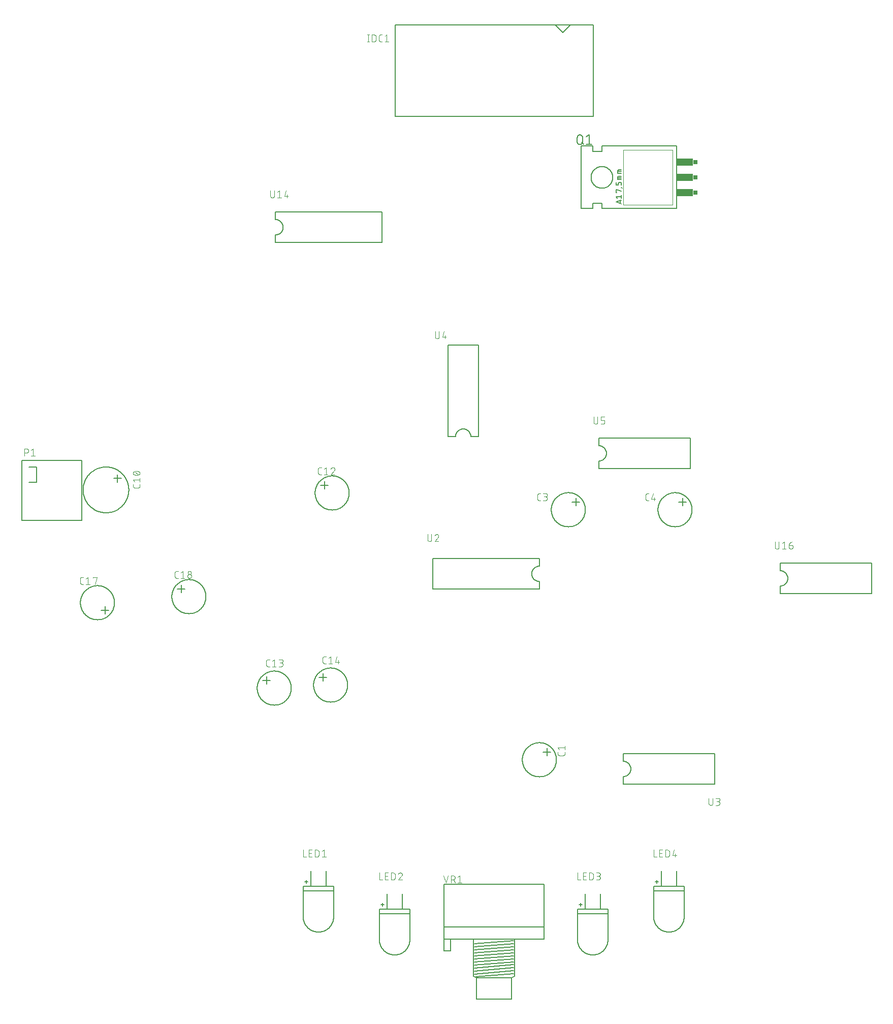
<source format=gbr>
G04 EAGLE Gerber RS-274X export*
G75*
%MOMM*%
%FSLAX34Y34*%
%LPD*%
%INSilkscreen Top*%
%IPPOS*%
%AMOC8*
5,1,8,0,0,1.08239X$1,22.5*%
G01*
%ADD10C,0.127000*%
%ADD11C,0.152400*%
%ADD12C,0.101600*%
%ADD13C,0.050800*%
%ADD14R,0.635000X0.762000*%
%ADD15R,2.794000X1.270000*%
%ADD16C,0.177800*%
%ADD17C,0.203200*%


D10*
X847902Y350520D02*
X847911Y351217D01*
X847936Y351913D01*
X847979Y352609D01*
X848039Y353303D01*
X848116Y353996D01*
X848209Y354687D01*
X848320Y355375D01*
X848448Y356060D01*
X848592Y356742D01*
X848753Y357420D01*
X848931Y358094D01*
X849125Y358764D01*
X849335Y359428D01*
X849562Y360087D01*
X849805Y360740D01*
X850064Y361387D01*
X850338Y362028D01*
X850629Y362662D01*
X850934Y363288D01*
X851255Y363907D01*
X851591Y364517D01*
X851942Y365119D01*
X852308Y365713D01*
X852688Y366297D01*
X853082Y366872D01*
X853491Y367437D01*
X853913Y367991D01*
X854348Y368536D01*
X854797Y369069D01*
X855258Y369591D01*
X855733Y370102D01*
X856220Y370600D01*
X856718Y371087D01*
X857229Y371562D01*
X857751Y372023D01*
X858284Y372472D01*
X858829Y372907D01*
X859383Y373329D01*
X859948Y373738D01*
X860523Y374132D01*
X861107Y374512D01*
X861701Y374878D01*
X862303Y375229D01*
X862913Y375565D01*
X863532Y375886D01*
X864158Y376191D01*
X864792Y376482D01*
X865433Y376756D01*
X866080Y377015D01*
X866733Y377258D01*
X867392Y377485D01*
X868056Y377695D01*
X868726Y377889D01*
X869400Y378067D01*
X870078Y378228D01*
X870760Y378372D01*
X871445Y378500D01*
X872133Y378611D01*
X872824Y378704D01*
X873517Y378781D01*
X874211Y378841D01*
X874907Y378884D01*
X875603Y378909D01*
X876300Y378918D01*
X876997Y378909D01*
X877693Y378884D01*
X878389Y378841D01*
X879083Y378781D01*
X879776Y378704D01*
X880467Y378611D01*
X881155Y378500D01*
X881840Y378372D01*
X882522Y378228D01*
X883200Y378067D01*
X883874Y377889D01*
X884544Y377695D01*
X885208Y377485D01*
X885867Y377258D01*
X886520Y377015D01*
X887167Y376756D01*
X887808Y376482D01*
X888442Y376191D01*
X889068Y375886D01*
X889687Y375565D01*
X890297Y375229D01*
X890899Y374878D01*
X891493Y374512D01*
X892077Y374132D01*
X892652Y373738D01*
X893217Y373329D01*
X893771Y372907D01*
X894316Y372472D01*
X894849Y372023D01*
X895371Y371562D01*
X895882Y371087D01*
X896380Y370600D01*
X896867Y370102D01*
X897342Y369591D01*
X897803Y369069D01*
X898252Y368536D01*
X898687Y367991D01*
X899109Y367437D01*
X899518Y366872D01*
X899912Y366297D01*
X900292Y365713D01*
X900658Y365119D01*
X901009Y364517D01*
X901345Y363907D01*
X901666Y363288D01*
X901971Y362662D01*
X902262Y362028D01*
X902536Y361387D01*
X902795Y360740D01*
X903038Y360087D01*
X903265Y359428D01*
X903475Y358764D01*
X903669Y358094D01*
X903847Y357420D01*
X904008Y356742D01*
X904152Y356060D01*
X904280Y355375D01*
X904391Y354687D01*
X904484Y353996D01*
X904561Y353303D01*
X904621Y352609D01*
X904664Y351913D01*
X904689Y351217D01*
X904698Y350520D01*
X904689Y349823D01*
X904664Y349127D01*
X904621Y348431D01*
X904561Y347737D01*
X904484Y347044D01*
X904391Y346353D01*
X904280Y345665D01*
X904152Y344980D01*
X904008Y344298D01*
X903847Y343620D01*
X903669Y342946D01*
X903475Y342276D01*
X903265Y341612D01*
X903038Y340953D01*
X902795Y340300D01*
X902536Y339653D01*
X902262Y339012D01*
X901971Y338378D01*
X901666Y337752D01*
X901345Y337133D01*
X901009Y336523D01*
X900658Y335921D01*
X900292Y335327D01*
X899912Y334743D01*
X899518Y334168D01*
X899109Y333603D01*
X898687Y333049D01*
X898252Y332504D01*
X897803Y331971D01*
X897342Y331449D01*
X896867Y330938D01*
X896380Y330440D01*
X895882Y329953D01*
X895371Y329478D01*
X894849Y329017D01*
X894316Y328568D01*
X893771Y328133D01*
X893217Y327711D01*
X892652Y327302D01*
X892077Y326908D01*
X891493Y326528D01*
X890899Y326162D01*
X890297Y325811D01*
X889687Y325475D01*
X889068Y325154D01*
X888442Y324849D01*
X887808Y324558D01*
X887167Y324284D01*
X886520Y324025D01*
X885867Y323782D01*
X885208Y323555D01*
X884544Y323345D01*
X883874Y323151D01*
X883200Y322973D01*
X882522Y322812D01*
X881840Y322668D01*
X881155Y322540D01*
X880467Y322429D01*
X879776Y322336D01*
X879083Y322259D01*
X878389Y322199D01*
X877693Y322156D01*
X876997Y322131D01*
X876300Y322122D01*
X875603Y322131D01*
X874907Y322156D01*
X874211Y322199D01*
X873517Y322259D01*
X872824Y322336D01*
X872133Y322429D01*
X871445Y322540D01*
X870760Y322668D01*
X870078Y322812D01*
X869400Y322973D01*
X868726Y323151D01*
X868056Y323345D01*
X867392Y323555D01*
X866733Y323782D01*
X866080Y324025D01*
X865433Y324284D01*
X864792Y324558D01*
X864158Y324849D01*
X863532Y325154D01*
X862913Y325475D01*
X862303Y325811D01*
X861701Y326162D01*
X861107Y326528D01*
X860523Y326908D01*
X859948Y327302D01*
X859383Y327711D01*
X858829Y328133D01*
X858284Y328568D01*
X857751Y329017D01*
X857229Y329478D01*
X856718Y329953D01*
X856220Y330440D01*
X855733Y330938D01*
X855258Y331449D01*
X854797Y331971D01*
X854348Y332504D01*
X853913Y333049D01*
X853491Y333603D01*
X853082Y334168D01*
X852688Y334743D01*
X852308Y335327D01*
X851942Y335921D01*
X851591Y336523D01*
X851255Y337133D01*
X850934Y337752D01*
X850629Y338378D01*
X850338Y339012D01*
X850064Y339653D01*
X849805Y340300D01*
X849562Y340953D01*
X849335Y341612D01*
X849125Y342276D01*
X848931Y342946D01*
X848753Y343620D01*
X848592Y344298D01*
X848448Y344980D01*
X848320Y345665D01*
X848209Y346353D01*
X848116Y347044D01*
X848039Y347737D01*
X847979Y348431D01*
X847936Y349127D01*
X847911Y349823D01*
X847902Y350520D01*
D11*
X889000Y363220D02*
X895350Y363220D01*
X889000Y363220D02*
X882650Y363220D01*
X889000Y363220D02*
X889000Y369570D01*
X889000Y363220D02*
X889000Y356870D01*
D12*
X918795Y360275D02*
X918795Y362872D01*
X918795Y360275D02*
X918793Y360176D01*
X918787Y360076D01*
X918778Y359977D01*
X918765Y359879D01*
X918748Y359781D01*
X918727Y359683D01*
X918702Y359587D01*
X918674Y359492D01*
X918642Y359398D01*
X918607Y359305D01*
X918568Y359213D01*
X918525Y359123D01*
X918480Y359035D01*
X918430Y358948D01*
X918378Y358864D01*
X918322Y358781D01*
X918264Y358701D01*
X918202Y358623D01*
X918137Y358548D01*
X918069Y358475D01*
X917999Y358405D01*
X917926Y358337D01*
X917851Y358272D01*
X917773Y358210D01*
X917693Y358152D01*
X917610Y358096D01*
X917526Y358044D01*
X917439Y357994D01*
X917351Y357949D01*
X917261Y357906D01*
X917169Y357867D01*
X917076Y357832D01*
X916982Y357800D01*
X916887Y357772D01*
X916791Y357747D01*
X916693Y357726D01*
X916595Y357709D01*
X916497Y357696D01*
X916398Y357687D01*
X916298Y357681D01*
X916199Y357679D01*
X909708Y357679D01*
X909708Y357678D02*
X909609Y357680D01*
X909509Y357686D01*
X909410Y357695D01*
X909312Y357708D01*
X909214Y357726D01*
X909116Y357746D01*
X909020Y357771D01*
X908924Y357799D01*
X908830Y357831D01*
X908737Y357866D01*
X908646Y357905D01*
X908556Y357948D01*
X908467Y357993D01*
X908381Y358043D01*
X908296Y358095D01*
X908214Y358151D01*
X908134Y358210D01*
X908056Y358271D01*
X907980Y358336D01*
X907907Y358404D01*
X907837Y358474D01*
X907769Y358547D01*
X907704Y358623D01*
X907643Y358701D01*
X907584Y358781D01*
X907528Y358863D01*
X907476Y358948D01*
X907427Y359034D01*
X907381Y359123D01*
X907338Y359213D01*
X907299Y359304D01*
X907264Y359397D01*
X907232Y359491D01*
X907204Y359587D01*
X907179Y359683D01*
X907159Y359781D01*
X907141Y359879D01*
X907128Y359977D01*
X907119Y360076D01*
X907113Y360175D01*
X907111Y360275D01*
X907111Y362872D01*
X909708Y367237D02*
X907111Y370482D01*
X918795Y370482D01*
X918795Y367237D02*
X918795Y373728D01*
D10*
X502462Y795020D02*
X502471Y795717D01*
X502496Y796413D01*
X502539Y797109D01*
X502599Y797803D01*
X502676Y798496D01*
X502769Y799187D01*
X502880Y799875D01*
X503008Y800560D01*
X503152Y801242D01*
X503313Y801920D01*
X503491Y802594D01*
X503685Y803264D01*
X503895Y803928D01*
X504122Y804587D01*
X504365Y805240D01*
X504624Y805887D01*
X504898Y806528D01*
X505189Y807162D01*
X505494Y807788D01*
X505815Y808407D01*
X506151Y809017D01*
X506502Y809619D01*
X506868Y810213D01*
X507248Y810797D01*
X507642Y811372D01*
X508051Y811937D01*
X508473Y812491D01*
X508908Y813036D01*
X509357Y813569D01*
X509818Y814091D01*
X510293Y814602D01*
X510780Y815100D01*
X511278Y815587D01*
X511789Y816062D01*
X512311Y816523D01*
X512844Y816972D01*
X513389Y817407D01*
X513943Y817829D01*
X514508Y818238D01*
X515083Y818632D01*
X515667Y819012D01*
X516261Y819378D01*
X516863Y819729D01*
X517473Y820065D01*
X518092Y820386D01*
X518718Y820691D01*
X519352Y820982D01*
X519993Y821256D01*
X520640Y821515D01*
X521293Y821758D01*
X521952Y821985D01*
X522616Y822195D01*
X523286Y822389D01*
X523960Y822567D01*
X524638Y822728D01*
X525320Y822872D01*
X526005Y823000D01*
X526693Y823111D01*
X527384Y823204D01*
X528077Y823281D01*
X528771Y823341D01*
X529467Y823384D01*
X530163Y823409D01*
X530860Y823418D01*
X531557Y823409D01*
X532253Y823384D01*
X532949Y823341D01*
X533643Y823281D01*
X534336Y823204D01*
X535027Y823111D01*
X535715Y823000D01*
X536400Y822872D01*
X537082Y822728D01*
X537760Y822567D01*
X538434Y822389D01*
X539104Y822195D01*
X539768Y821985D01*
X540427Y821758D01*
X541080Y821515D01*
X541727Y821256D01*
X542368Y820982D01*
X543002Y820691D01*
X543628Y820386D01*
X544247Y820065D01*
X544857Y819729D01*
X545459Y819378D01*
X546053Y819012D01*
X546637Y818632D01*
X547212Y818238D01*
X547777Y817829D01*
X548331Y817407D01*
X548876Y816972D01*
X549409Y816523D01*
X549931Y816062D01*
X550442Y815587D01*
X550940Y815100D01*
X551427Y814602D01*
X551902Y814091D01*
X552363Y813569D01*
X552812Y813036D01*
X553247Y812491D01*
X553669Y811937D01*
X554078Y811372D01*
X554472Y810797D01*
X554852Y810213D01*
X555218Y809619D01*
X555569Y809017D01*
X555905Y808407D01*
X556226Y807788D01*
X556531Y807162D01*
X556822Y806528D01*
X557096Y805887D01*
X557355Y805240D01*
X557598Y804587D01*
X557825Y803928D01*
X558035Y803264D01*
X558229Y802594D01*
X558407Y801920D01*
X558568Y801242D01*
X558712Y800560D01*
X558840Y799875D01*
X558951Y799187D01*
X559044Y798496D01*
X559121Y797803D01*
X559181Y797109D01*
X559224Y796413D01*
X559249Y795717D01*
X559258Y795020D01*
X559249Y794323D01*
X559224Y793627D01*
X559181Y792931D01*
X559121Y792237D01*
X559044Y791544D01*
X558951Y790853D01*
X558840Y790165D01*
X558712Y789480D01*
X558568Y788798D01*
X558407Y788120D01*
X558229Y787446D01*
X558035Y786776D01*
X557825Y786112D01*
X557598Y785453D01*
X557355Y784800D01*
X557096Y784153D01*
X556822Y783512D01*
X556531Y782878D01*
X556226Y782252D01*
X555905Y781633D01*
X555569Y781023D01*
X555218Y780421D01*
X554852Y779827D01*
X554472Y779243D01*
X554078Y778668D01*
X553669Y778103D01*
X553247Y777549D01*
X552812Y777004D01*
X552363Y776471D01*
X551902Y775949D01*
X551427Y775438D01*
X550940Y774940D01*
X550442Y774453D01*
X549931Y773978D01*
X549409Y773517D01*
X548876Y773068D01*
X548331Y772633D01*
X547777Y772211D01*
X547212Y771802D01*
X546637Y771408D01*
X546053Y771028D01*
X545459Y770662D01*
X544857Y770311D01*
X544247Y769975D01*
X543628Y769654D01*
X543002Y769349D01*
X542368Y769058D01*
X541727Y768784D01*
X541080Y768525D01*
X540427Y768282D01*
X539768Y768055D01*
X539104Y767845D01*
X538434Y767651D01*
X537760Y767473D01*
X537082Y767312D01*
X536400Y767168D01*
X535715Y767040D01*
X535027Y766929D01*
X534336Y766836D01*
X533643Y766759D01*
X532949Y766699D01*
X532253Y766656D01*
X531557Y766631D01*
X530860Y766622D01*
X530163Y766631D01*
X529467Y766656D01*
X528771Y766699D01*
X528077Y766759D01*
X527384Y766836D01*
X526693Y766929D01*
X526005Y767040D01*
X525320Y767168D01*
X524638Y767312D01*
X523960Y767473D01*
X523286Y767651D01*
X522616Y767845D01*
X521952Y768055D01*
X521293Y768282D01*
X520640Y768525D01*
X519993Y768784D01*
X519352Y769058D01*
X518718Y769349D01*
X518092Y769654D01*
X517473Y769975D01*
X516863Y770311D01*
X516261Y770662D01*
X515667Y771028D01*
X515083Y771408D01*
X514508Y771802D01*
X513943Y772211D01*
X513389Y772633D01*
X512844Y773068D01*
X512311Y773517D01*
X511789Y773978D01*
X511278Y774453D01*
X510780Y774940D01*
X510293Y775438D01*
X509818Y775949D01*
X509357Y776471D01*
X508908Y777004D01*
X508473Y777549D01*
X508051Y778103D01*
X507642Y778668D01*
X507248Y779243D01*
X506868Y779827D01*
X506502Y780421D01*
X506151Y781023D01*
X505815Y781633D01*
X505494Y782252D01*
X505189Y782878D01*
X504898Y783512D01*
X504624Y784153D01*
X504365Y784800D01*
X504122Y785453D01*
X503895Y786112D01*
X503685Y786776D01*
X503491Y787446D01*
X503313Y788120D01*
X503152Y788798D01*
X503008Y789480D01*
X502880Y790165D01*
X502769Y790853D01*
X502676Y791544D01*
X502599Y792237D01*
X502539Y792931D01*
X502496Y793627D01*
X502471Y794323D01*
X502462Y795020D01*
D11*
X518160Y807720D02*
X518160Y814070D01*
X518160Y807720D02*
X518160Y801370D01*
X518160Y807720D02*
X511810Y807720D01*
X518160Y807720D02*
X524510Y807720D01*
D12*
X512845Y825831D02*
X510248Y825831D01*
X510248Y825832D02*
X510149Y825834D01*
X510049Y825840D01*
X509950Y825849D01*
X509852Y825862D01*
X509754Y825879D01*
X509656Y825900D01*
X509560Y825925D01*
X509465Y825953D01*
X509371Y825985D01*
X509278Y826020D01*
X509186Y826059D01*
X509096Y826102D01*
X509008Y826147D01*
X508921Y826197D01*
X508837Y826249D01*
X508754Y826305D01*
X508674Y826363D01*
X508596Y826425D01*
X508521Y826490D01*
X508448Y826558D01*
X508378Y826628D01*
X508310Y826701D01*
X508245Y826776D01*
X508183Y826854D01*
X508125Y826934D01*
X508069Y827017D01*
X508017Y827101D01*
X507967Y827188D01*
X507922Y827276D01*
X507879Y827366D01*
X507840Y827458D01*
X507805Y827551D01*
X507773Y827645D01*
X507745Y827740D01*
X507720Y827836D01*
X507699Y827934D01*
X507682Y828032D01*
X507669Y828130D01*
X507660Y828229D01*
X507654Y828329D01*
X507652Y828428D01*
X507652Y834919D01*
X507654Y835018D01*
X507660Y835118D01*
X507669Y835217D01*
X507682Y835315D01*
X507699Y835413D01*
X507720Y835511D01*
X507745Y835607D01*
X507773Y835702D01*
X507805Y835796D01*
X507840Y835889D01*
X507879Y835981D01*
X507922Y836071D01*
X507967Y836159D01*
X508017Y836246D01*
X508069Y836330D01*
X508125Y836413D01*
X508183Y836493D01*
X508245Y836571D01*
X508310Y836646D01*
X508378Y836719D01*
X508448Y836789D01*
X508521Y836857D01*
X508596Y836922D01*
X508674Y836984D01*
X508754Y837042D01*
X508837Y837098D01*
X508921Y837150D01*
X509008Y837200D01*
X509096Y837245D01*
X509186Y837288D01*
X509278Y837327D01*
X509370Y837362D01*
X509465Y837394D01*
X509560Y837422D01*
X509656Y837447D01*
X509754Y837468D01*
X509852Y837485D01*
X509950Y837498D01*
X510049Y837507D01*
X510149Y837513D01*
X510248Y837515D01*
X512845Y837515D01*
X517210Y834919D02*
X520456Y837515D01*
X520456Y825831D01*
X523701Y825831D02*
X517210Y825831D01*
X532210Y837515D02*
X532317Y837513D01*
X532423Y837507D01*
X532529Y837497D01*
X532635Y837484D01*
X532741Y837466D01*
X532845Y837445D01*
X532949Y837420D01*
X533052Y837391D01*
X533153Y837359D01*
X533253Y837322D01*
X533352Y837282D01*
X533450Y837239D01*
X533546Y837192D01*
X533640Y837141D01*
X533732Y837087D01*
X533822Y837030D01*
X533910Y836970D01*
X533995Y836906D01*
X534078Y836839D01*
X534159Y836769D01*
X534237Y836697D01*
X534313Y836621D01*
X534385Y836543D01*
X534455Y836462D01*
X534522Y836379D01*
X534586Y836294D01*
X534646Y836206D01*
X534703Y836116D01*
X534757Y836024D01*
X534808Y835930D01*
X534855Y835834D01*
X534898Y835736D01*
X534938Y835637D01*
X534975Y835537D01*
X535007Y835436D01*
X535036Y835333D01*
X535061Y835229D01*
X535082Y835125D01*
X535100Y835019D01*
X535113Y834913D01*
X535123Y834807D01*
X535129Y834701D01*
X535131Y834594D01*
X532210Y837515D02*
X532089Y837513D01*
X531968Y837507D01*
X531848Y837497D01*
X531727Y837484D01*
X531608Y837466D01*
X531488Y837445D01*
X531370Y837420D01*
X531253Y837391D01*
X531136Y837358D01*
X531021Y837322D01*
X530907Y837281D01*
X530794Y837238D01*
X530682Y837190D01*
X530573Y837139D01*
X530465Y837084D01*
X530358Y837026D01*
X530254Y836965D01*
X530152Y836900D01*
X530052Y836832D01*
X529954Y836761D01*
X529858Y836687D01*
X529765Y836610D01*
X529675Y836529D01*
X529587Y836446D01*
X529502Y836360D01*
X529419Y836271D01*
X529340Y836180D01*
X529263Y836086D01*
X529190Y835990D01*
X529120Y835892D01*
X529053Y835791D01*
X528989Y835688D01*
X528929Y835583D01*
X528872Y835476D01*
X528818Y835368D01*
X528768Y835258D01*
X528722Y835146D01*
X528679Y835033D01*
X528640Y834918D01*
X534158Y832322D02*
X534237Y832399D01*
X534313Y832480D01*
X534386Y832563D01*
X534456Y832648D01*
X534523Y832736D01*
X534587Y832826D01*
X534647Y832918D01*
X534704Y833013D01*
X534758Y833109D01*
X534809Y833207D01*
X534856Y833307D01*
X534900Y833409D01*
X534940Y833512D01*
X534976Y833616D01*
X535008Y833722D01*
X535037Y833828D01*
X535062Y833936D01*
X535084Y834044D01*
X535101Y834154D01*
X535115Y834263D01*
X535124Y834373D01*
X535130Y834484D01*
X535132Y834594D01*
X534158Y832322D02*
X528640Y825831D01*
X535131Y825831D01*
D10*
X405942Y469900D02*
X405951Y470597D01*
X405976Y471293D01*
X406019Y471989D01*
X406079Y472683D01*
X406156Y473376D01*
X406249Y474067D01*
X406360Y474755D01*
X406488Y475440D01*
X406632Y476122D01*
X406793Y476800D01*
X406971Y477474D01*
X407165Y478144D01*
X407375Y478808D01*
X407602Y479467D01*
X407845Y480120D01*
X408104Y480767D01*
X408378Y481408D01*
X408669Y482042D01*
X408974Y482668D01*
X409295Y483287D01*
X409631Y483897D01*
X409982Y484499D01*
X410348Y485093D01*
X410728Y485677D01*
X411122Y486252D01*
X411531Y486817D01*
X411953Y487371D01*
X412388Y487916D01*
X412837Y488449D01*
X413298Y488971D01*
X413773Y489482D01*
X414260Y489980D01*
X414758Y490467D01*
X415269Y490942D01*
X415791Y491403D01*
X416324Y491852D01*
X416869Y492287D01*
X417423Y492709D01*
X417988Y493118D01*
X418563Y493512D01*
X419147Y493892D01*
X419741Y494258D01*
X420343Y494609D01*
X420953Y494945D01*
X421572Y495266D01*
X422198Y495571D01*
X422832Y495862D01*
X423473Y496136D01*
X424120Y496395D01*
X424773Y496638D01*
X425432Y496865D01*
X426096Y497075D01*
X426766Y497269D01*
X427440Y497447D01*
X428118Y497608D01*
X428800Y497752D01*
X429485Y497880D01*
X430173Y497991D01*
X430864Y498084D01*
X431557Y498161D01*
X432251Y498221D01*
X432947Y498264D01*
X433643Y498289D01*
X434340Y498298D01*
X435037Y498289D01*
X435733Y498264D01*
X436429Y498221D01*
X437123Y498161D01*
X437816Y498084D01*
X438507Y497991D01*
X439195Y497880D01*
X439880Y497752D01*
X440562Y497608D01*
X441240Y497447D01*
X441914Y497269D01*
X442584Y497075D01*
X443248Y496865D01*
X443907Y496638D01*
X444560Y496395D01*
X445207Y496136D01*
X445848Y495862D01*
X446482Y495571D01*
X447108Y495266D01*
X447727Y494945D01*
X448337Y494609D01*
X448939Y494258D01*
X449533Y493892D01*
X450117Y493512D01*
X450692Y493118D01*
X451257Y492709D01*
X451811Y492287D01*
X452356Y491852D01*
X452889Y491403D01*
X453411Y490942D01*
X453922Y490467D01*
X454420Y489980D01*
X454907Y489482D01*
X455382Y488971D01*
X455843Y488449D01*
X456292Y487916D01*
X456727Y487371D01*
X457149Y486817D01*
X457558Y486252D01*
X457952Y485677D01*
X458332Y485093D01*
X458698Y484499D01*
X459049Y483897D01*
X459385Y483287D01*
X459706Y482668D01*
X460011Y482042D01*
X460302Y481408D01*
X460576Y480767D01*
X460835Y480120D01*
X461078Y479467D01*
X461305Y478808D01*
X461515Y478144D01*
X461709Y477474D01*
X461887Y476800D01*
X462048Y476122D01*
X462192Y475440D01*
X462320Y474755D01*
X462431Y474067D01*
X462524Y473376D01*
X462601Y472683D01*
X462661Y471989D01*
X462704Y471293D01*
X462729Y470597D01*
X462738Y469900D01*
X462729Y469203D01*
X462704Y468507D01*
X462661Y467811D01*
X462601Y467117D01*
X462524Y466424D01*
X462431Y465733D01*
X462320Y465045D01*
X462192Y464360D01*
X462048Y463678D01*
X461887Y463000D01*
X461709Y462326D01*
X461515Y461656D01*
X461305Y460992D01*
X461078Y460333D01*
X460835Y459680D01*
X460576Y459033D01*
X460302Y458392D01*
X460011Y457758D01*
X459706Y457132D01*
X459385Y456513D01*
X459049Y455903D01*
X458698Y455301D01*
X458332Y454707D01*
X457952Y454123D01*
X457558Y453548D01*
X457149Y452983D01*
X456727Y452429D01*
X456292Y451884D01*
X455843Y451351D01*
X455382Y450829D01*
X454907Y450318D01*
X454420Y449820D01*
X453922Y449333D01*
X453411Y448858D01*
X452889Y448397D01*
X452356Y447948D01*
X451811Y447513D01*
X451257Y447091D01*
X450692Y446682D01*
X450117Y446288D01*
X449533Y445908D01*
X448939Y445542D01*
X448337Y445191D01*
X447727Y444855D01*
X447108Y444534D01*
X446482Y444229D01*
X445848Y443938D01*
X445207Y443664D01*
X444560Y443405D01*
X443907Y443162D01*
X443248Y442935D01*
X442584Y442725D01*
X441914Y442531D01*
X441240Y442353D01*
X440562Y442192D01*
X439880Y442048D01*
X439195Y441920D01*
X438507Y441809D01*
X437816Y441716D01*
X437123Y441639D01*
X436429Y441579D01*
X435733Y441536D01*
X435037Y441511D01*
X434340Y441502D01*
X433643Y441511D01*
X432947Y441536D01*
X432251Y441579D01*
X431557Y441639D01*
X430864Y441716D01*
X430173Y441809D01*
X429485Y441920D01*
X428800Y442048D01*
X428118Y442192D01*
X427440Y442353D01*
X426766Y442531D01*
X426096Y442725D01*
X425432Y442935D01*
X424773Y443162D01*
X424120Y443405D01*
X423473Y443664D01*
X422832Y443938D01*
X422198Y444229D01*
X421572Y444534D01*
X420953Y444855D01*
X420343Y445191D01*
X419741Y445542D01*
X419147Y445908D01*
X418563Y446288D01*
X417988Y446682D01*
X417423Y447091D01*
X416869Y447513D01*
X416324Y447948D01*
X415791Y448397D01*
X415269Y448858D01*
X414758Y449333D01*
X414260Y449820D01*
X413773Y450318D01*
X413298Y450829D01*
X412837Y451351D01*
X412388Y451884D01*
X411953Y452429D01*
X411531Y452983D01*
X411122Y453548D01*
X410728Y454123D01*
X410348Y454707D01*
X409982Y455301D01*
X409631Y455903D01*
X409295Y456513D01*
X408974Y457132D01*
X408669Y457758D01*
X408378Y458392D01*
X408104Y459033D01*
X407845Y459680D01*
X407602Y460333D01*
X407375Y460992D01*
X407165Y461656D01*
X406971Y462326D01*
X406793Y463000D01*
X406632Y463678D01*
X406488Y464360D01*
X406360Y465045D01*
X406249Y465733D01*
X406156Y466424D01*
X406079Y467117D01*
X406019Y467811D01*
X405976Y468507D01*
X405951Y469203D01*
X405942Y469900D01*
D11*
X421640Y482600D02*
X421640Y488950D01*
X421640Y482600D02*
X421640Y476250D01*
X421640Y482600D02*
X415290Y482600D01*
X421640Y482600D02*
X427990Y482600D01*
D12*
X426485Y505791D02*
X423888Y505791D01*
X423888Y505792D02*
X423789Y505794D01*
X423689Y505800D01*
X423590Y505809D01*
X423492Y505822D01*
X423394Y505839D01*
X423296Y505860D01*
X423200Y505885D01*
X423105Y505913D01*
X423011Y505945D01*
X422918Y505980D01*
X422826Y506019D01*
X422736Y506062D01*
X422648Y506107D01*
X422561Y506157D01*
X422477Y506209D01*
X422394Y506265D01*
X422314Y506323D01*
X422236Y506385D01*
X422161Y506450D01*
X422088Y506518D01*
X422018Y506588D01*
X421950Y506661D01*
X421885Y506736D01*
X421823Y506814D01*
X421765Y506894D01*
X421709Y506977D01*
X421657Y507061D01*
X421607Y507148D01*
X421562Y507236D01*
X421519Y507326D01*
X421480Y507418D01*
X421445Y507511D01*
X421413Y507605D01*
X421385Y507700D01*
X421360Y507796D01*
X421339Y507894D01*
X421322Y507992D01*
X421309Y508090D01*
X421300Y508189D01*
X421294Y508289D01*
X421292Y508388D01*
X421292Y514879D01*
X421294Y514978D01*
X421300Y515078D01*
X421309Y515177D01*
X421322Y515275D01*
X421339Y515373D01*
X421360Y515471D01*
X421385Y515567D01*
X421413Y515662D01*
X421445Y515756D01*
X421480Y515849D01*
X421519Y515941D01*
X421562Y516031D01*
X421607Y516119D01*
X421657Y516206D01*
X421709Y516290D01*
X421765Y516373D01*
X421823Y516453D01*
X421885Y516531D01*
X421950Y516606D01*
X422018Y516679D01*
X422088Y516749D01*
X422161Y516817D01*
X422236Y516882D01*
X422314Y516944D01*
X422394Y517002D01*
X422477Y517058D01*
X422561Y517110D01*
X422648Y517160D01*
X422736Y517205D01*
X422826Y517248D01*
X422918Y517287D01*
X423010Y517322D01*
X423105Y517354D01*
X423200Y517382D01*
X423296Y517407D01*
X423394Y517428D01*
X423492Y517445D01*
X423590Y517458D01*
X423689Y517467D01*
X423789Y517473D01*
X423888Y517475D01*
X426485Y517475D01*
X430850Y514879D02*
X434096Y517475D01*
X434096Y505791D01*
X437341Y505791D02*
X430850Y505791D01*
X442280Y505791D02*
X445526Y505791D01*
X445639Y505793D01*
X445752Y505799D01*
X445865Y505809D01*
X445978Y505823D01*
X446090Y505840D01*
X446201Y505862D01*
X446311Y505887D01*
X446421Y505917D01*
X446529Y505950D01*
X446636Y505987D01*
X446742Y506027D01*
X446846Y506072D01*
X446949Y506120D01*
X447050Y506171D01*
X447149Y506226D01*
X447246Y506284D01*
X447341Y506346D01*
X447434Y506411D01*
X447524Y506479D01*
X447612Y506550D01*
X447698Y506625D01*
X447781Y506702D01*
X447861Y506782D01*
X447938Y506865D01*
X448013Y506951D01*
X448084Y507039D01*
X448152Y507129D01*
X448217Y507222D01*
X448279Y507317D01*
X448337Y507414D01*
X448392Y507513D01*
X448443Y507614D01*
X448491Y507717D01*
X448536Y507821D01*
X448576Y507927D01*
X448613Y508034D01*
X448646Y508142D01*
X448676Y508252D01*
X448701Y508362D01*
X448723Y508473D01*
X448740Y508585D01*
X448754Y508698D01*
X448764Y508811D01*
X448770Y508924D01*
X448772Y509037D01*
X448770Y509150D01*
X448764Y509263D01*
X448754Y509376D01*
X448740Y509489D01*
X448723Y509601D01*
X448701Y509712D01*
X448676Y509822D01*
X448646Y509932D01*
X448613Y510040D01*
X448576Y510147D01*
X448536Y510253D01*
X448491Y510357D01*
X448443Y510460D01*
X448392Y510561D01*
X448337Y510660D01*
X448279Y510757D01*
X448217Y510852D01*
X448152Y510945D01*
X448084Y511035D01*
X448013Y511123D01*
X447938Y511209D01*
X447861Y511292D01*
X447781Y511372D01*
X447698Y511449D01*
X447612Y511524D01*
X447524Y511595D01*
X447434Y511663D01*
X447341Y511728D01*
X447246Y511790D01*
X447149Y511848D01*
X447050Y511903D01*
X446949Y511954D01*
X446846Y512002D01*
X446742Y512047D01*
X446636Y512087D01*
X446529Y512124D01*
X446421Y512157D01*
X446311Y512187D01*
X446201Y512212D01*
X446090Y512234D01*
X445978Y512251D01*
X445865Y512265D01*
X445752Y512275D01*
X445639Y512281D01*
X445526Y512283D01*
X446175Y517475D02*
X442280Y517475D01*
X446175Y517475D02*
X446276Y517473D01*
X446376Y517467D01*
X446476Y517457D01*
X446576Y517444D01*
X446675Y517426D01*
X446774Y517405D01*
X446871Y517380D01*
X446968Y517351D01*
X447063Y517318D01*
X447157Y517282D01*
X447249Y517242D01*
X447340Y517199D01*
X447429Y517152D01*
X447516Y517102D01*
X447602Y517048D01*
X447685Y516991D01*
X447765Y516931D01*
X447844Y516868D01*
X447920Y516801D01*
X447993Y516732D01*
X448063Y516660D01*
X448131Y516586D01*
X448196Y516509D01*
X448257Y516429D01*
X448316Y516347D01*
X448371Y516263D01*
X448423Y516177D01*
X448472Y516089D01*
X448517Y515999D01*
X448559Y515907D01*
X448597Y515814D01*
X448631Y515719D01*
X448662Y515624D01*
X448689Y515527D01*
X448712Y515429D01*
X448732Y515330D01*
X448747Y515230D01*
X448759Y515130D01*
X448767Y515030D01*
X448771Y514929D01*
X448771Y514829D01*
X448767Y514728D01*
X448759Y514628D01*
X448747Y514528D01*
X448732Y514428D01*
X448712Y514329D01*
X448689Y514231D01*
X448662Y514134D01*
X448631Y514039D01*
X448597Y513944D01*
X448559Y513851D01*
X448517Y513759D01*
X448472Y513669D01*
X448423Y513581D01*
X448371Y513495D01*
X448316Y513411D01*
X448257Y513329D01*
X448196Y513249D01*
X448131Y513172D01*
X448063Y513098D01*
X447993Y513026D01*
X447920Y512957D01*
X447844Y512890D01*
X447765Y512827D01*
X447685Y512767D01*
X447602Y512710D01*
X447516Y512656D01*
X447429Y512606D01*
X447340Y512559D01*
X447249Y512516D01*
X447157Y512476D01*
X447063Y512440D01*
X446968Y512407D01*
X446871Y512378D01*
X446774Y512353D01*
X446675Y512332D01*
X446576Y512314D01*
X446476Y512301D01*
X446376Y512291D01*
X446276Y512285D01*
X446175Y512283D01*
X446175Y512282D02*
X443578Y512282D01*
D10*
X499922Y474980D02*
X499931Y475677D01*
X499956Y476373D01*
X499999Y477069D01*
X500059Y477763D01*
X500136Y478456D01*
X500229Y479147D01*
X500340Y479835D01*
X500468Y480520D01*
X500612Y481202D01*
X500773Y481880D01*
X500951Y482554D01*
X501145Y483224D01*
X501355Y483888D01*
X501582Y484547D01*
X501825Y485200D01*
X502084Y485847D01*
X502358Y486488D01*
X502649Y487122D01*
X502954Y487748D01*
X503275Y488367D01*
X503611Y488977D01*
X503962Y489579D01*
X504328Y490173D01*
X504708Y490757D01*
X505102Y491332D01*
X505511Y491897D01*
X505933Y492451D01*
X506368Y492996D01*
X506817Y493529D01*
X507278Y494051D01*
X507753Y494562D01*
X508240Y495060D01*
X508738Y495547D01*
X509249Y496022D01*
X509771Y496483D01*
X510304Y496932D01*
X510849Y497367D01*
X511403Y497789D01*
X511968Y498198D01*
X512543Y498592D01*
X513127Y498972D01*
X513721Y499338D01*
X514323Y499689D01*
X514933Y500025D01*
X515552Y500346D01*
X516178Y500651D01*
X516812Y500942D01*
X517453Y501216D01*
X518100Y501475D01*
X518753Y501718D01*
X519412Y501945D01*
X520076Y502155D01*
X520746Y502349D01*
X521420Y502527D01*
X522098Y502688D01*
X522780Y502832D01*
X523465Y502960D01*
X524153Y503071D01*
X524844Y503164D01*
X525537Y503241D01*
X526231Y503301D01*
X526927Y503344D01*
X527623Y503369D01*
X528320Y503378D01*
X529017Y503369D01*
X529713Y503344D01*
X530409Y503301D01*
X531103Y503241D01*
X531796Y503164D01*
X532487Y503071D01*
X533175Y502960D01*
X533860Y502832D01*
X534542Y502688D01*
X535220Y502527D01*
X535894Y502349D01*
X536564Y502155D01*
X537228Y501945D01*
X537887Y501718D01*
X538540Y501475D01*
X539187Y501216D01*
X539828Y500942D01*
X540462Y500651D01*
X541088Y500346D01*
X541707Y500025D01*
X542317Y499689D01*
X542919Y499338D01*
X543513Y498972D01*
X544097Y498592D01*
X544672Y498198D01*
X545237Y497789D01*
X545791Y497367D01*
X546336Y496932D01*
X546869Y496483D01*
X547391Y496022D01*
X547902Y495547D01*
X548400Y495060D01*
X548887Y494562D01*
X549362Y494051D01*
X549823Y493529D01*
X550272Y492996D01*
X550707Y492451D01*
X551129Y491897D01*
X551538Y491332D01*
X551932Y490757D01*
X552312Y490173D01*
X552678Y489579D01*
X553029Y488977D01*
X553365Y488367D01*
X553686Y487748D01*
X553991Y487122D01*
X554282Y486488D01*
X554556Y485847D01*
X554815Y485200D01*
X555058Y484547D01*
X555285Y483888D01*
X555495Y483224D01*
X555689Y482554D01*
X555867Y481880D01*
X556028Y481202D01*
X556172Y480520D01*
X556300Y479835D01*
X556411Y479147D01*
X556504Y478456D01*
X556581Y477763D01*
X556641Y477069D01*
X556684Y476373D01*
X556709Y475677D01*
X556718Y474980D01*
X556709Y474283D01*
X556684Y473587D01*
X556641Y472891D01*
X556581Y472197D01*
X556504Y471504D01*
X556411Y470813D01*
X556300Y470125D01*
X556172Y469440D01*
X556028Y468758D01*
X555867Y468080D01*
X555689Y467406D01*
X555495Y466736D01*
X555285Y466072D01*
X555058Y465413D01*
X554815Y464760D01*
X554556Y464113D01*
X554282Y463472D01*
X553991Y462838D01*
X553686Y462212D01*
X553365Y461593D01*
X553029Y460983D01*
X552678Y460381D01*
X552312Y459787D01*
X551932Y459203D01*
X551538Y458628D01*
X551129Y458063D01*
X550707Y457509D01*
X550272Y456964D01*
X549823Y456431D01*
X549362Y455909D01*
X548887Y455398D01*
X548400Y454900D01*
X547902Y454413D01*
X547391Y453938D01*
X546869Y453477D01*
X546336Y453028D01*
X545791Y452593D01*
X545237Y452171D01*
X544672Y451762D01*
X544097Y451368D01*
X543513Y450988D01*
X542919Y450622D01*
X542317Y450271D01*
X541707Y449935D01*
X541088Y449614D01*
X540462Y449309D01*
X539828Y449018D01*
X539187Y448744D01*
X538540Y448485D01*
X537887Y448242D01*
X537228Y448015D01*
X536564Y447805D01*
X535894Y447611D01*
X535220Y447433D01*
X534542Y447272D01*
X533860Y447128D01*
X533175Y447000D01*
X532487Y446889D01*
X531796Y446796D01*
X531103Y446719D01*
X530409Y446659D01*
X529713Y446616D01*
X529017Y446591D01*
X528320Y446582D01*
X527623Y446591D01*
X526927Y446616D01*
X526231Y446659D01*
X525537Y446719D01*
X524844Y446796D01*
X524153Y446889D01*
X523465Y447000D01*
X522780Y447128D01*
X522098Y447272D01*
X521420Y447433D01*
X520746Y447611D01*
X520076Y447805D01*
X519412Y448015D01*
X518753Y448242D01*
X518100Y448485D01*
X517453Y448744D01*
X516812Y449018D01*
X516178Y449309D01*
X515552Y449614D01*
X514933Y449935D01*
X514323Y450271D01*
X513721Y450622D01*
X513127Y450988D01*
X512543Y451368D01*
X511968Y451762D01*
X511403Y452171D01*
X510849Y452593D01*
X510304Y453028D01*
X509771Y453477D01*
X509249Y453938D01*
X508738Y454413D01*
X508240Y454900D01*
X507753Y455398D01*
X507278Y455909D01*
X506817Y456431D01*
X506368Y456964D01*
X505933Y457509D01*
X505511Y458063D01*
X505102Y458628D01*
X504708Y459203D01*
X504328Y459787D01*
X503962Y460381D01*
X503611Y460983D01*
X503275Y461593D01*
X502954Y462212D01*
X502649Y462838D01*
X502358Y463472D01*
X502084Y464113D01*
X501825Y464760D01*
X501582Y465413D01*
X501355Y466072D01*
X501145Y466736D01*
X500951Y467406D01*
X500773Y468080D01*
X500612Y468758D01*
X500468Y469440D01*
X500340Y470125D01*
X500229Y470813D01*
X500136Y471504D01*
X500059Y472197D01*
X499999Y472891D01*
X499956Y473587D01*
X499931Y474283D01*
X499922Y474980D01*
D11*
X515620Y487680D02*
X515620Y494030D01*
X515620Y487680D02*
X515620Y481330D01*
X515620Y487680D02*
X509270Y487680D01*
X515620Y487680D02*
X521970Y487680D01*
D12*
X520465Y510871D02*
X517868Y510871D01*
X517868Y510872D02*
X517769Y510874D01*
X517669Y510880D01*
X517570Y510889D01*
X517472Y510902D01*
X517374Y510919D01*
X517276Y510940D01*
X517180Y510965D01*
X517085Y510993D01*
X516991Y511025D01*
X516898Y511060D01*
X516806Y511099D01*
X516716Y511142D01*
X516628Y511187D01*
X516541Y511237D01*
X516457Y511289D01*
X516374Y511345D01*
X516294Y511403D01*
X516216Y511465D01*
X516141Y511530D01*
X516068Y511598D01*
X515998Y511668D01*
X515930Y511741D01*
X515865Y511816D01*
X515803Y511894D01*
X515745Y511974D01*
X515689Y512057D01*
X515637Y512141D01*
X515587Y512228D01*
X515542Y512316D01*
X515499Y512406D01*
X515460Y512498D01*
X515425Y512591D01*
X515393Y512685D01*
X515365Y512780D01*
X515340Y512876D01*
X515319Y512974D01*
X515302Y513072D01*
X515289Y513170D01*
X515280Y513269D01*
X515274Y513369D01*
X515272Y513468D01*
X515272Y519959D01*
X515274Y520058D01*
X515280Y520158D01*
X515289Y520257D01*
X515302Y520355D01*
X515319Y520453D01*
X515340Y520551D01*
X515365Y520647D01*
X515393Y520742D01*
X515425Y520836D01*
X515460Y520929D01*
X515499Y521021D01*
X515542Y521111D01*
X515587Y521199D01*
X515637Y521286D01*
X515689Y521370D01*
X515745Y521453D01*
X515803Y521533D01*
X515865Y521611D01*
X515930Y521686D01*
X515998Y521759D01*
X516068Y521829D01*
X516141Y521897D01*
X516216Y521962D01*
X516294Y522024D01*
X516374Y522082D01*
X516457Y522138D01*
X516541Y522190D01*
X516628Y522240D01*
X516716Y522285D01*
X516806Y522328D01*
X516898Y522367D01*
X516990Y522402D01*
X517085Y522434D01*
X517180Y522462D01*
X517276Y522487D01*
X517374Y522508D01*
X517472Y522525D01*
X517570Y522538D01*
X517669Y522547D01*
X517769Y522553D01*
X517868Y522555D01*
X520465Y522555D01*
X524830Y519959D02*
X528076Y522555D01*
X528076Y510871D01*
X531321Y510871D02*
X524830Y510871D01*
X536260Y513468D02*
X538857Y522555D01*
X536260Y513468D02*
X542751Y513468D01*
X540804Y516064D02*
X540804Y510871D01*
D10*
X111302Y612140D02*
X111311Y612837D01*
X111336Y613533D01*
X111379Y614229D01*
X111439Y614923D01*
X111516Y615616D01*
X111609Y616307D01*
X111720Y616995D01*
X111848Y617680D01*
X111992Y618362D01*
X112153Y619040D01*
X112331Y619714D01*
X112525Y620384D01*
X112735Y621048D01*
X112962Y621707D01*
X113205Y622360D01*
X113464Y623007D01*
X113738Y623648D01*
X114029Y624282D01*
X114334Y624908D01*
X114655Y625527D01*
X114991Y626137D01*
X115342Y626739D01*
X115708Y627333D01*
X116088Y627917D01*
X116482Y628492D01*
X116891Y629057D01*
X117313Y629611D01*
X117748Y630156D01*
X118197Y630689D01*
X118658Y631211D01*
X119133Y631722D01*
X119620Y632220D01*
X120118Y632707D01*
X120629Y633182D01*
X121151Y633643D01*
X121684Y634092D01*
X122229Y634527D01*
X122783Y634949D01*
X123348Y635358D01*
X123923Y635752D01*
X124507Y636132D01*
X125101Y636498D01*
X125703Y636849D01*
X126313Y637185D01*
X126932Y637506D01*
X127558Y637811D01*
X128192Y638102D01*
X128833Y638376D01*
X129480Y638635D01*
X130133Y638878D01*
X130792Y639105D01*
X131456Y639315D01*
X132126Y639509D01*
X132800Y639687D01*
X133478Y639848D01*
X134160Y639992D01*
X134845Y640120D01*
X135533Y640231D01*
X136224Y640324D01*
X136917Y640401D01*
X137611Y640461D01*
X138307Y640504D01*
X139003Y640529D01*
X139700Y640538D01*
X140397Y640529D01*
X141093Y640504D01*
X141789Y640461D01*
X142483Y640401D01*
X143176Y640324D01*
X143867Y640231D01*
X144555Y640120D01*
X145240Y639992D01*
X145922Y639848D01*
X146600Y639687D01*
X147274Y639509D01*
X147944Y639315D01*
X148608Y639105D01*
X149267Y638878D01*
X149920Y638635D01*
X150567Y638376D01*
X151208Y638102D01*
X151842Y637811D01*
X152468Y637506D01*
X153087Y637185D01*
X153697Y636849D01*
X154299Y636498D01*
X154893Y636132D01*
X155477Y635752D01*
X156052Y635358D01*
X156617Y634949D01*
X157171Y634527D01*
X157716Y634092D01*
X158249Y633643D01*
X158771Y633182D01*
X159282Y632707D01*
X159780Y632220D01*
X160267Y631722D01*
X160742Y631211D01*
X161203Y630689D01*
X161652Y630156D01*
X162087Y629611D01*
X162509Y629057D01*
X162918Y628492D01*
X163312Y627917D01*
X163692Y627333D01*
X164058Y626739D01*
X164409Y626137D01*
X164745Y625527D01*
X165066Y624908D01*
X165371Y624282D01*
X165662Y623648D01*
X165936Y623007D01*
X166195Y622360D01*
X166438Y621707D01*
X166665Y621048D01*
X166875Y620384D01*
X167069Y619714D01*
X167247Y619040D01*
X167408Y618362D01*
X167552Y617680D01*
X167680Y616995D01*
X167791Y616307D01*
X167884Y615616D01*
X167961Y614923D01*
X168021Y614229D01*
X168064Y613533D01*
X168089Y612837D01*
X168098Y612140D01*
X168089Y611443D01*
X168064Y610747D01*
X168021Y610051D01*
X167961Y609357D01*
X167884Y608664D01*
X167791Y607973D01*
X167680Y607285D01*
X167552Y606600D01*
X167408Y605918D01*
X167247Y605240D01*
X167069Y604566D01*
X166875Y603896D01*
X166665Y603232D01*
X166438Y602573D01*
X166195Y601920D01*
X165936Y601273D01*
X165662Y600632D01*
X165371Y599998D01*
X165066Y599372D01*
X164745Y598753D01*
X164409Y598143D01*
X164058Y597541D01*
X163692Y596947D01*
X163312Y596363D01*
X162918Y595788D01*
X162509Y595223D01*
X162087Y594669D01*
X161652Y594124D01*
X161203Y593591D01*
X160742Y593069D01*
X160267Y592558D01*
X159780Y592060D01*
X159282Y591573D01*
X158771Y591098D01*
X158249Y590637D01*
X157716Y590188D01*
X157171Y589753D01*
X156617Y589331D01*
X156052Y588922D01*
X155477Y588528D01*
X154893Y588148D01*
X154299Y587782D01*
X153697Y587431D01*
X153087Y587095D01*
X152468Y586774D01*
X151842Y586469D01*
X151208Y586178D01*
X150567Y585904D01*
X149920Y585645D01*
X149267Y585402D01*
X148608Y585175D01*
X147944Y584965D01*
X147274Y584771D01*
X146600Y584593D01*
X145922Y584432D01*
X145240Y584288D01*
X144555Y584160D01*
X143867Y584049D01*
X143176Y583956D01*
X142483Y583879D01*
X141789Y583819D01*
X141093Y583776D01*
X140397Y583751D01*
X139700Y583742D01*
X139003Y583751D01*
X138307Y583776D01*
X137611Y583819D01*
X136917Y583879D01*
X136224Y583956D01*
X135533Y584049D01*
X134845Y584160D01*
X134160Y584288D01*
X133478Y584432D01*
X132800Y584593D01*
X132126Y584771D01*
X131456Y584965D01*
X130792Y585175D01*
X130133Y585402D01*
X129480Y585645D01*
X128833Y585904D01*
X128192Y586178D01*
X127558Y586469D01*
X126932Y586774D01*
X126313Y587095D01*
X125703Y587431D01*
X125101Y587782D01*
X124507Y588148D01*
X123923Y588528D01*
X123348Y588922D01*
X122783Y589331D01*
X122229Y589753D01*
X121684Y590188D01*
X121151Y590637D01*
X120629Y591098D01*
X120118Y591573D01*
X119620Y592060D01*
X119133Y592558D01*
X118658Y593069D01*
X118197Y593591D01*
X117748Y594124D01*
X117313Y594669D01*
X116891Y595223D01*
X116482Y595788D01*
X116088Y596363D01*
X115708Y596947D01*
X115342Y597541D01*
X114991Y598143D01*
X114655Y598753D01*
X114334Y599372D01*
X114029Y599998D01*
X113738Y600632D01*
X113464Y601273D01*
X113205Y601920D01*
X112962Y602573D01*
X112735Y603232D01*
X112525Y603896D01*
X112331Y604566D01*
X112153Y605240D01*
X111992Y605918D01*
X111848Y606600D01*
X111720Y607285D01*
X111609Y607973D01*
X111516Y608664D01*
X111439Y609357D01*
X111379Y610051D01*
X111336Y610747D01*
X111311Y611443D01*
X111302Y612140D01*
D11*
X152400Y599440D02*
X152400Y593090D01*
X152400Y599440D02*
X152400Y605790D01*
X152400Y599440D02*
X158750Y599440D01*
X152400Y599440D02*
X146050Y599440D01*
D12*
X116368Y642951D02*
X113771Y642951D01*
X113771Y642952D02*
X113672Y642954D01*
X113572Y642960D01*
X113473Y642969D01*
X113375Y642982D01*
X113277Y642999D01*
X113179Y643020D01*
X113083Y643045D01*
X112988Y643073D01*
X112894Y643105D01*
X112801Y643140D01*
X112709Y643179D01*
X112619Y643222D01*
X112531Y643267D01*
X112444Y643317D01*
X112360Y643369D01*
X112277Y643425D01*
X112197Y643483D01*
X112119Y643545D01*
X112044Y643610D01*
X111971Y643678D01*
X111901Y643748D01*
X111833Y643821D01*
X111768Y643896D01*
X111706Y643974D01*
X111648Y644054D01*
X111592Y644137D01*
X111540Y644221D01*
X111490Y644308D01*
X111445Y644396D01*
X111402Y644486D01*
X111363Y644578D01*
X111328Y644671D01*
X111296Y644765D01*
X111268Y644860D01*
X111243Y644956D01*
X111222Y645054D01*
X111205Y645152D01*
X111192Y645250D01*
X111183Y645349D01*
X111177Y645449D01*
X111175Y645548D01*
X111175Y652039D01*
X111177Y652138D01*
X111183Y652238D01*
X111192Y652337D01*
X111205Y652435D01*
X111222Y652533D01*
X111243Y652631D01*
X111268Y652727D01*
X111296Y652822D01*
X111328Y652916D01*
X111363Y653009D01*
X111402Y653101D01*
X111445Y653191D01*
X111490Y653279D01*
X111540Y653366D01*
X111592Y653450D01*
X111648Y653533D01*
X111706Y653613D01*
X111768Y653691D01*
X111833Y653766D01*
X111901Y653839D01*
X111971Y653909D01*
X112044Y653977D01*
X112119Y654042D01*
X112197Y654104D01*
X112277Y654162D01*
X112360Y654218D01*
X112444Y654270D01*
X112531Y654320D01*
X112619Y654365D01*
X112709Y654408D01*
X112801Y654447D01*
X112893Y654482D01*
X112988Y654514D01*
X113083Y654542D01*
X113179Y654567D01*
X113277Y654588D01*
X113375Y654605D01*
X113473Y654618D01*
X113572Y654627D01*
X113672Y654633D01*
X113771Y654635D01*
X116368Y654635D01*
X120733Y652039D02*
X123979Y654635D01*
X123979Y642951D01*
X127224Y642951D02*
X120733Y642951D01*
X132163Y653337D02*
X132163Y654635D01*
X138654Y654635D01*
X135409Y642951D01*
D10*
X263702Y622300D02*
X263711Y622997D01*
X263736Y623693D01*
X263779Y624389D01*
X263839Y625083D01*
X263916Y625776D01*
X264009Y626467D01*
X264120Y627155D01*
X264248Y627840D01*
X264392Y628522D01*
X264553Y629200D01*
X264731Y629874D01*
X264925Y630544D01*
X265135Y631208D01*
X265362Y631867D01*
X265605Y632520D01*
X265864Y633167D01*
X266138Y633808D01*
X266429Y634442D01*
X266734Y635068D01*
X267055Y635687D01*
X267391Y636297D01*
X267742Y636899D01*
X268108Y637493D01*
X268488Y638077D01*
X268882Y638652D01*
X269291Y639217D01*
X269713Y639771D01*
X270148Y640316D01*
X270597Y640849D01*
X271058Y641371D01*
X271533Y641882D01*
X272020Y642380D01*
X272518Y642867D01*
X273029Y643342D01*
X273551Y643803D01*
X274084Y644252D01*
X274629Y644687D01*
X275183Y645109D01*
X275748Y645518D01*
X276323Y645912D01*
X276907Y646292D01*
X277501Y646658D01*
X278103Y647009D01*
X278713Y647345D01*
X279332Y647666D01*
X279958Y647971D01*
X280592Y648262D01*
X281233Y648536D01*
X281880Y648795D01*
X282533Y649038D01*
X283192Y649265D01*
X283856Y649475D01*
X284526Y649669D01*
X285200Y649847D01*
X285878Y650008D01*
X286560Y650152D01*
X287245Y650280D01*
X287933Y650391D01*
X288624Y650484D01*
X289317Y650561D01*
X290011Y650621D01*
X290707Y650664D01*
X291403Y650689D01*
X292100Y650698D01*
X292797Y650689D01*
X293493Y650664D01*
X294189Y650621D01*
X294883Y650561D01*
X295576Y650484D01*
X296267Y650391D01*
X296955Y650280D01*
X297640Y650152D01*
X298322Y650008D01*
X299000Y649847D01*
X299674Y649669D01*
X300344Y649475D01*
X301008Y649265D01*
X301667Y649038D01*
X302320Y648795D01*
X302967Y648536D01*
X303608Y648262D01*
X304242Y647971D01*
X304868Y647666D01*
X305487Y647345D01*
X306097Y647009D01*
X306699Y646658D01*
X307293Y646292D01*
X307877Y645912D01*
X308452Y645518D01*
X309017Y645109D01*
X309571Y644687D01*
X310116Y644252D01*
X310649Y643803D01*
X311171Y643342D01*
X311682Y642867D01*
X312180Y642380D01*
X312667Y641882D01*
X313142Y641371D01*
X313603Y640849D01*
X314052Y640316D01*
X314487Y639771D01*
X314909Y639217D01*
X315318Y638652D01*
X315712Y638077D01*
X316092Y637493D01*
X316458Y636899D01*
X316809Y636297D01*
X317145Y635687D01*
X317466Y635068D01*
X317771Y634442D01*
X318062Y633808D01*
X318336Y633167D01*
X318595Y632520D01*
X318838Y631867D01*
X319065Y631208D01*
X319275Y630544D01*
X319469Y629874D01*
X319647Y629200D01*
X319808Y628522D01*
X319952Y627840D01*
X320080Y627155D01*
X320191Y626467D01*
X320284Y625776D01*
X320361Y625083D01*
X320421Y624389D01*
X320464Y623693D01*
X320489Y622997D01*
X320498Y622300D01*
X320489Y621603D01*
X320464Y620907D01*
X320421Y620211D01*
X320361Y619517D01*
X320284Y618824D01*
X320191Y618133D01*
X320080Y617445D01*
X319952Y616760D01*
X319808Y616078D01*
X319647Y615400D01*
X319469Y614726D01*
X319275Y614056D01*
X319065Y613392D01*
X318838Y612733D01*
X318595Y612080D01*
X318336Y611433D01*
X318062Y610792D01*
X317771Y610158D01*
X317466Y609532D01*
X317145Y608913D01*
X316809Y608303D01*
X316458Y607701D01*
X316092Y607107D01*
X315712Y606523D01*
X315318Y605948D01*
X314909Y605383D01*
X314487Y604829D01*
X314052Y604284D01*
X313603Y603751D01*
X313142Y603229D01*
X312667Y602718D01*
X312180Y602220D01*
X311682Y601733D01*
X311171Y601258D01*
X310649Y600797D01*
X310116Y600348D01*
X309571Y599913D01*
X309017Y599491D01*
X308452Y599082D01*
X307877Y598688D01*
X307293Y598308D01*
X306699Y597942D01*
X306097Y597591D01*
X305487Y597255D01*
X304868Y596934D01*
X304242Y596629D01*
X303608Y596338D01*
X302967Y596064D01*
X302320Y595805D01*
X301667Y595562D01*
X301008Y595335D01*
X300344Y595125D01*
X299674Y594931D01*
X299000Y594753D01*
X298322Y594592D01*
X297640Y594448D01*
X296955Y594320D01*
X296267Y594209D01*
X295576Y594116D01*
X294883Y594039D01*
X294189Y593979D01*
X293493Y593936D01*
X292797Y593911D01*
X292100Y593902D01*
X291403Y593911D01*
X290707Y593936D01*
X290011Y593979D01*
X289317Y594039D01*
X288624Y594116D01*
X287933Y594209D01*
X287245Y594320D01*
X286560Y594448D01*
X285878Y594592D01*
X285200Y594753D01*
X284526Y594931D01*
X283856Y595125D01*
X283192Y595335D01*
X282533Y595562D01*
X281880Y595805D01*
X281233Y596064D01*
X280592Y596338D01*
X279958Y596629D01*
X279332Y596934D01*
X278713Y597255D01*
X278103Y597591D01*
X277501Y597942D01*
X276907Y598308D01*
X276323Y598688D01*
X275748Y599082D01*
X275183Y599491D01*
X274629Y599913D01*
X274084Y600348D01*
X273551Y600797D01*
X273029Y601258D01*
X272518Y601733D01*
X272020Y602220D01*
X271533Y602718D01*
X271058Y603229D01*
X270597Y603751D01*
X270148Y604284D01*
X269713Y604829D01*
X269291Y605383D01*
X268882Y605948D01*
X268488Y606523D01*
X268108Y607107D01*
X267742Y607701D01*
X267391Y608303D01*
X267055Y608913D01*
X266734Y609532D01*
X266429Y610158D01*
X266138Y610792D01*
X265864Y611433D01*
X265605Y612080D01*
X265362Y612733D01*
X265135Y613392D01*
X264925Y614056D01*
X264731Y614726D01*
X264553Y615400D01*
X264392Y616078D01*
X264248Y616760D01*
X264120Y617445D01*
X264009Y618133D01*
X263916Y618824D01*
X263839Y619517D01*
X263779Y620211D01*
X263736Y620907D01*
X263711Y621603D01*
X263702Y622300D01*
D11*
X279400Y635000D02*
X279400Y641350D01*
X279400Y635000D02*
X279400Y628650D01*
X279400Y635000D02*
X273050Y635000D01*
X279400Y635000D02*
X285750Y635000D01*
D12*
X274085Y653111D02*
X271488Y653111D01*
X271488Y653112D02*
X271389Y653114D01*
X271289Y653120D01*
X271190Y653129D01*
X271092Y653142D01*
X270994Y653159D01*
X270896Y653180D01*
X270800Y653205D01*
X270705Y653233D01*
X270611Y653265D01*
X270518Y653300D01*
X270426Y653339D01*
X270336Y653382D01*
X270248Y653427D01*
X270161Y653477D01*
X270077Y653529D01*
X269994Y653585D01*
X269914Y653643D01*
X269836Y653705D01*
X269761Y653770D01*
X269688Y653838D01*
X269618Y653908D01*
X269550Y653981D01*
X269485Y654056D01*
X269423Y654134D01*
X269365Y654214D01*
X269309Y654297D01*
X269257Y654381D01*
X269207Y654468D01*
X269162Y654556D01*
X269119Y654646D01*
X269080Y654738D01*
X269045Y654831D01*
X269013Y654925D01*
X268985Y655020D01*
X268960Y655116D01*
X268939Y655214D01*
X268922Y655312D01*
X268909Y655410D01*
X268900Y655509D01*
X268894Y655609D01*
X268892Y655708D01*
X268892Y662199D01*
X268894Y662298D01*
X268900Y662398D01*
X268909Y662497D01*
X268922Y662595D01*
X268939Y662693D01*
X268960Y662791D01*
X268985Y662887D01*
X269013Y662982D01*
X269045Y663076D01*
X269080Y663169D01*
X269119Y663261D01*
X269162Y663351D01*
X269207Y663439D01*
X269257Y663526D01*
X269309Y663610D01*
X269365Y663693D01*
X269423Y663773D01*
X269485Y663851D01*
X269550Y663926D01*
X269618Y663999D01*
X269688Y664069D01*
X269761Y664137D01*
X269836Y664202D01*
X269914Y664264D01*
X269994Y664322D01*
X270077Y664378D01*
X270161Y664430D01*
X270248Y664480D01*
X270336Y664525D01*
X270426Y664568D01*
X270518Y664607D01*
X270610Y664642D01*
X270705Y664674D01*
X270800Y664702D01*
X270896Y664727D01*
X270994Y664748D01*
X271092Y664765D01*
X271190Y664778D01*
X271289Y664787D01*
X271389Y664793D01*
X271488Y664795D01*
X274085Y664795D01*
X278450Y662199D02*
X281696Y664795D01*
X281696Y653111D01*
X284941Y653111D02*
X278450Y653111D01*
X289880Y656357D02*
X289882Y656470D01*
X289888Y656583D01*
X289898Y656696D01*
X289912Y656809D01*
X289929Y656921D01*
X289951Y657032D01*
X289976Y657142D01*
X290006Y657252D01*
X290039Y657360D01*
X290076Y657467D01*
X290116Y657573D01*
X290161Y657677D01*
X290209Y657780D01*
X290260Y657881D01*
X290315Y657980D01*
X290373Y658077D01*
X290435Y658172D01*
X290500Y658265D01*
X290568Y658355D01*
X290639Y658443D01*
X290714Y658529D01*
X290791Y658612D01*
X290871Y658692D01*
X290954Y658769D01*
X291040Y658844D01*
X291128Y658915D01*
X291218Y658983D01*
X291311Y659048D01*
X291406Y659110D01*
X291503Y659168D01*
X291602Y659223D01*
X291703Y659274D01*
X291806Y659322D01*
X291910Y659367D01*
X292016Y659407D01*
X292123Y659444D01*
X292231Y659477D01*
X292341Y659507D01*
X292451Y659532D01*
X292562Y659554D01*
X292674Y659571D01*
X292787Y659585D01*
X292900Y659595D01*
X293013Y659601D01*
X293126Y659603D01*
X293239Y659601D01*
X293352Y659595D01*
X293465Y659585D01*
X293578Y659571D01*
X293690Y659554D01*
X293801Y659532D01*
X293911Y659507D01*
X294021Y659477D01*
X294129Y659444D01*
X294236Y659407D01*
X294342Y659367D01*
X294446Y659322D01*
X294549Y659274D01*
X294650Y659223D01*
X294749Y659168D01*
X294846Y659110D01*
X294941Y659048D01*
X295034Y658983D01*
X295124Y658915D01*
X295212Y658844D01*
X295298Y658769D01*
X295381Y658692D01*
X295461Y658612D01*
X295538Y658529D01*
X295613Y658443D01*
X295684Y658355D01*
X295752Y658265D01*
X295817Y658172D01*
X295879Y658077D01*
X295937Y657980D01*
X295992Y657881D01*
X296043Y657780D01*
X296091Y657677D01*
X296136Y657573D01*
X296176Y657467D01*
X296213Y657360D01*
X296246Y657252D01*
X296276Y657142D01*
X296301Y657032D01*
X296323Y656921D01*
X296340Y656809D01*
X296354Y656696D01*
X296364Y656583D01*
X296370Y656470D01*
X296372Y656357D01*
X296370Y656244D01*
X296364Y656131D01*
X296354Y656018D01*
X296340Y655905D01*
X296323Y655793D01*
X296301Y655682D01*
X296276Y655572D01*
X296246Y655462D01*
X296213Y655354D01*
X296176Y655247D01*
X296136Y655141D01*
X296091Y655037D01*
X296043Y654934D01*
X295992Y654833D01*
X295937Y654734D01*
X295879Y654637D01*
X295817Y654542D01*
X295752Y654449D01*
X295684Y654359D01*
X295613Y654271D01*
X295538Y654185D01*
X295461Y654102D01*
X295381Y654022D01*
X295298Y653945D01*
X295212Y653870D01*
X295124Y653799D01*
X295034Y653731D01*
X294941Y653666D01*
X294846Y653604D01*
X294749Y653546D01*
X294650Y653491D01*
X294549Y653440D01*
X294446Y653392D01*
X294342Y653347D01*
X294236Y653307D01*
X294129Y653270D01*
X294021Y653237D01*
X293911Y653207D01*
X293801Y653182D01*
X293690Y653160D01*
X293578Y653143D01*
X293465Y653129D01*
X293352Y653119D01*
X293239Y653113D01*
X293126Y653111D01*
X293013Y653113D01*
X292900Y653119D01*
X292787Y653129D01*
X292674Y653143D01*
X292562Y653160D01*
X292451Y653182D01*
X292341Y653207D01*
X292231Y653237D01*
X292123Y653270D01*
X292016Y653307D01*
X291910Y653347D01*
X291806Y653392D01*
X291703Y653440D01*
X291602Y653491D01*
X291503Y653546D01*
X291406Y653604D01*
X291311Y653666D01*
X291218Y653731D01*
X291128Y653799D01*
X291040Y653870D01*
X290954Y653945D01*
X290871Y654022D01*
X290791Y654102D01*
X290714Y654185D01*
X290639Y654271D01*
X290568Y654359D01*
X290500Y654449D01*
X290435Y654542D01*
X290373Y654637D01*
X290315Y654734D01*
X290260Y654833D01*
X290209Y654934D01*
X290161Y655037D01*
X290116Y655141D01*
X290076Y655247D01*
X290039Y655354D01*
X290006Y655462D01*
X289976Y655572D01*
X289951Y655682D01*
X289929Y655793D01*
X289912Y655905D01*
X289898Y656018D01*
X289888Y656131D01*
X289882Y656244D01*
X289880Y656357D01*
X290530Y662199D02*
X290532Y662300D01*
X290538Y662400D01*
X290548Y662500D01*
X290561Y662600D01*
X290579Y662699D01*
X290600Y662798D01*
X290625Y662895D01*
X290654Y662992D01*
X290687Y663087D01*
X290723Y663181D01*
X290763Y663273D01*
X290806Y663364D01*
X290853Y663453D01*
X290903Y663540D01*
X290957Y663626D01*
X291014Y663709D01*
X291074Y663789D01*
X291137Y663868D01*
X291204Y663944D01*
X291273Y664017D01*
X291345Y664087D01*
X291419Y664155D01*
X291496Y664220D01*
X291576Y664281D01*
X291658Y664340D01*
X291742Y664395D01*
X291828Y664447D01*
X291916Y664496D01*
X292006Y664541D01*
X292098Y664583D01*
X292191Y664621D01*
X292286Y664655D01*
X292381Y664686D01*
X292478Y664713D01*
X292576Y664736D01*
X292675Y664756D01*
X292775Y664771D01*
X292875Y664783D01*
X292975Y664791D01*
X293076Y664795D01*
X293176Y664795D01*
X293277Y664791D01*
X293377Y664783D01*
X293477Y664771D01*
X293577Y664756D01*
X293676Y664736D01*
X293774Y664713D01*
X293871Y664686D01*
X293966Y664655D01*
X294061Y664621D01*
X294154Y664583D01*
X294246Y664541D01*
X294336Y664496D01*
X294424Y664447D01*
X294510Y664395D01*
X294594Y664340D01*
X294676Y664281D01*
X294756Y664220D01*
X294833Y664155D01*
X294907Y664087D01*
X294979Y664017D01*
X295048Y663944D01*
X295115Y663868D01*
X295178Y663789D01*
X295238Y663709D01*
X295295Y663626D01*
X295349Y663540D01*
X295399Y663453D01*
X295446Y663364D01*
X295489Y663273D01*
X295529Y663181D01*
X295565Y663087D01*
X295598Y662992D01*
X295627Y662895D01*
X295652Y662798D01*
X295673Y662699D01*
X295691Y662600D01*
X295704Y662500D01*
X295714Y662400D01*
X295720Y662300D01*
X295722Y662199D01*
X295720Y662098D01*
X295714Y661998D01*
X295704Y661898D01*
X295691Y661798D01*
X295673Y661699D01*
X295652Y661600D01*
X295627Y661503D01*
X295598Y661406D01*
X295565Y661311D01*
X295529Y661217D01*
X295489Y661125D01*
X295446Y661034D01*
X295399Y660945D01*
X295349Y660858D01*
X295295Y660772D01*
X295238Y660689D01*
X295178Y660609D01*
X295115Y660530D01*
X295048Y660454D01*
X294979Y660381D01*
X294907Y660311D01*
X294833Y660243D01*
X294756Y660178D01*
X294676Y660117D01*
X294594Y660058D01*
X294510Y660003D01*
X294424Y659951D01*
X294336Y659902D01*
X294246Y659857D01*
X294154Y659815D01*
X294061Y659777D01*
X293966Y659743D01*
X293871Y659712D01*
X293774Y659685D01*
X293676Y659662D01*
X293577Y659642D01*
X293477Y659627D01*
X293377Y659615D01*
X293277Y659607D01*
X293176Y659603D01*
X293076Y659603D01*
X292975Y659607D01*
X292875Y659615D01*
X292775Y659627D01*
X292675Y659642D01*
X292576Y659662D01*
X292478Y659685D01*
X292381Y659712D01*
X292286Y659743D01*
X292191Y659777D01*
X292098Y659815D01*
X292006Y659857D01*
X291916Y659902D01*
X291828Y659951D01*
X291742Y660003D01*
X291658Y660058D01*
X291576Y660117D01*
X291496Y660178D01*
X291419Y660243D01*
X291345Y660311D01*
X291273Y660381D01*
X291204Y660454D01*
X291137Y660530D01*
X291074Y660609D01*
X291014Y660689D01*
X290957Y660772D01*
X290903Y660858D01*
X290853Y660945D01*
X290806Y661034D01*
X290763Y661125D01*
X290723Y661217D01*
X290687Y661311D01*
X290654Y661406D01*
X290625Y661503D01*
X290600Y661600D01*
X290579Y661699D01*
X290561Y661798D01*
X290548Y661898D01*
X290538Y661998D01*
X290532Y662098D01*
X290530Y662199D01*
D10*
X896162Y767080D02*
X896171Y767777D01*
X896196Y768473D01*
X896239Y769169D01*
X896299Y769863D01*
X896376Y770556D01*
X896469Y771247D01*
X896580Y771935D01*
X896708Y772620D01*
X896852Y773302D01*
X897013Y773980D01*
X897191Y774654D01*
X897385Y775324D01*
X897595Y775988D01*
X897822Y776647D01*
X898065Y777300D01*
X898324Y777947D01*
X898598Y778588D01*
X898889Y779222D01*
X899194Y779848D01*
X899515Y780467D01*
X899851Y781077D01*
X900202Y781679D01*
X900568Y782273D01*
X900948Y782857D01*
X901342Y783432D01*
X901751Y783997D01*
X902173Y784551D01*
X902608Y785096D01*
X903057Y785629D01*
X903518Y786151D01*
X903993Y786662D01*
X904480Y787160D01*
X904978Y787647D01*
X905489Y788122D01*
X906011Y788583D01*
X906544Y789032D01*
X907089Y789467D01*
X907643Y789889D01*
X908208Y790298D01*
X908783Y790692D01*
X909367Y791072D01*
X909961Y791438D01*
X910563Y791789D01*
X911173Y792125D01*
X911792Y792446D01*
X912418Y792751D01*
X913052Y793042D01*
X913693Y793316D01*
X914340Y793575D01*
X914993Y793818D01*
X915652Y794045D01*
X916316Y794255D01*
X916986Y794449D01*
X917660Y794627D01*
X918338Y794788D01*
X919020Y794932D01*
X919705Y795060D01*
X920393Y795171D01*
X921084Y795264D01*
X921777Y795341D01*
X922471Y795401D01*
X923167Y795444D01*
X923863Y795469D01*
X924560Y795478D01*
X925257Y795469D01*
X925953Y795444D01*
X926649Y795401D01*
X927343Y795341D01*
X928036Y795264D01*
X928727Y795171D01*
X929415Y795060D01*
X930100Y794932D01*
X930782Y794788D01*
X931460Y794627D01*
X932134Y794449D01*
X932804Y794255D01*
X933468Y794045D01*
X934127Y793818D01*
X934780Y793575D01*
X935427Y793316D01*
X936068Y793042D01*
X936702Y792751D01*
X937328Y792446D01*
X937947Y792125D01*
X938557Y791789D01*
X939159Y791438D01*
X939753Y791072D01*
X940337Y790692D01*
X940912Y790298D01*
X941477Y789889D01*
X942031Y789467D01*
X942576Y789032D01*
X943109Y788583D01*
X943631Y788122D01*
X944142Y787647D01*
X944640Y787160D01*
X945127Y786662D01*
X945602Y786151D01*
X946063Y785629D01*
X946512Y785096D01*
X946947Y784551D01*
X947369Y783997D01*
X947778Y783432D01*
X948172Y782857D01*
X948552Y782273D01*
X948918Y781679D01*
X949269Y781077D01*
X949605Y780467D01*
X949926Y779848D01*
X950231Y779222D01*
X950522Y778588D01*
X950796Y777947D01*
X951055Y777300D01*
X951298Y776647D01*
X951525Y775988D01*
X951735Y775324D01*
X951929Y774654D01*
X952107Y773980D01*
X952268Y773302D01*
X952412Y772620D01*
X952540Y771935D01*
X952651Y771247D01*
X952744Y770556D01*
X952821Y769863D01*
X952881Y769169D01*
X952924Y768473D01*
X952949Y767777D01*
X952958Y767080D01*
X952949Y766383D01*
X952924Y765687D01*
X952881Y764991D01*
X952821Y764297D01*
X952744Y763604D01*
X952651Y762913D01*
X952540Y762225D01*
X952412Y761540D01*
X952268Y760858D01*
X952107Y760180D01*
X951929Y759506D01*
X951735Y758836D01*
X951525Y758172D01*
X951298Y757513D01*
X951055Y756860D01*
X950796Y756213D01*
X950522Y755572D01*
X950231Y754938D01*
X949926Y754312D01*
X949605Y753693D01*
X949269Y753083D01*
X948918Y752481D01*
X948552Y751887D01*
X948172Y751303D01*
X947778Y750728D01*
X947369Y750163D01*
X946947Y749609D01*
X946512Y749064D01*
X946063Y748531D01*
X945602Y748009D01*
X945127Y747498D01*
X944640Y747000D01*
X944142Y746513D01*
X943631Y746038D01*
X943109Y745577D01*
X942576Y745128D01*
X942031Y744693D01*
X941477Y744271D01*
X940912Y743862D01*
X940337Y743468D01*
X939753Y743088D01*
X939159Y742722D01*
X938557Y742371D01*
X937947Y742035D01*
X937328Y741714D01*
X936702Y741409D01*
X936068Y741118D01*
X935427Y740844D01*
X934780Y740585D01*
X934127Y740342D01*
X933468Y740115D01*
X932804Y739905D01*
X932134Y739711D01*
X931460Y739533D01*
X930782Y739372D01*
X930100Y739228D01*
X929415Y739100D01*
X928727Y738989D01*
X928036Y738896D01*
X927343Y738819D01*
X926649Y738759D01*
X925953Y738716D01*
X925257Y738691D01*
X924560Y738682D01*
X923863Y738691D01*
X923167Y738716D01*
X922471Y738759D01*
X921777Y738819D01*
X921084Y738896D01*
X920393Y738989D01*
X919705Y739100D01*
X919020Y739228D01*
X918338Y739372D01*
X917660Y739533D01*
X916986Y739711D01*
X916316Y739905D01*
X915652Y740115D01*
X914993Y740342D01*
X914340Y740585D01*
X913693Y740844D01*
X913052Y741118D01*
X912418Y741409D01*
X911792Y741714D01*
X911173Y742035D01*
X910563Y742371D01*
X909961Y742722D01*
X909367Y743088D01*
X908783Y743468D01*
X908208Y743862D01*
X907643Y744271D01*
X907089Y744693D01*
X906544Y745128D01*
X906011Y745577D01*
X905489Y746038D01*
X904978Y746513D01*
X904480Y747000D01*
X903993Y747498D01*
X903518Y748009D01*
X903057Y748531D01*
X902608Y749064D01*
X902173Y749609D01*
X901751Y750163D01*
X901342Y750728D01*
X900948Y751303D01*
X900568Y751887D01*
X900202Y752481D01*
X899851Y753083D01*
X899515Y753693D01*
X899194Y754312D01*
X898889Y754938D01*
X898598Y755572D01*
X898324Y756213D01*
X898065Y756860D01*
X897822Y757513D01*
X897595Y758172D01*
X897385Y758836D01*
X897191Y759506D01*
X897013Y760180D01*
X896852Y760858D01*
X896708Y761540D01*
X896580Y762225D01*
X896469Y762913D01*
X896376Y763604D01*
X896299Y764297D01*
X896239Y764991D01*
X896196Y765687D01*
X896171Y766383D01*
X896162Y767080D01*
D11*
X937260Y779780D02*
X943610Y779780D01*
X937260Y779780D02*
X930910Y779780D01*
X937260Y779780D02*
X937260Y786130D01*
X937260Y779780D02*
X937260Y773430D01*
D12*
X878368Y782414D02*
X875771Y782414D01*
X875672Y782416D01*
X875572Y782422D01*
X875473Y782431D01*
X875375Y782444D01*
X875277Y782461D01*
X875179Y782482D01*
X875083Y782507D01*
X874988Y782535D01*
X874894Y782567D01*
X874801Y782602D01*
X874709Y782641D01*
X874619Y782684D01*
X874531Y782729D01*
X874444Y782779D01*
X874360Y782831D01*
X874277Y782887D01*
X874197Y782945D01*
X874119Y783007D01*
X874044Y783072D01*
X873971Y783140D01*
X873901Y783210D01*
X873833Y783283D01*
X873768Y783358D01*
X873706Y783436D01*
X873648Y783516D01*
X873592Y783599D01*
X873540Y783683D01*
X873490Y783770D01*
X873445Y783858D01*
X873402Y783948D01*
X873363Y784040D01*
X873328Y784133D01*
X873296Y784227D01*
X873268Y784322D01*
X873243Y784418D01*
X873222Y784516D01*
X873205Y784614D01*
X873192Y784712D01*
X873183Y784811D01*
X873177Y784911D01*
X873175Y785010D01*
X873175Y791502D01*
X873177Y791601D01*
X873183Y791701D01*
X873192Y791800D01*
X873205Y791898D01*
X873222Y791996D01*
X873243Y792094D01*
X873268Y792190D01*
X873296Y792285D01*
X873328Y792379D01*
X873363Y792472D01*
X873402Y792564D01*
X873445Y792654D01*
X873490Y792742D01*
X873540Y792829D01*
X873592Y792913D01*
X873648Y792996D01*
X873706Y793076D01*
X873768Y793154D01*
X873833Y793229D01*
X873901Y793302D01*
X873971Y793372D01*
X874044Y793440D01*
X874119Y793505D01*
X874197Y793567D01*
X874277Y793625D01*
X874360Y793681D01*
X874444Y793733D01*
X874531Y793783D01*
X874619Y793828D01*
X874709Y793871D01*
X874801Y793910D01*
X874893Y793945D01*
X874988Y793977D01*
X875083Y794005D01*
X875179Y794030D01*
X875277Y794051D01*
X875375Y794068D01*
X875473Y794081D01*
X875572Y794090D01*
X875672Y794096D01*
X875771Y794098D01*
X878368Y794098D01*
X882733Y782414D02*
X885979Y782414D01*
X886092Y782416D01*
X886205Y782422D01*
X886318Y782432D01*
X886431Y782446D01*
X886543Y782463D01*
X886654Y782485D01*
X886764Y782510D01*
X886874Y782540D01*
X886982Y782573D01*
X887089Y782610D01*
X887195Y782650D01*
X887299Y782695D01*
X887402Y782743D01*
X887503Y782794D01*
X887602Y782849D01*
X887699Y782907D01*
X887794Y782969D01*
X887887Y783034D01*
X887977Y783102D01*
X888065Y783173D01*
X888151Y783248D01*
X888234Y783325D01*
X888314Y783405D01*
X888391Y783488D01*
X888466Y783574D01*
X888537Y783662D01*
X888605Y783752D01*
X888670Y783845D01*
X888732Y783940D01*
X888790Y784037D01*
X888845Y784136D01*
X888896Y784237D01*
X888944Y784340D01*
X888989Y784444D01*
X889029Y784550D01*
X889066Y784657D01*
X889099Y784765D01*
X889129Y784875D01*
X889154Y784985D01*
X889176Y785096D01*
X889193Y785208D01*
X889207Y785321D01*
X889217Y785434D01*
X889223Y785547D01*
X889225Y785660D01*
X889223Y785773D01*
X889217Y785886D01*
X889207Y785999D01*
X889193Y786112D01*
X889176Y786224D01*
X889154Y786335D01*
X889129Y786445D01*
X889099Y786555D01*
X889066Y786663D01*
X889029Y786770D01*
X888989Y786876D01*
X888944Y786980D01*
X888896Y787083D01*
X888845Y787184D01*
X888790Y787283D01*
X888732Y787380D01*
X888670Y787475D01*
X888605Y787568D01*
X888537Y787658D01*
X888466Y787746D01*
X888391Y787832D01*
X888314Y787915D01*
X888234Y787995D01*
X888151Y788072D01*
X888065Y788147D01*
X887977Y788218D01*
X887887Y788286D01*
X887794Y788351D01*
X887699Y788413D01*
X887602Y788471D01*
X887503Y788526D01*
X887402Y788577D01*
X887299Y788625D01*
X887195Y788670D01*
X887089Y788710D01*
X886982Y788747D01*
X886874Y788780D01*
X886764Y788810D01*
X886654Y788835D01*
X886543Y788857D01*
X886431Y788874D01*
X886318Y788888D01*
X886205Y788898D01*
X886092Y788904D01*
X885979Y788906D01*
X886628Y794098D02*
X882733Y794098D01*
X886628Y794098D02*
X886729Y794096D01*
X886829Y794090D01*
X886929Y794080D01*
X887029Y794067D01*
X887128Y794049D01*
X887227Y794028D01*
X887324Y794003D01*
X887421Y793974D01*
X887516Y793941D01*
X887610Y793905D01*
X887702Y793865D01*
X887793Y793822D01*
X887882Y793775D01*
X887969Y793725D01*
X888055Y793671D01*
X888138Y793614D01*
X888218Y793554D01*
X888297Y793491D01*
X888373Y793424D01*
X888446Y793355D01*
X888516Y793283D01*
X888584Y793209D01*
X888649Y793132D01*
X888710Y793052D01*
X888769Y792970D01*
X888824Y792886D01*
X888876Y792800D01*
X888925Y792712D01*
X888970Y792622D01*
X889012Y792530D01*
X889050Y792437D01*
X889084Y792342D01*
X889115Y792247D01*
X889142Y792150D01*
X889165Y792052D01*
X889185Y791953D01*
X889200Y791853D01*
X889212Y791753D01*
X889220Y791653D01*
X889224Y791552D01*
X889224Y791452D01*
X889220Y791351D01*
X889212Y791251D01*
X889200Y791151D01*
X889185Y791051D01*
X889165Y790952D01*
X889142Y790854D01*
X889115Y790757D01*
X889084Y790662D01*
X889050Y790567D01*
X889012Y790474D01*
X888970Y790382D01*
X888925Y790292D01*
X888876Y790204D01*
X888824Y790118D01*
X888769Y790034D01*
X888710Y789952D01*
X888649Y789872D01*
X888584Y789795D01*
X888516Y789721D01*
X888446Y789649D01*
X888373Y789580D01*
X888297Y789513D01*
X888218Y789450D01*
X888138Y789390D01*
X888055Y789333D01*
X887969Y789279D01*
X887882Y789229D01*
X887793Y789182D01*
X887702Y789139D01*
X887610Y789099D01*
X887516Y789063D01*
X887421Y789030D01*
X887324Y789001D01*
X887227Y788976D01*
X887128Y788955D01*
X887029Y788937D01*
X886929Y788924D01*
X886829Y788914D01*
X886729Y788908D01*
X886628Y788906D01*
X886628Y788905D02*
X884031Y788905D01*
D10*
X1073962Y767080D02*
X1073971Y767777D01*
X1073996Y768473D01*
X1074039Y769169D01*
X1074099Y769863D01*
X1074176Y770556D01*
X1074269Y771247D01*
X1074380Y771935D01*
X1074508Y772620D01*
X1074652Y773302D01*
X1074813Y773980D01*
X1074991Y774654D01*
X1075185Y775324D01*
X1075395Y775988D01*
X1075622Y776647D01*
X1075865Y777300D01*
X1076124Y777947D01*
X1076398Y778588D01*
X1076689Y779222D01*
X1076994Y779848D01*
X1077315Y780467D01*
X1077651Y781077D01*
X1078002Y781679D01*
X1078368Y782273D01*
X1078748Y782857D01*
X1079142Y783432D01*
X1079551Y783997D01*
X1079973Y784551D01*
X1080408Y785096D01*
X1080857Y785629D01*
X1081318Y786151D01*
X1081793Y786662D01*
X1082280Y787160D01*
X1082778Y787647D01*
X1083289Y788122D01*
X1083811Y788583D01*
X1084344Y789032D01*
X1084889Y789467D01*
X1085443Y789889D01*
X1086008Y790298D01*
X1086583Y790692D01*
X1087167Y791072D01*
X1087761Y791438D01*
X1088363Y791789D01*
X1088973Y792125D01*
X1089592Y792446D01*
X1090218Y792751D01*
X1090852Y793042D01*
X1091493Y793316D01*
X1092140Y793575D01*
X1092793Y793818D01*
X1093452Y794045D01*
X1094116Y794255D01*
X1094786Y794449D01*
X1095460Y794627D01*
X1096138Y794788D01*
X1096820Y794932D01*
X1097505Y795060D01*
X1098193Y795171D01*
X1098884Y795264D01*
X1099577Y795341D01*
X1100271Y795401D01*
X1100967Y795444D01*
X1101663Y795469D01*
X1102360Y795478D01*
X1103057Y795469D01*
X1103753Y795444D01*
X1104449Y795401D01*
X1105143Y795341D01*
X1105836Y795264D01*
X1106527Y795171D01*
X1107215Y795060D01*
X1107900Y794932D01*
X1108582Y794788D01*
X1109260Y794627D01*
X1109934Y794449D01*
X1110604Y794255D01*
X1111268Y794045D01*
X1111927Y793818D01*
X1112580Y793575D01*
X1113227Y793316D01*
X1113868Y793042D01*
X1114502Y792751D01*
X1115128Y792446D01*
X1115747Y792125D01*
X1116357Y791789D01*
X1116959Y791438D01*
X1117553Y791072D01*
X1118137Y790692D01*
X1118712Y790298D01*
X1119277Y789889D01*
X1119831Y789467D01*
X1120376Y789032D01*
X1120909Y788583D01*
X1121431Y788122D01*
X1121942Y787647D01*
X1122440Y787160D01*
X1122927Y786662D01*
X1123402Y786151D01*
X1123863Y785629D01*
X1124312Y785096D01*
X1124747Y784551D01*
X1125169Y783997D01*
X1125578Y783432D01*
X1125972Y782857D01*
X1126352Y782273D01*
X1126718Y781679D01*
X1127069Y781077D01*
X1127405Y780467D01*
X1127726Y779848D01*
X1128031Y779222D01*
X1128322Y778588D01*
X1128596Y777947D01*
X1128855Y777300D01*
X1129098Y776647D01*
X1129325Y775988D01*
X1129535Y775324D01*
X1129729Y774654D01*
X1129907Y773980D01*
X1130068Y773302D01*
X1130212Y772620D01*
X1130340Y771935D01*
X1130451Y771247D01*
X1130544Y770556D01*
X1130621Y769863D01*
X1130681Y769169D01*
X1130724Y768473D01*
X1130749Y767777D01*
X1130758Y767080D01*
X1130749Y766383D01*
X1130724Y765687D01*
X1130681Y764991D01*
X1130621Y764297D01*
X1130544Y763604D01*
X1130451Y762913D01*
X1130340Y762225D01*
X1130212Y761540D01*
X1130068Y760858D01*
X1129907Y760180D01*
X1129729Y759506D01*
X1129535Y758836D01*
X1129325Y758172D01*
X1129098Y757513D01*
X1128855Y756860D01*
X1128596Y756213D01*
X1128322Y755572D01*
X1128031Y754938D01*
X1127726Y754312D01*
X1127405Y753693D01*
X1127069Y753083D01*
X1126718Y752481D01*
X1126352Y751887D01*
X1125972Y751303D01*
X1125578Y750728D01*
X1125169Y750163D01*
X1124747Y749609D01*
X1124312Y749064D01*
X1123863Y748531D01*
X1123402Y748009D01*
X1122927Y747498D01*
X1122440Y747000D01*
X1121942Y746513D01*
X1121431Y746038D01*
X1120909Y745577D01*
X1120376Y745128D01*
X1119831Y744693D01*
X1119277Y744271D01*
X1118712Y743862D01*
X1118137Y743468D01*
X1117553Y743088D01*
X1116959Y742722D01*
X1116357Y742371D01*
X1115747Y742035D01*
X1115128Y741714D01*
X1114502Y741409D01*
X1113868Y741118D01*
X1113227Y740844D01*
X1112580Y740585D01*
X1111927Y740342D01*
X1111268Y740115D01*
X1110604Y739905D01*
X1109934Y739711D01*
X1109260Y739533D01*
X1108582Y739372D01*
X1107900Y739228D01*
X1107215Y739100D01*
X1106527Y738989D01*
X1105836Y738896D01*
X1105143Y738819D01*
X1104449Y738759D01*
X1103753Y738716D01*
X1103057Y738691D01*
X1102360Y738682D01*
X1101663Y738691D01*
X1100967Y738716D01*
X1100271Y738759D01*
X1099577Y738819D01*
X1098884Y738896D01*
X1098193Y738989D01*
X1097505Y739100D01*
X1096820Y739228D01*
X1096138Y739372D01*
X1095460Y739533D01*
X1094786Y739711D01*
X1094116Y739905D01*
X1093452Y740115D01*
X1092793Y740342D01*
X1092140Y740585D01*
X1091493Y740844D01*
X1090852Y741118D01*
X1090218Y741409D01*
X1089592Y741714D01*
X1088973Y742035D01*
X1088363Y742371D01*
X1087761Y742722D01*
X1087167Y743088D01*
X1086583Y743468D01*
X1086008Y743862D01*
X1085443Y744271D01*
X1084889Y744693D01*
X1084344Y745128D01*
X1083811Y745577D01*
X1083289Y746038D01*
X1082778Y746513D01*
X1082280Y747000D01*
X1081793Y747498D01*
X1081318Y748009D01*
X1080857Y748531D01*
X1080408Y749064D01*
X1079973Y749609D01*
X1079551Y750163D01*
X1079142Y750728D01*
X1078748Y751303D01*
X1078368Y751887D01*
X1078002Y752481D01*
X1077651Y753083D01*
X1077315Y753693D01*
X1076994Y754312D01*
X1076689Y754938D01*
X1076398Y755572D01*
X1076124Y756213D01*
X1075865Y756860D01*
X1075622Y757513D01*
X1075395Y758172D01*
X1075185Y758836D01*
X1074991Y759506D01*
X1074813Y760180D01*
X1074652Y760858D01*
X1074508Y761540D01*
X1074380Y762225D01*
X1074269Y762913D01*
X1074176Y763604D01*
X1074099Y764297D01*
X1074039Y764991D01*
X1073996Y765687D01*
X1073971Y766383D01*
X1073962Y767080D01*
D11*
X1115060Y779780D02*
X1121410Y779780D01*
X1115060Y779780D02*
X1108710Y779780D01*
X1115060Y779780D02*
X1115060Y786130D01*
X1115060Y779780D02*
X1115060Y773430D01*
D12*
X1058708Y782414D02*
X1056111Y782414D01*
X1056012Y782416D01*
X1055912Y782422D01*
X1055813Y782431D01*
X1055715Y782444D01*
X1055617Y782461D01*
X1055519Y782482D01*
X1055423Y782507D01*
X1055328Y782535D01*
X1055234Y782567D01*
X1055141Y782602D01*
X1055049Y782641D01*
X1054959Y782684D01*
X1054871Y782729D01*
X1054784Y782779D01*
X1054700Y782831D01*
X1054617Y782887D01*
X1054537Y782945D01*
X1054459Y783007D01*
X1054384Y783072D01*
X1054311Y783140D01*
X1054241Y783210D01*
X1054173Y783283D01*
X1054108Y783358D01*
X1054046Y783436D01*
X1053988Y783516D01*
X1053932Y783599D01*
X1053880Y783683D01*
X1053830Y783770D01*
X1053785Y783858D01*
X1053742Y783948D01*
X1053703Y784040D01*
X1053668Y784133D01*
X1053636Y784227D01*
X1053608Y784322D01*
X1053583Y784418D01*
X1053562Y784516D01*
X1053545Y784614D01*
X1053532Y784712D01*
X1053523Y784811D01*
X1053517Y784911D01*
X1053515Y785010D01*
X1053515Y791502D01*
X1053517Y791601D01*
X1053523Y791701D01*
X1053532Y791800D01*
X1053545Y791898D01*
X1053562Y791996D01*
X1053583Y792094D01*
X1053608Y792190D01*
X1053636Y792285D01*
X1053668Y792379D01*
X1053703Y792472D01*
X1053742Y792564D01*
X1053785Y792654D01*
X1053830Y792742D01*
X1053880Y792829D01*
X1053932Y792913D01*
X1053988Y792996D01*
X1054046Y793076D01*
X1054108Y793154D01*
X1054173Y793229D01*
X1054241Y793302D01*
X1054311Y793372D01*
X1054384Y793440D01*
X1054459Y793505D01*
X1054537Y793567D01*
X1054617Y793625D01*
X1054700Y793681D01*
X1054784Y793733D01*
X1054871Y793783D01*
X1054959Y793828D01*
X1055049Y793871D01*
X1055141Y793910D01*
X1055233Y793945D01*
X1055328Y793977D01*
X1055423Y794005D01*
X1055519Y794030D01*
X1055617Y794051D01*
X1055715Y794068D01*
X1055813Y794081D01*
X1055912Y794090D01*
X1056012Y794096D01*
X1056111Y794098D01*
X1058708Y794098D01*
X1065670Y794098D02*
X1063073Y785010D01*
X1069564Y785010D01*
X1067617Y787607D02*
X1067617Y782414D01*
D10*
X490220Y147320D02*
X485140Y147320D01*
X487680Y144780D02*
X487680Y149860D01*
D11*
X482600Y132080D02*
X482600Y88900D01*
X482600Y132080D02*
X482600Y139700D01*
X495300Y139700D01*
X520700Y139700D01*
X533400Y139700D01*
X533400Y132080D01*
X533400Y88900D01*
X495300Y139700D02*
X495300Y165100D01*
X520700Y165100D02*
X520700Y139700D01*
X533400Y88900D02*
X533392Y88281D01*
X533370Y87663D01*
X533332Y87046D01*
X533280Y86430D01*
X533212Y85815D01*
X533129Y85202D01*
X533032Y84591D01*
X532919Y83983D01*
X532792Y83377D01*
X532650Y82775D01*
X532494Y82177D01*
X532323Y81582D01*
X532138Y80992D01*
X531938Y80407D01*
X531724Y79826D01*
X531496Y79251D01*
X531254Y78682D01*
X530998Y78119D01*
X530729Y77562D01*
X530446Y77012D01*
X530150Y76469D01*
X529841Y75933D01*
X529519Y75405D01*
X529184Y74885D01*
X528836Y74373D01*
X528476Y73870D01*
X528104Y73376D01*
X527720Y72891D01*
X527324Y72416D01*
X526917Y71950D01*
X526499Y71494D01*
X526070Y71049D01*
X525629Y70614D01*
X525179Y70191D01*
X524718Y69778D01*
X524248Y69376D01*
X523767Y68987D01*
X523278Y68608D01*
X522779Y68242D01*
X522272Y67889D01*
X521756Y67547D01*
X521232Y67219D01*
X520700Y66903D01*
X520161Y66600D01*
X519614Y66311D01*
X519060Y66035D01*
X518500Y65772D01*
X517934Y65523D01*
X517362Y65288D01*
X516784Y65067D01*
X516201Y64860D01*
X515613Y64668D01*
X515021Y64490D01*
X514425Y64326D01*
X513824Y64177D01*
X513220Y64042D01*
X512614Y63923D01*
X512004Y63818D01*
X511392Y63728D01*
X510778Y63652D01*
X510162Y63592D01*
X509545Y63547D01*
X508928Y63517D01*
X508309Y63502D01*
X507691Y63502D01*
X507072Y63517D01*
X506455Y63547D01*
X505838Y63592D01*
X505222Y63652D01*
X504608Y63728D01*
X503996Y63818D01*
X503386Y63923D01*
X502780Y64042D01*
X502176Y64177D01*
X501575Y64326D01*
X500979Y64490D01*
X500387Y64668D01*
X499799Y64860D01*
X499216Y65067D01*
X498638Y65288D01*
X498066Y65523D01*
X497500Y65772D01*
X496940Y66035D01*
X496386Y66311D01*
X495839Y66600D01*
X495300Y66903D01*
X494768Y67219D01*
X494244Y67547D01*
X493728Y67889D01*
X493221Y68242D01*
X492722Y68608D01*
X492233Y68987D01*
X491752Y69376D01*
X491282Y69778D01*
X490821Y70191D01*
X490371Y70614D01*
X489930Y71049D01*
X489501Y71494D01*
X489083Y71950D01*
X488676Y72416D01*
X488280Y72891D01*
X487896Y73376D01*
X487524Y73870D01*
X487164Y74373D01*
X486816Y74885D01*
X486481Y75405D01*
X486159Y75933D01*
X485850Y76469D01*
X485554Y77012D01*
X485271Y77562D01*
X485002Y78119D01*
X484746Y78682D01*
X484504Y79251D01*
X484276Y79826D01*
X484062Y80407D01*
X483862Y80992D01*
X483677Y81582D01*
X483506Y82177D01*
X483350Y82775D01*
X483208Y83377D01*
X483081Y83983D01*
X482968Y84591D01*
X482871Y85202D01*
X482788Y85815D01*
X482720Y86430D01*
X482668Y87046D01*
X482630Y87663D01*
X482608Y88281D01*
X482600Y88900D01*
X482600Y132080D02*
X533400Y132080D01*
D12*
X482346Y188594D02*
X482346Y200278D01*
X482346Y188594D02*
X487539Y188594D01*
X492252Y188594D02*
X497445Y188594D01*
X492252Y188594D02*
X492252Y200278D01*
X497445Y200278D01*
X496147Y195085D02*
X492252Y195085D01*
X502135Y200278D02*
X502135Y188594D01*
X502135Y200278D02*
X505381Y200278D01*
X505494Y200276D01*
X505607Y200270D01*
X505720Y200260D01*
X505833Y200246D01*
X505945Y200229D01*
X506056Y200207D01*
X506166Y200182D01*
X506276Y200152D01*
X506384Y200119D01*
X506491Y200082D01*
X506597Y200042D01*
X506701Y199997D01*
X506804Y199949D01*
X506905Y199898D01*
X507004Y199843D01*
X507101Y199785D01*
X507196Y199723D01*
X507289Y199658D01*
X507379Y199590D01*
X507467Y199519D01*
X507553Y199444D01*
X507636Y199367D01*
X507716Y199287D01*
X507793Y199204D01*
X507868Y199118D01*
X507939Y199030D01*
X508007Y198940D01*
X508072Y198847D01*
X508134Y198752D01*
X508192Y198655D01*
X508247Y198556D01*
X508298Y198455D01*
X508346Y198352D01*
X508391Y198248D01*
X508431Y198142D01*
X508468Y198035D01*
X508501Y197927D01*
X508531Y197817D01*
X508556Y197707D01*
X508578Y197596D01*
X508595Y197484D01*
X508609Y197371D01*
X508619Y197258D01*
X508625Y197145D01*
X508627Y197032D01*
X508627Y191840D01*
X508625Y191727D01*
X508619Y191614D01*
X508609Y191501D01*
X508595Y191388D01*
X508578Y191276D01*
X508556Y191165D01*
X508531Y191055D01*
X508501Y190945D01*
X508468Y190837D01*
X508431Y190730D01*
X508391Y190624D01*
X508346Y190520D01*
X508298Y190417D01*
X508247Y190316D01*
X508192Y190217D01*
X508134Y190120D01*
X508072Y190025D01*
X508007Y189932D01*
X507939Y189842D01*
X507868Y189754D01*
X507793Y189668D01*
X507716Y189585D01*
X507636Y189505D01*
X507553Y189428D01*
X507467Y189353D01*
X507379Y189282D01*
X507289Y189214D01*
X507196Y189149D01*
X507101Y189087D01*
X507004Y189029D01*
X506905Y188974D01*
X506804Y188923D01*
X506701Y188875D01*
X506597Y188830D01*
X506491Y188790D01*
X506384Y188753D01*
X506276Y188720D01*
X506166Y188690D01*
X506056Y188665D01*
X505945Y188643D01*
X505833Y188626D01*
X505720Y188612D01*
X505607Y188602D01*
X505494Y188596D01*
X505381Y188594D01*
X502135Y188594D01*
X513946Y197682D02*
X517192Y200278D01*
X517192Y188594D01*
X520437Y188594D02*
X513946Y188594D01*
D10*
X612140Y109220D02*
X617220Y109220D01*
X614680Y106680D02*
X614680Y111760D01*
D11*
X609600Y93980D02*
X609600Y50800D01*
X609600Y93980D02*
X609600Y101600D01*
X622300Y101600D01*
X647700Y101600D01*
X660400Y101600D01*
X660400Y93980D01*
X660400Y50800D01*
X622300Y101600D02*
X622300Y127000D01*
X647700Y127000D02*
X647700Y101600D01*
X660400Y50800D02*
X660392Y50181D01*
X660370Y49563D01*
X660332Y48946D01*
X660280Y48330D01*
X660212Y47715D01*
X660129Y47102D01*
X660032Y46491D01*
X659919Y45883D01*
X659792Y45277D01*
X659650Y44675D01*
X659494Y44077D01*
X659323Y43482D01*
X659138Y42892D01*
X658938Y42307D01*
X658724Y41726D01*
X658496Y41151D01*
X658254Y40582D01*
X657998Y40019D01*
X657729Y39462D01*
X657446Y38912D01*
X657150Y38369D01*
X656841Y37833D01*
X656519Y37305D01*
X656184Y36785D01*
X655836Y36273D01*
X655476Y35770D01*
X655104Y35276D01*
X654720Y34791D01*
X654324Y34316D01*
X653917Y33850D01*
X653499Y33394D01*
X653070Y32949D01*
X652629Y32514D01*
X652179Y32091D01*
X651718Y31678D01*
X651248Y31276D01*
X650767Y30887D01*
X650278Y30508D01*
X649779Y30142D01*
X649272Y29789D01*
X648756Y29447D01*
X648232Y29119D01*
X647700Y28803D01*
X647161Y28500D01*
X646614Y28211D01*
X646060Y27935D01*
X645500Y27672D01*
X644934Y27423D01*
X644362Y27188D01*
X643784Y26967D01*
X643201Y26760D01*
X642613Y26568D01*
X642021Y26390D01*
X641425Y26226D01*
X640824Y26077D01*
X640220Y25942D01*
X639614Y25823D01*
X639004Y25718D01*
X638392Y25628D01*
X637778Y25552D01*
X637162Y25492D01*
X636545Y25447D01*
X635928Y25417D01*
X635309Y25402D01*
X634691Y25402D01*
X634072Y25417D01*
X633455Y25447D01*
X632838Y25492D01*
X632222Y25552D01*
X631608Y25628D01*
X630996Y25718D01*
X630386Y25823D01*
X629780Y25942D01*
X629176Y26077D01*
X628575Y26226D01*
X627979Y26390D01*
X627387Y26568D01*
X626799Y26760D01*
X626216Y26967D01*
X625638Y27188D01*
X625066Y27423D01*
X624500Y27672D01*
X623940Y27935D01*
X623386Y28211D01*
X622839Y28500D01*
X622300Y28803D01*
X621768Y29119D01*
X621244Y29447D01*
X620728Y29789D01*
X620221Y30142D01*
X619722Y30508D01*
X619233Y30887D01*
X618752Y31276D01*
X618282Y31678D01*
X617821Y32091D01*
X617371Y32514D01*
X616930Y32949D01*
X616501Y33394D01*
X616083Y33850D01*
X615676Y34316D01*
X615280Y34791D01*
X614896Y35276D01*
X614524Y35770D01*
X614164Y36273D01*
X613816Y36785D01*
X613481Y37305D01*
X613159Y37833D01*
X612850Y38369D01*
X612554Y38912D01*
X612271Y39462D01*
X612002Y40019D01*
X611746Y40582D01*
X611504Y41151D01*
X611276Y41726D01*
X611062Y42307D01*
X610862Y42892D01*
X610677Y43482D01*
X610506Y44077D01*
X610350Y44675D01*
X610208Y45277D01*
X610081Y45883D01*
X609968Y46491D01*
X609871Y47102D01*
X609788Y47715D01*
X609720Y48330D01*
X609668Y48946D01*
X609630Y49563D01*
X609608Y50181D01*
X609600Y50800D01*
X609600Y93980D02*
X660400Y93980D01*
D12*
X609346Y150494D02*
X609346Y162178D01*
X609346Y150494D02*
X614539Y150494D01*
X619252Y150494D02*
X624445Y150494D01*
X619252Y150494D02*
X619252Y162178D01*
X624445Y162178D01*
X623147Y156985D02*
X619252Y156985D01*
X629135Y162178D02*
X629135Y150494D01*
X629135Y162178D02*
X632381Y162178D01*
X632494Y162176D01*
X632607Y162170D01*
X632720Y162160D01*
X632833Y162146D01*
X632945Y162129D01*
X633056Y162107D01*
X633166Y162082D01*
X633276Y162052D01*
X633384Y162019D01*
X633491Y161982D01*
X633597Y161942D01*
X633701Y161897D01*
X633804Y161849D01*
X633905Y161798D01*
X634004Y161743D01*
X634101Y161685D01*
X634196Y161623D01*
X634289Y161558D01*
X634379Y161490D01*
X634467Y161419D01*
X634553Y161344D01*
X634636Y161267D01*
X634716Y161187D01*
X634793Y161104D01*
X634868Y161018D01*
X634939Y160930D01*
X635007Y160840D01*
X635072Y160747D01*
X635134Y160652D01*
X635192Y160555D01*
X635247Y160456D01*
X635298Y160355D01*
X635346Y160252D01*
X635391Y160148D01*
X635431Y160042D01*
X635468Y159935D01*
X635501Y159827D01*
X635531Y159717D01*
X635556Y159607D01*
X635578Y159496D01*
X635595Y159384D01*
X635609Y159271D01*
X635619Y159158D01*
X635625Y159045D01*
X635627Y158932D01*
X635627Y153740D01*
X635625Y153627D01*
X635619Y153514D01*
X635609Y153401D01*
X635595Y153288D01*
X635578Y153176D01*
X635556Y153065D01*
X635531Y152955D01*
X635501Y152845D01*
X635468Y152737D01*
X635431Y152630D01*
X635391Y152524D01*
X635346Y152420D01*
X635298Y152317D01*
X635247Y152216D01*
X635192Y152117D01*
X635134Y152020D01*
X635072Y151925D01*
X635007Y151832D01*
X634939Y151742D01*
X634868Y151654D01*
X634793Y151568D01*
X634716Y151485D01*
X634636Y151405D01*
X634553Y151328D01*
X634467Y151253D01*
X634379Y151182D01*
X634289Y151114D01*
X634196Y151049D01*
X634101Y150987D01*
X634004Y150929D01*
X633905Y150874D01*
X633804Y150823D01*
X633701Y150775D01*
X633597Y150730D01*
X633491Y150690D01*
X633384Y150653D01*
X633276Y150620D01*
X633166Y150590D01*
X633056Y150565D01*
X632945Y150543D01*
X632833Y150526D01*
X632720Y150512D01*
X632607Y150502D01*
X632494Y150496D01*
X632381Y150494D01*
X629135Y150494D01*
X644516Y162178D02*
X644623Y162176D01*
X644729Y162170D01*
X644835Y162160D01*
X644941Y162147D01*
X645047Y162129D01*
X645151Y162108D01*
X645255Y162083D01*
X645358Y162054D01*
X645459Y162022D01*
X645559Y161985D01*
X645658Y161945D01*
X645756Y161902D01*
X645852Y161855D01*
X645946Y161804D01*
X646038Y161750D01*
X646128Y161693D01*
X646216Y161633D01*
X646301Y161569D01*
X646384Y161502D01*
X646465Y161432D01*
X646543Y161360D01*
X646619Y161284D01*
X646691Y161206D01*
X646761Y161125D01*
X646828Y161042D01*
X646892Y160957D01*
X646952Y160869D01*
X647009Y160779D01*
X647063Y160687D01*
X647114Y160593D01*
X647161Y160497D01*
X647204Y160399D01*
X647244Y160300D01*
X647281Y160200D01*
X647313Y160099D01*
X647342Y159996D01*
X647367Y159892D01*
X647388Y159788D01*
X647406Y159682D01*
X647419Y159576D01*
X647429Y159470D01*
X647435Y159364D01*
X647437Y159257D01*
X644516Y162178D02*
X644395Y162176D01*
X644274Y162170D01*
X644154Y162160D01*
X644033Y162147D01*
X643914Y162129D01*
X643794Y162108D01*
X643676Y162083D01*
X643559Y162054D01*
X643442Y162021D01*
X643327Y161985D01*
X643213Y161944D01*
X643100Y161901D01*
X642988Y161853D01*
X642879Y161802D01*
X642771Y161747D01*
X642664Y161689D01*
X642560Y161628D01*
X642458Y161563D01*
X642358Y161495D01*
X642260Y161424D01*
X642164Y161350D01*
X642071Y161273D01*
X641981Y161192D01*
X641893Y161109D01*
X641808Y161023D01*
X641725Y160934D01*
X641646Y160843D01*
X641569Y160749D01*
X641496Y160653D01*
X641426Y160555D01*
X641359Y160454D01*
X641295Y160351D01*
X641235Y160246D01*
X641178Y160139D01*
X641124Y160031D01*
X641074Y159921D01*
X641028Y159809D01*
X640985Y159696D01*
X640946Y159581D01*
X646464Y156985D02*
X646543Y157062D01*
X646619Y157143D01*
X646692Y157226D01*
X646762Y157311D01*
X646829Y157399D01*
X646893Y157489D01*
X646953Y157581D01*
X647010Y157676D01*
X647064Y157772D01*
X647115Y157870D01*
X647162Y157970D01*
X647206Y158072D01*
X647246Y158175D01*
X647282Y158279D01*
X647314Y158385D01*
X647343Y158491D01*
X647368Y158599D01*
X647390Y158707D01*
X647407Y158817D01*
X647421Y158926D01*
X647430Y159036D01*
X647436Y159147D01*
X647438Y159257D01*
X646464Y156985D02*
X640946Y150494D01*
X647437Y150494D01*
D10*
X942340Y109220D02*
X947420Y109220D01*
X944880Y106680D02*
X944880Y111760D01*
D11*
X939800Y93980D02*
X939800Y50800D01*
X939800Y93980D02*
X939800Y101600D01*
X952500Y101600D01*
X977900Y101600D01*
X990600Y101600D01*
X990600Y93980D01*
X990600Y50800D01*
X952500Y101600D02*
X952500Y127000D01*
X977900Y127000D02*
X977900Y101600D01*
X990600Y50800D02*
X990592Y50181D01*
X990570Y49563D01*
X990532Y48946D01*
X990480Y48330D01*
X990412Y47715D01*
X990329Y47102D01*
X990232Y46491D01*
X990119Y45883D01*
X989992Y45277D01*
X989850Y44675D01*
X989694Y44077D01*
X989523Y43482D01*
X989338Y42892D01*
X989138Y42307D01*
X988924Y41726D01*
X988696Y41151D01*
X988454Y40582D01*
X988198Y40019D01*
X987929Y39462D01*
X987646Y38912D01*
X987350Y38369D01*
X987041Y37833D01*
X986719Y37305D01*
X986384Y36785D01*
X986036Y36273D01*
X985676Y35770D01*
X985304Y35276D01*
X984920Y34791D01*
X984524Y34316D01*
X984117Y33850D01*
X983699Y33394D01*
X983270Y32949D01*
X982829Y32514D01*
X982379Y32091D01*
X981918Y31678D01*
X981448Y31276D01*
X980967Y30887D01*
X980478Y30508D01*
X979979Y30142D01*
X979472Y29789D01*
X978956Y29447D01*
X978432Y29119D01*
X977900Y28803D01*
X977361Y28500D01*
X976814Y28211D01*
X976260Y27935D01*
X975700Y27672D01*
X975134Y27423D01*
X974562Y27188D01*
X973984Y26967D01*
X973401Y26760D01*
X972813Y26568D01*
X972221Y26390D01*
X971625Y26226D01*
X971024Y26077D01*
X970420Y25942D01*
X969814Y25823D01*
X969204Y25718D01*
X968592Y25628D01*
X967978Y25552D01*
X967362Y25492D01*
X966745Y25447D01*
X966128Y25417D01*
X965509Y25402D01*
X964891Y25402D01*
X964272Y25417D01*
X963655Y25447D01*
X963038Y25492D01*
X962422Y25552D01*
X961808Y25628D01*
X961196Y25718D01*
X960586Y25823D01*
X959980Y25942D01*
X959376Y26077D01*
X958775Y26226D01*
X958179Y26390D01*
X957587Y26568D01*
X956999Y26760D01*
X956416Y26967D01*
X955838Y27188D01*
X955266Y27423D01*
X954700Y27672D01*
X954140Y27935D01*
X953586Y28211D01*
X953039Y28500D01*
X952500Y28803D01*
X951968Y29119D01*
X951444Y29447D01*
X950928Y29789D01*
X950421Y30142D01*
X949922Y30508D01*
X949433Y30887D01*
X948952Y31276D01*
X948482Y31678D01*
X948021Y32091D01*
X947571Y32514D01*
X947130Y32949D01*
X946701Y33394D01*
X946283Y33850D01*
X945876Y34316D01*
X945480Y34791D01*
X945096Y35276D01*
X944724Y35770D01*
X944364Y36273D01*
X944016Y36785D01*
X943681Y37305D01*
X943359Y37833D01*
X943050Y38369D01*
X942754Y38912D01*
X942471Y39462D01*
X942202Y40019D01*
X941946Y40582D01*
X941704Y41151D01*
X941476Y41726D01*
X941262Y42307D01*
X941062Y42892D01*
X940877Y43482D01*
X940706Y44077D01*
X940550Y44675D01*
X940408Y45277D01*
X940281Y45883D01*
X940168Y46491D01*
X940071Y47102D01*
X939988Y47715D01*
X939920Y48330D01*
X939868Y48946D01*
X939830Y49563D01*
X939808Y50181D01*
X939800Y50800D01*
X939800Y93980D02*
X990600Y93980D01*
D12*
X939546Y150494D02*
X939546Y162178D01*
X939546Y150494D02*
X944739Y150494D01*
X949452Y150494D02*
X954645Y150494D01*
X949452Y150494D02*
X949452Y162178D01*
X954645Y162178D01*
X953347Y156985D02*
X949452Y156985D01*
X959335Y162178D02*
X959335Y150494D01*
X959335Y162178D02*
X962581Y162178D01*
X962694Y162176D01*
X962807Y162170D01*
X962920Y162160D01*
X963033Y162146D01*
X963145Y162129D01*
X963256Y162107D01*
X963366Y162082D01*
X963476Y162052D01*
X963584Y162019D01*
X963691Y161982D01*
X963797Y161942D01*
X963901Y161897D01*
X964004Y161849D01*
X964105Y161798D01*
X964204Y161743D01*
X964301Y161685D01*
X964396Y161623D01*
X964489Y161558D01*
X964579Y161490D01*
X964667Y161419D01*
X964753Y161344D01*
X964836Y161267D01*
X964916Y161187D01*
X964993Y161104D01*
X965068Y161018D01*
X965139Y160930D01*
X965207Y160840D01*
X965272Y160747D01*
X965334Y160652D01*
X965392Y160555D01*
X965447Y160456D01*
X965498Y160355D01*
X965546Y160252D01*
X965591Y160148D01*
X965631Y160042D01*
X965668Y159935D01*
X965701Y159827D01*
X965731Y159717D01*
X965756Y159607D01*
X965778Y159496D01*
X965795Y159384D01*
X965809Y159271D01*
X965819Y159158D01*
X965825Y159045D01*
X965827Y158932D01*
X965827Y153740D01*
X965825Y153627D01*
X965819Y153514D01*
X965809Y153401D01*
X965795Y153288D01*
X965778Y153176D01*
X965756Y153065D01*
X965731Y152955D01*
X965701Y152845D01*
X965668Y152737D01*
X965631Y152630D01*
X965591Y152524D01*
X965546Y152420D01*
X965498Y152317D01*
X965447Y152216D01*
X965392Y152117D01*
X965334Y152020D01*
X965272Y151925D01*
X965207Y151832D01*
X965139Y151742D01*
X965068Y151654D01*
X964993Y151568D01*
X964916Y151485D01*
X964836Y151405D01*
X964753Y151328D01*
X964667Y151253D01*
X964579Y151182D01*
X964489Y151114D01*
X964396Y151049D01*
X964301Y150987D01*
X964204Y150929D01*
X964105Y150874D01*
X964004Y150823D01*
X963901Y150775D01*
X963797Y150730D01*
X963691Y150690D01*
X963584Y150653D01*
X963476Y150620D01*
X963366Y150590D01*
X963256Y150565D01*
X963145Y150543D01*
X963033Y150526D01*
X962920Y150512D01*
X962807Y150502D01*
X962694Y150496D01*
X962581Y150494D01*
X959335Y150494D01*
X971146Y150494D02*
X974392Y150494D01*
X974505Y150496D01*
X974618Y150502D01*
X974731Y150512D01*
X974844Y150526D01*
X974956Y150543D01*
X975067Y150565D01*
X975177Y150590D01*
X975287Y150620D01*
X975395Y150653D01*
X975502Y150690D01*
X975608Y150730D01*
X975712Y150775D01*
X975815Y150823D01*
X975916Y150874D01*
X976015Y150929D01*
X976112Y150987D01*
X976207Y151049D01*
X976300Y151114D01*
X976390Y151182D01*
X976478Y151253D01*
X976564Y151328D01*
X976647Y151405D01*
X976727Y151485D01*
X976804Y151568D01*
X976879Y151654D01*
X976950Y151742D01*
X977018Y151832D01*
X977083Y151925D01*
X977145Y152020D01*
X977203Y152117D01*
X977258Y152216D01*
X977309Y152317D01*
X977357Y152420D01*
X977402Y152524D01*
X977442Y152630D01*
X977479Y152737D01*
X977512Y152845D01*
X977542Y152955D01*
X977567Y153065D01*
X977589Y153176D01*
X977606Y153288D01*
X977620Y153401D01*
X977630Y153514D01*
X977636Y153627D01*
X977638Y153740D01*
X977636Y153853D01*
X977630Y153966D01*
X977620Y154079D01*
X977606Y154192D01*
X977589Y154304D01*
X977567Y154415D01*
X977542Y154525D01*
X977512Y154635D01*
X977479Y154743D01*
X977442Y154850D01*
X977402Y154956D01*
X977357Y155060D01*
X977309Y155163D01*
X977258Y155264D01*
X977203Y155363D01*
X977145Y155460D01*
X977083Y155555D01*
X977018Y155648D01*
X976950Y155738D01*
X976879Y155826D01*
X976804Y155912D01*
X976727Y155995D01*
X976647Y156075D01*
X976564Y156152D01*
X976478Y156227D01*
X976390Y156298D01*
X976300Y156366D01*
X976207Y156431D01*
X976112Y156493D01*
X976015Y156551D01*
X975916Y156606D01*
X975815Y156657D01*
X975712Y156705D01*
X975608Y156750D01*
X975502Y156790D01*
X975395Y156827D01*
X975287Y156860D01*
X975177Y156890D01*
X975067Y156915D01*
X974956Y156937D01*
X974844Y156954D01*
X974731Y156968D01*
X974618Y156978D01*
X974505Y156984D01*
X974392Y156986D01*
X975041Y162178D02*
X971146Y162178D01*
X975041Y162178D02*
X975142Y162176D01*
X975242Y162170D01*
X975342Y162160D01*
X975442Y162147D01*
X975541Y162129D01*
X975640Y162108D01*
X975737Y162083D01*
X975834Y162054D01*
X975929Y162021D01*
X976023Y161985D01*
X976115Y161945D01*
X976206Y161902D01*
X976295Y161855D01*
X976382Y161805D01*
X976468Y161751D01*
X976551Y161694D01*
X976631Y161634D01*
X976710Y161571D01*
X976786Y161504D01*
X976859Y161435D01*
X976929Y161363D01*
X976997Y161289D01*
X977062Y161212D01*
X977123Y161132D01*
X977182Y161050D01*
X977237Y160966D01*
X977289Y160880D01*
X977338Y160792D01*
X977383Y160702D01*
X977425Y160610D01*
X977463Y160517D01*
X977497Y160422D01*
X977528Y160327D01*
X977555Y160230D01*
X977578Y160132D01*
X977598Y160033D01*
X977613Y159933D01*
X977625Y159833D01*
X977633Y159733D01*
X977637Y159632D01*
X977637Y159532D01*
X977633Y159431D01*
X977625Y159331D01*
X977613Y159231D01*
X977598Y159131D01*
X977578Y159032D01*
X977555Y158934D01*
X977528Y158837D01*
X977497Y158742D01*
X977463Y158647D01*
X977425Y158554D01*
X977383Y158462D01*
X977338Y158372D01*
X977289Y158284D01*
X977237Y158198D01*
X977182Y158114D01*
X977123Y158032D01*
X977062Y157952D01*
X976997Y157875D01*
X976929Y157801D01*
X976859Y157729D01*
X976786Y157660D01*
X976710Y157593D01*
X976631Y157530D01*
X976551Y157470D01*
X976468Y157413D01*
X976382Y157359D01*
X976295Y157309D01*
X976206Y157262D01*
X976115Y157219D01*
X976023Y157179D01*
X975929Y157143D01*
X975834Y157110D01*
X975737Y157081D01*
X975640Y157056D01*
X975541Y157035D01*
X975442Y157017D01*
X975342Y157004D01*
X975242Y156994D01*
X975142Y156988D01*
X975041Y156986D01*
X975041Y156985D02*
X972445Y156985D01*
D10*
X1069340Y147320D02*
X1074420Y147320D01*
X1071880Y144780D02*
X1071880Y149860D01*
D11*
X1066800Y132080D02*
X1066800Y88900D01*
X1066800Y132080D02*
X1066800Y139700D01*
X1079500Y139700D01*
X1104900Y139700D01*
X1117600Y139700D01*
X1117600Y132080D01*
X1117600Y88900D01*
X1079500Y139700D02*
X1079500Y165100D01*
X1104900Y165100D02*
X1104900Y139700D01*
X1117600Y88900D02*
X1117592Y88281D01*
X1117570Y87663D01*
X1117532Y87046D01*
X1117480Y86430D01*
X1117412Y85815D01*
X1117329Y85202D01*
X1117232Y84591D01*
X1117119Y83983D01*
X1116992Y83377D01*
X1116850Y82775D01*
X1116694Y82177D01*
X1116523Y81582D01*
X1116338Y80992D01*
X1116138Y80407D01*
X1115924Y79826D01*
X1115696Y79251D01*
X1115454Y78682D01*
X1115198Y78119D01*
X1114929Y77562D01*
X1114646Y77012D01*
X1114350Y76469D01*
X1114041Y75933D01*
X1113719Y75405D01*
X1113384Y74885D01*
X1113036Y74373D01*
X1112676Y73870D01*
X1112304Y73376D01*
X1111920Y72891D01*
X1111524Y72416D01*
X1111117Y71950D01*
X1110699Y71494D01*
X1110270Y71049D01*
X1109829Y70614D01*
X1109379Y70191D01*
X1108918Y69778D01*
X1108448Y69376D01*
X1107967Y68987D01*
X1107478Y68608D01*
X1106979Y68242D01*
X1106472Y67889D01*
X1105956Y67547D01*
X1105432Y67219D01*
X1104900Y66903D01*
X1104361Y66600D01*
X1103814Y66311D01*
X1103260Y66035D01*
X1102700Y65772D01*
X1102134Y65523D01*
X1101562Y65288D01*
X1100984Y65067D01*
X1100401Y64860D01*
X1099813Y64668D01*
X1099221Y64490D01*
X1098625Y64326D01*
X1098024Y64177D01*
X1097420Y64042D01*
X1096814Y63923D01*
X1096204Y63818D01*
X1095592Y63728D01*
X1094978Y63652D01*
X1094362Y63592D01*
X1093745Y63547D01*
X1093128Y63517D01*
X1092509Y63502D01*
X1091891Y63502D01*
X1091272Y63517D01*
X1090655Y63547D01*
X1090038Y63592D01*
X1089422Y63652D01*
X1088808Y63728D01*
X1088196Y63818D01*
X1087586Y63923D01*
X1086980Y64042D01*
X1086376Y64177D01*
X1085775Y64326D01*
X1085179Y64490D01*
X1084587Y64668D01*
X1083999Y64860D01*
X1083416Y65067D01*
X1082838Y65288D01*
X1082266Y65523D01*
X1081700Y65772D01*
X1081140Y66035D01*
X1080586Y66311D01*
X1080039Y66600D01*
X1079500Y66903D01*
X1078968Y67219D01*
X1078444Y67547D01*
X1077928Y67889D01*
X1077421Y68242D01*
X1076922Y68608D01*
X1076433Y68987D01*
X1075952Y69376D01*
X1075482Y69778D01*
X1075021Y70191D01*
X1074571Y70614D01*
X1074130Y71049D01*
X1073701Y71494D01*
X1073283Y71950D01*
X1072876Y72416D01*
X1072480Y72891D01*
X1072096Y73376D01*
X1071724Y73870D01*
X1071364Y74373D01*
X1071016Y74885D01*
X1070681Y75405D01*
X1070359Y75933D01*
X1070050Y76469D01*
X1069754Y77012D01*
X1069471Y77562D01*
X1069202Y78119D01*
X1068946Y78682D01*
X1068704Y79251D01*
X1068476Y79826D01*
X1068262Y80407D01*
X1068062Y80992D01*
X1067877Y81582D01*
X1067706Y82177D01*
X1067550Y82775D01*
X1067408Y83377D01*
X1067281Y83983D01*
X1067168Y84591D01*
X1067071Y85202D01*
X1066988Y85815D01*
X1066920Y86430D01*
X1066868Y87046D01*
X1066830Y87663D01*
X1066808Y88281D01*
X1066800Y88900D01*
X1066800Y132080D02*
X1117600Y132080D01*
D12*
X1066546Y188594D02*
X1066546Y200278D01*
X1066546Y188594D02*
X1071739Y188594D01*
X1076452Y188594D02*
X1081645Y188594D01*
X1076452Y188594D02*
X1076452Y200278D01*
X1081645Y200278D01*
X1080347Y195085D02*
X1076452Y195085D01*
X1086335Y200278D02*
X1086335Y188594D01*
X1086335Y200278D02*
X1089581Y200278D01*
X1089694Y200276D01*
X1089807Y200270D01*
X1089920Y200260D01*
X1090033Y200246D01*
X1090145Y200229D01*
X1090256Y200207D01*
X1090366Y200182D01*
X1090476Y200152D01*
X1090584Y200119D01*
X1090691Y200082D01*
X1090797Y200042D01*
X1090901Y199997D01*
X1091004Y199949D01*
X1091105Y199898D01*
X1091204Y199843D01*
X1091301Y199785D01*
X1091396Y199723D01*
X1091489Y199658D01*
X1091579Y199590D01*
X1091667Y199519D01*
X1091753Y199444D01*
X1091836Y199367D01*
X1091916Y199287D01*
X1091993Y199204D01*
X1092068Y199118D01*
X1092139Y199030D01*
X1092207Y198940D01*
X1092272Y198847D01*
X1092334Y198752D01*
X1092392Y198655D01*
X1092447Y198556D01*
X1092498Y198455D01*
X1092546Y198352D01*
X1092591Y198248D01*
X1092631Y198142D01*
X1092668Y198035D01*
X1092701Y197927D01*
X1092731Y197817D01*
X1092756Y197707D01*
X1092778Y197596D01*
X1092795Y197484D01*
X1092809Y197371D01*
X1092819Y197258D01*
X1092825Y197145D01*
X1092827Y197032D01*
X1092827Y191840D01*
X1092825Y191727D01*
X1092819Y191614D01*
X1092809Y191501D01*
X1092795Y191388D01*
X1092778Y191276D01*
X1092756Y191165D01*
X1092731Y191055D01*
X1092701Y190945D01*
X1092668Y190837D01*
X1092631Y190730D01*
X1092591Y190624D01*
X1092546Y190520D01*
X1092498Y190417D01*
X1092447Y190316D01*
X1092392Y190217D01*
X1092334Y190120D01*
X1092272Y190025D01*
X1092207Y189932D01*
X1092139Y189842D01*
X1092068Y189754D01*
X1091993Y189668D01*
X1091916Y189585D01*
X1091836Y189505D01*
X1091753Y189428D01*
X1091667Y189353D01*
X1091579Y189282D01*
X1091489Y189214D01*
X1091396Y189149D01*
X1091301Y189087D01*
X1091204Y189029D01*
X1091105Y188974D01*
X1091004Y188923D01*
X1090901Y188875D01*
X1090797Y188830D01*
X1090691Y188790D01*
X1090584Y188753D01*
X1090476Y188720D01*
X1090366Y188690D01*
X1090256Y188665D01*
X1090145Y188643D01*
X1090033Y188626D01*
X1089920Y188612D01*
X1089807Y188602D01*
X1089694Y188596D01*
X1089581Y188594D01*
X1086335Y188594D01*
X1098146Y191190D02*
X1100743Y200278D01*
X1098146Y191190D02*
X1104637Y191190D01*
X1102690Y193787D02*
X1102690Y188594D01*
D10*
X1104900Y1268730D02*
X1104900Y1372870D01*
X946150Y1372870D02*
X946150Y1268730D01*
X980440Y1372870D02*
X1104900Y1372870D01*
X980440Y1372870D02*
X980440Y1363980D01*
X965200Y1363980D01*
X965200Y1372870D01*
X946150Y1372870D01*
X980440Y1268730D02*
X1104900Y1268730D01*
X980440Y1268730D02*
X980440Y1277620D01*
X965200Y1277620D01*
X965200Y1268730D01*
X946150Y1268730D01*
D13*
X1098550Y1275080D02*
X1098550Y1366520D01*
X1016000Y1366520D01*
X1016000Y1275080D01*
X1098550Y1275080D01*
D10*
X962406Y1320800D02*
X962411Y1321243D01*
X962428Y1321685D01*
X962455Y1322127D01*
X962493Y1322568D01*
X962542Y1323008D01*
X962601Y1323446D01*
X962672Y1323883D01*
X962753Y1324318D01*
X962844Y1324751D01*
X962946Y1325182D01*
X963059Y1325610D01*
X963183Y1326035D01*
X963316Y1326457D01*
X963460Y1326875D01*
X963614Y1327290D01*
X963779Y1327701D01*
X963953Y1328108D01*
X964137Y1328511D01*
X964332Y1328908D01*
X964535Y1329301D01*
X964749Y1329689D01*
X964972Y1330071D01*
X965204Y1330448D01*
X965445Y1330819D01*
X965696Y1331184D01*
X965955Y1331543D01*
X966223Y1331895D01*
X966500Y1332241D01*
X966784Y1332579D01*
X967078Y1332911D01*
X967379Y1333235D01*
X967688Y1333552D01*
X968005Y1333861D01*
X968329Y1334162D01*
X968661Y1334456D01*
X968999Y1334740D01*
X969345Y1335017D01*
X969697Y1335285D01*
X970056Y1335544D01*
X970421Y1335795D01*
X970792Y1336036D01*
X971169Y1336268D01*
X971551Y1336491D01*
X971939Y1336705D01*
X972332Y1336908D01*
X972729Y1337103D01*
X973132Y1337287D01*
X973539Y1337461D01*
X973950Y1337626D01*
X974365Y1337780D01*
X974783Y1337924D01*
X975205Y1338057D01*
X975630Y1338181D01*
X976058Y1338294D01*
X976489Y1338396D01*
X976922Y1338487D01*
X977357Y1338568D01*
X977794Y1338639D01*
X978232Y1338698D01*
X978672Y1338747D01*
X979113Y1338785D01*
X979555Y1338812D01*
X979997Y1338829D01*
X980440Y1338834D01*
X980883Y1338829D01*
X981325Y1338812D01*
X981767Y1338785D01*
X982208Y1338747D01*
X982648Y1338698D01*
X983086Y1338639D01*
X983523Y1338568D01*
X983958Y1338487D01*
X984391Y1338396D01*
X984822Y1338294D01*
X985250Y1338181D01*
X985675Y1338057D01*
X986097Y1337924D01*
X986515Y1337780D01*
X986930Y1337626D01*
X987341Y1337461D01*
X987748Y1337287D01*
X988151Y1337103D01*
X988548Y1336908D01*
X988941Y1336705D01*
X989329Y1336491D01*
X989711Y1336268D01*
X990088Y1336036D01*
X990459Y1335795D01*
X990824Y1335544D01*
X991183Y1335285D01*
X991535Y1335017D01*
X991881Y1334740D01*
X992219Y1334456D01*
X992551Y1334162D01*
X992875Y1333861D01*
X993192Y1333552D01*
X993501Y1333235D01*
X993802Y1332911D01*
X994096Y1332579D01*
X994380Y1332241D01*
X994657Y1331895D01*
X994925Y1331543D01*
X995184Y1331184D01*
X995435Y1330819D01*
X995676Y1330448D01*
X995908Y1330071D01*
X996131Y1329689D01*
X996345Y1329301D01*
X996548Y1328908D01*
X996743Y1328511D01*
X996927Y1328108D01*
X997101Y1327701D01*
X997266Y1327290D01*
X997420Y1326875D01*
X997564Y1326457D01*
X997697Y1326035D01*
X997821Y1325610D01*
X997934Y1325182D01*
X998036Y1324751D01*
X998127Y1324318D01*
X998208Y1323883D01*
X998279Y1323446D01*
X998338Y1323008D01*
X998387Y1322568D01*
X998425Y1322127D01*
X998452Y1321685D01*
X998469Y1321243D01*
X998474Y1320800D01*
X998469Y1320357D01*
X998452Y1319915D01*
X998425Y1319473D01*
X998387Y1319032D01*
X998338Y1318592D01*
X998279Y1318154D01*
X998208Y1317717D01*
X998127Y1317282D01*
X998036Y1316849D01*
X997934Y1316418D01*
X997821Y1315990D01*
X997697Y1315565D01*
X997564Y1315143D01*
X997420Y1314725D01*
X997266Y1314310D01*
X997101Y1313899D01*
X996927Y1313492D01*
X996743Y1313089D01*
X996548Y1312692D01*
X996345Y1312299D01*
X996131Y1311911D01*
X995908Y1311529D01*
X995676Y1311152D01*
X995435Y1310781D01*
X995184Y1310416D01*
X994925Y1310057D01*
X994657Y1309705D01*
X994380Y1309359D01*
X994096Y1309021D01*
X993802Y1308689D01*
X993501Y1308365D01*
X993192Y1308048D01*
X992875Y1307739D01*
X992551Y1307438D01*
X992219Y1307144D01*
X991881Y1306860D01*
X991535Y1306583D01*
X991183Y1306315D01*
X990824Y1306056D01*
X990459Y1305805D01*
X990088Y1305564D01*
X989711Y1305332D01*
X989329Y1305109D01*
X988941Y1304895D01*
X988548Y1304692D01*
X988151Y1304497D01*
X987748Y1304313D01*
X987341Y1304139D01*
X986930Y1303974D01*
X986515Y1303820D01*
X986097Y1303676D01*
X985675Y1303543D01*
X985250Y1303419D01*
X984822Y1303306D01*
X984391Y1303204D01*
X983958Y1303113D01*
X983523Y1303032D01*
X983086Y1302961D01*
X982648Y1302902D01*
X982208Y1302853D01*
X981767Y1302815D01*
X981325Y1302788D01*
X980883Y1302771D01*
X980440Y1302766D01*
X979997Y1302771D01*
X979555Y1302788D01*
X979113Y1302815D01*
X978672Y1302853D01*
X978232Y1302902D01*
X977794Y1302961D01*
X977357Y1303032D01*
X976922Y1303113D01*
X976489Y1303204D01*
X976058Y1303306D01*
X975630Y1303419D01*
X975205Y1303543D01*
X974783Y1303676D01*
X974365Y1303820D01*
X973950Y1303974D01*
X973539Y1304139D01*
X973132Y1304313D01*
X972729Y1304497D01*
X972332Y1304692D01*
X971939Y1304895D01*
X971551Y1305109D01*
X971169Y1305332D01*
X970792Y1305564D01*
X970421Y1305805D01*
X970056Y1306056D01*
X969697Y1306315D01*
X969345Y1306583D01*
X968999Y1306860D01*
X968661Y1307144D01*
X968329Y1307438D01*
X968005Y1307739D01*
X967688Y1308048D01*
X967379Y1308365D01*
X967078Y1308689D01*
X966784Y1309021D01*
X966500Y1309359D01*
X966223Y1309705D01*
X965955Y1310057D01*
X965696Y1310416D01*
X965445Y1310781D01*
X965204Y1311152D01*
X964972Y1311529D01*
X964749Y1311911D01*
X964535Y1312299D01*
X964332Y1312692D01*
X964137Y1313089D01*
X963953Y1313492D01*
X963779Y1313899D01*
X963614Y1314310D01*
X963460Y1314725D01*
X963316Y1315143D01*
X963183Y1315565D01*
X963059Y1315990D01*
X962946Y1316418D01*
X962844Y1316849D01*
X962753Y1317282D01*
X962672Y1317717D01*
X962601Y1318154D01*
X962542Y1318592D01*
X962493Y1319032D01*
X962455Y1319473D01*
X962428Y1319915D01*
X962411Y1320357D01*
X962406Y1320800D01*
X1004189Y1279864D02*
X1012825Y1276985D01*
X1012825Y1282742D02*
X1004189Y1279864D01*
X1010666Y1282023D02*
X1010666Y1277705D01*
X1006108Y1286380D02*
X1004189Y1288779D01*
X1012825Y1288779D01*
X1012825Y1286380D02*
X1012825Y1291178D01*
X1005149Y1295296D02*
X1004189Y1295296D01*
X1004189Y1300093D01*
X1012825Y1297694D01*
X1012825Y1303651D02*
X1012825Y1304131D01*
X1012825Y1303651D02*
X1012345Y1303651D01*
X1012345Y1304131D01*
X1012825Y1304131D01*
X1014744Y1303412D01*
X1012825Y1307777D02*
X1012825Y1310656D01*
X1012823Y1310742D01*
X1012817Y1310828D01*
X1012808Y1310914D01*
X1012794Y1310999D01*
X1012777Y1311083D01*
X1012756Y1311167D01*
X1012731Y1311249D01*
X1012703Y1311330D01*
X1012671Y1311410D01*
X1012635Y1311489D01*
X1012596Y1311565D01*
X1012553Y1311640D01*
X1012508Y1311713D01*
X1012459Y1311784D01*
X1012406Y1311852D01*
X1012351Y1311919D01*
X1012293Y1311982D01*
X1012232Y1312043D01*
X1012169Y1312101D01*
X1012102Y1312156D01*
X1012034Y1312209D01*
X1011963Y1312258D01*
X1011890Y1312303D01*
X1011815Y1312346D01*
X1011739Y1312385D01*
X1011660Y1312421D01*
X1011580Y1312453D01*
X1011499Y1312481D01*
X1011417Y1312506D01*
X1011333Y1312527D01*
X1011249Y1312544D01*
X1011164Y1312558D01*
X1011078Y1312567D01*
X1010992Y1312573D01*
X1010906Y1312575D01*
X1009946Y1312575D01*
X1009860Y1312573D01*
X1009774Y1312567D01*
X1009688Y1312558D01*
X1009603Y1312544D01*
X1009519Y1312527D01*
X1009435Y1312506D01*
X1009353Y1312481D01*
X1009272Y1312453D01*
X1009192Y1312421D01*
X1009113Y1312385D01*
X1009037Y1312346D01*
X1008962Y1312303D01*
X1008889Y1312258D01*
X1008818Y1312209D01*
X1008750Y1312156D01*
X1008683Y1312101D01*
X1008620Y1312043D01*
X1008559Y1311982D01*
X1008501Y1311919D01*
X1008446Y1311852D01*
X1008394Y1311784D01*
X1008344Y1311713D01*
X1008299Y1311640D01*
X1008256Y1311565D01*
X1008217Y1311489D01*
X1008181Y1311410D01*
X1008149Y1311330D01*
X1008121Y1311249D01*
X1008096Y1311167D01*
X1008075Y1311083D01*
X1008058Y1310999D01*
X1008044Y1310914D01*
X1008035Y1310828D01*
X1008029Y1310742D01*
X1008027Y1310656D01*
X1008027Y1307777D01*
X1004189Y1307777D01*
X1004189Y1312575D01*
X1007068Y1317104D02*
X1012825Y1317104D01*
X1007068Y1317104D02*
X1007068Y1321422D01*
X1007070Y1321497D01*
X1007076Y1321572D01*
X1007086Y1321647D01*
X1007099Y1321721D01*
X1007117Y1321794D01*
X1007138Y1321867D01*
X1007164Y1321938D01*
X1007192Y1322007D01*
X1007225Y1322075D01*
X1007261Y1322142D01*
X1007300Y1322206D01*
X1007343Y1322268D01*
X1007389Y1322328D01*
X1007438Y1322385D01*
X1007489Y1322440D01*
X1007544Y1322491D01*
X1007601Y1322540D01*
X1007661Y1322586D01*
X1007723Y1322629D01*
X1007788Y1322668D01*
X1007854Y1322704D01*
X1007922Y1322737D01*
X1007991Y1322765D01*
X1008062Y1322791D01*
X1008135Y1322812D01*
X1008208Y1322830D01*
X1008282Y1322843D01*
X1008357Y1322853D01*
X1008432Y1322859D01*
X1008507Y1322861D01*
X1012825Y1322861D01*
X1012825Y1319983D02*
X1007068Y1319983D01*
X1007068Y1327803D02*
X1012825Y1327803D01*
X1007068Y1327803D02*
X1007068Y1332121D01*
X1007070Y1332196D01*
X1007076Y1332271D01*
X1007086Y1332346D01*
X1007099Y1332420D01*
X1007117Y1332493D01*
X1007138Y1332566D01*
X1007164Y1332637D01*
X1007192Y1332706D01*
X1007225Y1332774D01*
X1007261Y1332841D01*
X1007300Y1332905D01*
X1007343Y1332967D01*
X1007389Y1333027D01*
X1007438Y1333084D01*
X1007489Y1333139D01*
X1007544Y1333190D01*
X1007601Y1333239D01*
X1007661Y1333285D01*
X1007723Y1333328D01*
X1007788Y1333367D01*
X1007854Y1333403D01*
X1007922Y1333436D01*
X1007991Y1333464D01*
X1008062Y1333490D01*
X1008135Y1333511D01*
X1008208Y1333529D01*
X1008282Y1333542D01*
X1008357Y1333552D01*
X1008432Y1333558D01*
X1008507Y1333560D01*
X1012825Y1333560D01*
X1012825Y1330681D02*
X1007068Y1330681D01*
D14*
X1136015Y1346200D03*
X1136015Y1320800D03*
X1136015Y1295400D03*
D15*
X1118870Y1295400D03*
X1118870Y1320800D03*
X1118870Y1346200D03*
D16*
X939419Y1380109D02*
X939419Y1387221D01*
X939421Y1387353D01*
X939427Y1387484D01*
X939437Y1387616D01*
X939450Y1387747D01*
X939468Y1387877D01*
X939489Y1388007D01*
X939514Y1388137D01*
X939543Y1388265D01*
X939576Y1388393D01*
X939613Y1388519D01*
X939653Y1388645D01*
X939697Y1388769D01*
X939745Y1388892D01*
X939796Y1389013D01*
X939851Y1389133D01*
X939909Y1389251D01*
X939971Y1389367D01*
X940037Y1389481D01*
X940105Y1389594D01*
X940177Y1389704D01*
X940252Y1389812D01*
X940331Y1389918D01*
X940412Y1390022D01*
X940497Y1390123D01*
X940584Y1390221D01*
X940675Y1390317D01*
X940768Y1390410D01*
X940864Y1390501D01*
X940962Y1390588D01*
X941063Y1390673D01*
X941167Y1390754D01*
X941273Y1390833D01*
X941381Y1390908D01*
X941491Y1390980D01*
X941604Y1391048D01*
X941718Y1391114D01*
X941834Y1391176D01*
X941952Y1391234D01*
X942072Y1391289D01*
X942193Y1391340D01*
X942316Y1391388D01*
X942440Y1391432D01*
X942566Y1391472D01*
X942692Y1391509D01*
X942820Y1391542D01*
X942948Y1391571D01*
X943078Y1391596D01*
X943208Y1391617D01*
X943338Y1391635D01*
X943469Y1391648D01*
X943601Y1391658D01*
X943732Y1391664D01*
X943864Y1391666D01*
X943996Y1391664D01*
X944127Y1391658D01*
X944259Y1391648D01*
X944390Y1391635D01*
X944520Y1391617D01*
X944650Y1391596D01*
X944780Y1391571D01*
X944908Y1391542D01*
X945036Y1391509D01*
X945162Y1391472D01*
X945288Y1391432D01*
X945412Y1391388D01*
X945535Y1391340D01*
X945656Y1391289D01*
X945776Y1391234D01*
X945894Y1391176D01*
X946010Y1391114D01*
X946124Y1391048D01*
X946237Y1390980D01*
X946347Y1390908D01*
X946455Y1390833D01*
X946561Y1390754D01*
X946665Y1390673D01*
X946766Y1390588D01*
X946864Y1390501D01*
X946960Y1390410D01*
X947053Y1390317D01*
X947144Y1390221D01*
X947231Y1390123D01*
X947316Y1390022D01*
X947397Y1389918D01*
X947476Y1389812D01*
X947551Y1389704D01*
X947623Y1389594D01*
X947691Y1389481D01*
X947757Y1389367D01*
X947819Y1389251D01*
X947877Y1389133D01*
X947932Y1389013D01*
X947983Y1388892D01*
X948031Y1388769D01*
X948075Y1388645D01*
X948115Y1388519D01*
X948152Y1388393D01*
X948185Y1388265D01*
X948214Y1388137D01*
X948239Y1388007D01*
X948260Y1387877D01*
X948278Y1387747D01*
X948291Y1387616D01*
X948301Y1387484D01*
X948307Y1387353D01*
X948309Y1387221D01*
X948309Y1380109D01*
X948307Y1379977D01*
X948301Y1379846D01*
X948291Y1379714D01*
X948278Y1379583D01*
X948260Y1379453D01*
X948239Y1379323D01*
X948214Y1379193D01*
X948185Y1379065D01*
X948152Y1378937D01*
X948115Y1378811D01*
X948075Y1378685D01*
X948031Y1378561D01*
X947983Y1378438D01*
X947932Y1378317D01*
X947877Y1378197D01*
X947819Y1378079D01*
X947757Y1377963D01*
X947691Y1377849D01*
X947623Y1377736D01*
X947551Y1377626D01*
X947476Y1377518D01*
X947397Y1377412D01*
X947316Y1377308D01*
X947231Y1377207D01*
X947144Y1377109D01*
X947053Y1377013D01*
X946960Y1376920D01*
X946864Y1376829D01*
X946766Y1376742D01*
X946665Y1376657D01*
X946561Y1376576D01*
X946455Y1376497D01*
X946347Y1376422D01*
X946237Y1376350D01*
X946124Y1376282D01*
X946010Y1376216D01*
X945894Y1376154D01*
X945776Y1376096D01*
X945656Y1376041D01*
X945535Y1375990D01*
X945412Y1375942D01*
X945288Y1375898D01*
X945162Y1375858D01*
X945036Y1375821D01*
X944908Y1375788D01*
X944780Y1375759D01*
X944650Y1375734D01*
X944520Y1375713D01*
X944390Y1375695D01*
X944259Y1375682D01*
X944127Y1375672D01*
X943996Y1375666D01*
X943864Y1375664D01*
X943732Y1375666D01*
X943601Y1375672D01*
X943469Y1375682D01*
X943338Y1375695D01*
X943208Y1375713D01*
X943078Y1375734D01*
X942948Y1375759D01*
X942820Y1375788D01*
X942692Y1375821D01*
X942566Y1375858D01*
X942440Y1375898D01*
X942316Y1375942D01*
X942193Y1375990D01*
X942072Y1376041D01*
X941952Y1376096D01*
X941834Y1376154D01*
X941718Y1376216D01*
X941604Y1376282D01*
X941491Y1376350D01*
X941381Y1376422D01*
X941273Y1376497D01*
X941167Y1376576D01*
X941063Y1376657D01*
X940962Y1376742D01*
X940864Y1376829D01*
X940768Y1376920D01*
X940675Y1377013D01*
X940584Y1377109D01*
X940497Y1377207D01*
X940412Y1377308D01*
X940331Y1377412D01*
X940252Y1377518D01*
X940177Y1377626D01*
X940105Y1377736D01*
X940037Y1377849D01*
X939971Y1377963D01*
X939909Y1378079D01*
X939851Y1378197D01*
X939796Y1378317D01*
X939745Y1378438D01*
X939697Y1378561D01*
X939653Y1378685D01*
X939613Y1378811D01*
X939576Y1378937D01*
X939543Y1379065D01*
X939514Y1379193D01*
X939489Y1379323D01*
X939468Y1379453D01*
X939450Y1379583D01*
X939437Y1379714D01*
X939427Y1379846D01*
X939421Y1379977D01*
X939419Y1380109D01*
X946531Y1379220D02*
X950087Y1375664D01*
X954650Y1388110D02*
X959095Y1391666D01*
X959095Y1375664D01*
X954650Y1375664D02*
X963540Y1375664D01*
D10*
X614266Y1263229D02*
X614266Y1212429D01*
X436466Y1212429D01*
X436466Y1263229D02*
X614266Y1263229D01*
X436466Y1263229D02*
X436466Y1250529D01*
X436466Y1225129D02*
X436466Y1212429D01*
X436466Y1225129D02*
X436773Y1225133D01*
X437080Y1225144D01*
X437386Y1225162D01*
X437692Y1225188D01*
X437997Y1225222D01*
X438301Y1225262D01*
X438604Y1225310D01*
X438906Y1225366D01*
X439206Y1225428D01*
X439505Y1225498D01*
X439802Y1225575D01*
X440098Y1225659D01*
X440391Y1225751D01*
X440681Y1225849D01*
X440969Y1225954D01*
X441255Y1226067D01*
X441538Y1226186D01*
X441818Y1226312D01*
X442095Y1226444D01*
X442368Y1226584D01*
X442638Y1226730D01*
X442904Y1226882D01*
X443167Y1227041D01*
X443426Y1227206D01*
X443680Y1227377D01*
X443931Y1227554D01*
X444177Y1227738D01*
X444419Y1227927D01*
X444655Y1228122D01*
X444888Y1228323D01*
X445115Y1228529D01*
X445337Y1228741D01*
X445554Y1228958D01*
X445766Y1229180D01*
X445972Y1229407D01*
X446173Y1229640D01*
X446368Y1229876D01*
X446557Y1230118D01*
X446741Y1230364D01*
X446918Y1230615D01*
X447089Y1230869D01*
X447254Y1231128D01*
X447413Y1231391D01*
X447565Y1231657D01*
X447711Y1231927D01*
X447851Y1232200D01*
X447983Y1232477D01*
X448109Y1232757D01*
X448228Y1233040D01*
X448341Y1233326D01*
X448446Y1233614D01*
X448544Y1233904D01*
X448636Y1234197D01*
X448720Y1234493D01*
X448797Y1234790D01*
X448867Y1235089D01*
X448929Y1235389D01*
X448985Y1235691D01*
X449033Y1235994D01*
X449073Y1236298D01*
X449107Y1236603D01*
X449133Y1236909D01*
X449151Y1237215D01*
X449162Y1237522D01*
X449166Y1237829D01*
X449162Y1238136D01*
X449151Y1238443D01*
X449133Y1238749D01*
X449107Y1239055D01*
X449073Y1239360D01*
X449033Y1239664D01*
X448985Y1239967D01*
X448929Y1240269D01*
X448867Y1240569D01*
X448797Y1240868D01*
X448720Y1241165D01*
X448636Y1241461D01*
X448544Y1241754D01*
X448446Y1242044D01*
X448341Y1242332D01*
X448228Y1242618D01*
X448109Y1242901D01*
X447983Y1243181D01*
X447851Y1243458D01*
X447711Y1243731D01*
X447565Y1244001D01*
X447413Y1244267D01*
X447254Y1244530D01*
X447089Y1244789D01*
X446918Y1245043D01*
X446741Y1245294D01*
X446557Y1245540D01*
X446368Y1245782D01*
X446173Y1246018D01*
X445972Y1246251D01*
X445766Y1246478D01*
X445554Y1246700D01*
X445337Y1246917D01*
X445115Y1247129D01*
X444888Y1247335D01*
X444655Y1247536D01*
X444419Y1247731D01*
X444177Y1247920D01*
X443931Y1248104D01*
X443680Y1248281D01*
X443426Y1248452D01*
X443167Y1248617D01*
X442904Y1248776D01*
X442638Y1248928D01*
X442368Y1249074D01*
X442095Y1249214D01*
X441818Y1249346D01*
X441538Y1249472D01*
X441255Y1249591D01*
X440969Y1249704D01*
X440681Y1249809D01*
X440391Y1249907D01*
X440098Y1249999D01*
X439802Y1250083D01*
X439505Y1250160D01*
X439206Y1250230D01*
X438906Y1250292D01*
X438604Y1250348D01*
X438301Y1250396D01*
X437997Y1250436D01*
X437692Y1250470D01*
X437386Y1250496D01*
X437080Y1250514D01*
X436773Y1250525D01*
X436466Y1250529D01*
D12*
X427958Y1289968D02*
X427958Y1298407D01*
X427958Y1289968D02*
X427960Y1289855D01*
X427966Y1289742D01*
X427976Y1289629D01*
X427990Y1289516D01*
X428007Y1289404D01*
X428029Y1289293D01*
X428054Y1289183D01*
X428084Y1289073D01*
X428117Y1288965D01*
X428154Y1288858D01*
X428194Y1288752D01*
X428239Y1288648D01*
X428287Y1288545D01*
X428338Y1288444D01*
X428393Y1288345D01*
X428451Y1288248D01*
X428513Y1288153D01*
X428578Y1288060D01*
X428646Y1287970D01*
X428717Y1287882D01*
X428792Y1287796D01*
X428869Y1287713D01*
X428949Y1287633D01*
X429032Y1287556D01*
X429118Y1287481D01*
X429206Y1287410D01*
X429296Y1287342D01*
X429389Y1287277D01*
X429484Y1287215D01*
X429581Y1287157D01*
X429680Y1287102D01*
X429781Y1287051D01*
X429884Y1287003D01*
X429988Y1286958D01*
X430094Y1286918D01*
X430201Y1286881D01*
X430309Y1286848D01*
X430419Y1286818D01*
X430529Y1286793D01*
X430640Y1286771D01*
X430752Y1286754D01*
X430865Y1286740D01*
X430978Y1286730D01*
X431091Y1286724D01*
X431204Y1286722D01*
X431317Y1286724D01*
X431430Y1286730D01*
X431543Y1286740D01*
X431656Y1286754D01*
X431768Y1286771D01*
X431879Y1286793D01*
X431989Y1286818D01*
X432099Y1286848D01*
X432207Y1286881D01*
X432314Y1286918D01*
X432420Y1286958D01*
X432524Y1287003D01*
X432627Y1287051D01*
X432728Y1287102D01*
X432827Y1287157D01*
X432924Y1287215D01*
X433019Y1287277D01*
X433112Y1287342D01*
X433202Y1287410D01*
X433290Y1287481D01*
X433376Y1287556D01*
X433459Y1287633D01*
X433539Y1287713D01*
X433616Y1287796D01*
X433691Y1287882D01*
X433762Y1287970D01*
X433830Y1288060D01*
X433895Y1288153D01*
X433957Y1288248D01*
X434015Y1288345D01*
X434070Y1288444D01*
X434121Y1288545D01*
X434169Y1288648D01*
X434214Y1288752D01*
X434254Y1288858D01*
X434291Y1288965D01*
X434324Y1289073D01*
X434354Y1289183D01*
X434379Y1289293D01*
X434401Y1289404D01*
X434418Y1289516D01*
X434432Y1289629D01*
X434442Y1289742D01*
X434448Y1289855D01*
X434450Y1289968D01*
X434449Y1289968D02*
X434449Y1298407D01*
X439769Y1295810D02*
X443015Y1298407D01*
X443015Y1286723D01*
X446260Y1286723D02*
X439769Y1286723D01*
X451199Y1289319D02*
X453796Y1298407D01*
X451199Y1289319D02*
X457690Y1289319D01*
X455743Y1291916D02*
X455743Y1286723D01*
D10*
X1430020Y678180D02*
X1430020Y627380D01*
X1277620Y627380D01*
X1277620Y678180D02*
X1430020Y678180D01*
X1277620Y678180D02*
X1277620Y665480D01*
X1277620Y640080D02*
X1277620Y627380D01*
X1277620Y640080D02*
X1277927Y640084D01*
X1278234Y640095D01*
X1278540Y640113D01*
X1278846Y640139D01*
X1279151Y640173D01*
X1279455Y640213D01*
X1279758Y640261D01*
X1280060Y640317D01*
X1280360Y640379D01*
X1280659Y640449D01*
X1280956Y640526D01*
X1281252Y640610D01*
X1281545Y640702D01*
X1281835Y640800D01*
X1282123Y640905D01*
X1282409Y641018D01*
X1282692Y641137D01*
X1282972Y641263D01*
X1283249Y641395D01*
X1283522Y641535D01*
X1283792Y641681D01*
X1284058Y641833D01*
X1284321Y641992D01*
X1284580Y642157D01*
X1284834Y642328D01*
X1285085Y642505D01*
X1285331Y642689D01*
X1285573Y642878D01*
X1285809Y643073D01*
X1286042Y643274D01*
X1286269Y643480D01*
X1286491Y643692D01*
X1286708Y643909D01*
X1286920Y644131D01*
X1287126Y644358D01*
X1287327Y644591D01*
X1287522Y644827D01*
X1287711Y645069D01*
X1287895Y645315D01*
X1288072Y645566D01*
X1288243Y645820D01*
X1288408Y646079D01*
X1288567Y646342D01*
X1288719Y646608D01*
X1288865Y646878D01*
X1289005Y647151D01*
X1289137Y647428D01*
X1289263Y647708D01*
X1289382Y647991D01*
X1289495Y648277D01*
X1289600Y648565D01*
X1289698Y648855D01*
X1289790Y649148D01*
X1289874Y649444D01*
X1289951Y649741D01*
X1290021Y650040D01*
X1290083Y650340D01*
X1290139Y650642D01*
X1290187Y650945D01*
X1290227Y651249D01*
X1290261Y651554D01*
X1290287Y651860D01*
X1290305Y652166D01*
X1290316Y652473D01*
X1290320Y652780D01*
X1290316Y653087D01*
X1290305Y653394D01*
X1290287Y653700D01*
X1290261Y654006D01*
X1290227Y654311D01*
X1290187Y654615D01*
X1290139Y654918D01*
X1290083Y655220D01*
X1290021Y655520D01*
X1289951Y655819D01*
X1289874Y656116D01*
X1289790Y656412D01*
X1289698Y656705D01*
X1289600Y656995D01*
X1289495Y657283D01*
X1289382Y657569D01*
X1289263Y657852D01*
X1289137Y658132D01*
X1289005Y658409D01*
X1288865Y658682D01*
X1288719Y658952D01*
X1288567Y659218D01*
X1288408Y659481D01*
X1288243Y659740D01*
X1288072Y659994D01*
X1287895Y660245D01*
X1287711Y660491D01*
X1287522Y660733D01*
X1287327Y660969D01*
X1287126Y661202D01*
X1286920Y661429D01*
X1286708Y661651D01*
X1286491Y661868D01*
X1286269Y662080D01*
X1286042Y662286D01*
X1285809Y662487D01*
X1285573Y662682D01*
X1285331Y662871D01*
X1285085Y663055D01*
X1284834Y663232D01*
X1284580Y663403D01*
X1284321Y663568D01*
X1284058Y663727D01*
X1283792Y663879D01*
X1283522Y664025D01*
X1283249Y664165D01*
X1282972Y664297D01*
X1282692Y664423D01*
X1282409Y664542D01*
X1282123Y664655D01*
X1281835Y664760D01*
X1281545Y664858D01*
X1281252Y664950D01*
X1280956Y665034D01*
X1280659Y665111D01*
X1280360Y665181D01*
X1280060Y665243D01*
X1279758Y665299D01*
X1279455Y665347D01*
X1279151Y665387D01*
X1278846Y665421D01*
X1278540Y665447D01*
X1278234Y665465D01*
X1277927Y665476D01*
X1277620Y665480D01*
D12*
X1269112Y704920D02*
X1269112Y713358D01*
X1269112Y704920D02*
X1269114Y704807D01*
X1269120Y704694D01*
X1269130Y704581D01*
X1269144Y704468D01*
X1269161Y704356D01*
X1269183Y704245D01*
X1269208Y704135D01*
X1269238Y704025D01*
X1269271Y703917D01*
X1269308Y703810D01*
X1269348Y703704D01*
X1269393Y703600D01*
X1269441Y703497D01*
X1269492Y703396D01*
X1269547Y703297D01*
X1269605Y703200D01*
X1269667Y703105D01*
X1269732Y703012D01*
X1269800Y702922D01*
X1269871Y702834D01*
X1269946Y702748D01*
X1270023Y702665D01*
X1270103Y702585D01*
X1270186Y702508D01*
X1270272Y702433D01*
X1270360Y702362D01*
X1270450Y702294D01*
X1270543Y702229D01*
X1270638Y702167D01*
X1270735Y702109D01*
X1270834Y702054D01*
X1270935Y702003D01*
X1271038Y701955D01*
X1271142Y701910D01*
X1271248Y701870D01*
X1271355Y701833D01*
X1271463Y701800D01*
X1271573Y701770D01*
X1271683Y701745D01*
X1271794Y701723D01*
X1271906Y701706D01*
X1272019Y701692D01*
X1272132Y701682D01*
X1272245Y701676D01*
X1272358Y701674D01*
X1272471Y701676D01*
X1272584Y701682D01*
X1272697Y701692D01*
X1272810Y701706D01*
X1272922Y701723D01*
X1273033Y701745D01*
X1273143Y701770D01*
X1273253Y701800D01*
X1273361Y701833D01*
X1273468Y701870D01*
X1273574Y701910D01*
X1273678Y701955D01*
X1273781Y702003D01*
X1273882Y702054D01*
X1273981Y702109D01*
X1274078Y702167D01*
X1274173Y702229D01*
X1274266Y702294D01*
X1274356Y702362D01*
X1274444Y702433D01*
X1274530Y702508D01*
X1274613Y702585D01*
X1274693Y702665D01*
X1274770Y702748D01*
X1274845Y702834D01*
X1274916Y702922D01*
X1274984Y703012D01*
X1275049Y703105D01*
X1275111Y703200D01*
X1275169Y703297D01*
X1275224Y703396D01*
X1275275Y703497D01*
X1275323Y703600D01*
X1275368Y703704D01*
X1275408Y703810D01*
X1275445Y703917D01*
X1275478Y704025D01*
X1275508Y704135D01*
X1275533Y704245D01*
X1275555Y704356D01*
X1275572Y704468D01*
X1275586Y704581D01*
X1275596Y704694D01*
X1275602Y704807D01*
X1275604Y704920D01*
X1275603Y704920D02*
X1275603Y713358D01*
X1280923Y710762D02*
X1284169Y713358D01*
X1284169Y701674D01*
X1287414Y701674D02*
X1280923Y701674D01*
X1292353Y708165D02*
X1296248Y708165D01*
X1296347Y708163D01*
X1296447Y708157D01*
X1296546Y708148D01*
X1296644Y708135D01*
X1296742Y708118D01*
X1296840Y708097D01*
X1296936Y708072D01*
X1297031Y708044D01*
X1297125Y708012D01*
X1297218Y707977D01*
X1297310Y707938D01*
X1297400Y707895D01*
X1297488Y707850D01*
X1297575Y707800D01*
X1297659Y707748D01*
X1297742Y707692D01*
X1297822Y707634D01*
X1297900Y707572D01*
X1297975Y707507D01*
X1298048Y707439D01*
X1298118Y707369D01*
X1298186Y707296D01*
X1298251Y707221D01*
X1298313Y707143D01*
X1298371Y707063D01*
X1298427Y706980D01*
X1298479Y706896D01*
X1298529Y706809D01*
X1298574Y706721D01*
X1298617Y706631D01*
X1298656Y706539D01*
X1298691Y706446D01*
X1298723Y706352D01*
X1298751Y706257D01*
X1298776Y706161D01*
X1298797Y706063D01*
X1298814Y705965D01*
X1298827Y705867D01*
X1298836Y705768D01*
X1298842Y705668D01*
X1298844Y705569D01*
X1298844Y704920D01*
X1298842Y704807D01*
X1298836Y704694D01*
X1298826Y704581D01*
X1298812Y704468D01*
X1298795Y704356D01*
X1298773Y704245D01*
X1298748Y704135D01*
X1298718Y704025D01*
X1298685Y703917D01*
X1298648Y703810D01*
X1298608Y703704D01*
X1298563Y703600D01*
X1298515Y703497D01*
X1298464Y703396D01*
X1298409Y703297D01*
X1298351Y703200D01*
X1298289Y703105D01*
X1298224Y703012D01*
X1298156Y702922D01*
X1298085Y702834D01*
X1298010Y702748D01*
X1297933Y702665D01*
X1297853Y702585D01*
X1297770Y702508D01*
X1297684Y702433D01*
X1297596Y702362D01*
X1297506Y702294D01*
X1297413Y702229D01*
X1297318Y702167D01*
X1297221Y702109D01*
X1297122Y702054D01*
X1297021Y702003D01*
X1296918Y701955D01*
X1296814Y701910D01*
X1296708Y701870D01*
X1296601Y701833D01*
X1296493Y701800D01*
X1296383Y701770D01*
X1296273Y701745D01*
X1296162Y701723D01*
X1296050Y701706D01*
X1295937Y701692D01*
X1295824Y701682D01*
X1295711Y701676D01*
X1295598Y701674D01*
X1295485Y701676D01*
X1295372Y701682D01*
X1295259Y701692D01*
X1295146Y701706D01*
X1295034Y701723D01*
X1294923Y701745D01*
X1294813Y701770D01*
X1294703Y701800D01*
X1294595Y701833D01*
X1294488Y701870D01*
X1294382Y701910D01*
X1294278Y701955D01*
X1294175Y702003D01*
X1294074Y702054D01*
X1293975Y702109D01*
X1293878Y702167D01*
X1293783Y702229D01*
X1293690Y702294D01*
X1293600Y702362D01*
X1293512Y702433D01*
X1293426Y702508D01*
X1293343Y702585D01*
X1293263Y702665D01*
X1293186Y702748D01*
X1293111Y702834D01*
X1293040Y702922D01*
X1292972Y703012D01*
X1292907Y703105D01*
X1292845Y703200D01*
X1292787Y703297D01*
X1292732Y703396D01*
X1292681Y703497D01*
X1292633Y703600D01*
X1292588Y703704D01*
X1292548Y703810D01*
X1292511Y703917D01*
X1292478Y704025D01*
X1292448Y704135D01*
X1292423Y704245D01*
X1292401Y704356D01*
X1292384Y704468D01*
X1292370Y704581D01*
X1292360Y704694D01*
X1292354Y704807D01*
X1292352Y704920D01*
X1292353Y704920D02*
X1292353Y708165D01*
X1292355Y708308D01*
X1292361Y708451D01*
X1292371Y708594D01*
X1292385Y708736D01*
X1292402Y708878D01*
X1292424Y709020D01*
X1292449Y709161D01*
X1292479Y709301D01*
X1292512Y709440D01*
X1292549Y709578D01*
X1292590Y709715D01*
X1292634Y709851D01*
X1292683Y709986D01*
X1292735Y710119D01*
X1292790Y710251D01*
X1292850Y710381D01*
X1292913Y710510D01*
X1292979Y710637D01*
X1293049Y710761D01*
X1293122Y710884D01*
X1293199Y711005D01*
X1293279Y711124D01*
X1293362Y711240D01*
X1293448Y711355D01*
X1293537Y711466D01*
X1293630Y711576D01*
X1293725Y711682D01*
X1293824Y711786D01*
X1293925Y711887D01*
X1294029Y711986D01*
X1294135Y712081D01*
X1294245Y712174D01*
X1294356Y712263D01*
X1294471Y712349D01*
X1294587Y712432D01*
X1294706Y712512D01*
X1294827Y712589D01*
X1294949Y712662D01*
X1295074Y712732D01*
X1295201Y712798D01*
X1295330Y712861D01*
X1295460Y712921D01*
X1295592Y712976D01*
X1295725Y713028D01*
X1295860Y713077D01*
X1295996Y713121D01*
X1296133Y713162D01*
X1296271Y713199D01*
X1296410Y713232D01*
X1296550Y713262D01*
X1296691Y713287D01*
X1296833Y713309D01*
X1296975Y713326D01*
X1297117Y713340D01*
X1297260Y713350D01*
X1297403Y713356D01*
X1297546Y713358D01*
D10*
X698500Y685800D02*
X698500Y635000D01*
X698500Y685800D02*
X876300Y685800D01*
X876300Y635000D02*
X698500Y635000D01*
X876300Y635000D02*
X876300Y647700D01*
X876300Y673100D02*
X876300Y685800D01*
X876300Y673100D02*
X875993Y673096D01*
X875686Y673085D01*
X875380Y673067D01*
X875074Y673041D01*
X874769Y673007D01*
X874465Y672967D01*
X874162Y672919D01*
X873860Y672863D01*
X873560Y672801D01*
X873261Y672731D01*
X872964Y672654D01*
X872668Y672570D01*
X872375Y672478D01*
X872085Y672380D01*
X871797Y672275D01*
X871511Y672162D01*
X871228Y672043D01*
X870948Y671917D01*
X870671Y671785D01*
X870398Y671645D01*
X870128Y671499D01*
X869862Y671347D01*
X869599Y671188D01*
X869340Y671023D01*
X869086Y670852D01*
X868835Y670675D01*
X868589Y670491D01*
X868347Y670302D01*
X868111Y670107D01*
X867878Y669906D01*
X867651Y669700D01*
X867429Y669488D01*
X867212Y669271D01*
X867000Y669049D01*
X866794Y668822D01*
X866593Y668589D01*
X866398Y668353D01*
X866209Y668111D01*
X866025Y667865D01*
X865848Y667614D01*
X865677Y667360D01*
X865512Y667101D01*
X865353Y666838D01*
X865201Y666572D01*
X865055Y666302D01*
X864915Y666029D01*
X864783Y665752D01*
X864657Y665472D01*
X864538Y665189D01*
X864425Y664903D01*
X864320Y664615D01*
X864222Y664325D01*
X864130Y664032D01*
X864046Y663736D01*
X863969Y663439D01*
X863899Y663140D01*
X863837Y662840D01*
X863781Y662538D01*
X863733Y662235D01*
X863693Y661931D01*
X863659Y661626D01*
X863633Y661320D01*
X863615Y661014D01*
X863604Y660707D01*
X863600Y660400D01*
X863604Y660093D01*
X863615Y659786D01*
X863633Y659480D01*
X863659Y659174D01*
X863693Y658869D01*
X863733Y658565D01*
X863781Y658262D01*
X863837Y657960D01*
X863899Y657660D01*
X863969Y657361D01*
X864046Y657064D01*
X864130Y656768D01*
X864222Y656475D01*
X864320Y656185D01*
X864425Y655897D01*
X864538Y655611D01*
X864657Y655328D01*
X864783Y655048D01*
X864915Y654771D01*
X865055Y654498D01*
X865201Y654228D01*
X865353Y653962D01*
X865512Y653699D01*
X865677Y653440D01*
X865848Y653186D01*
X866025Y652935D01*
X866209Y652689D01*
X866398Y652447D01*
X866593Y652211D01*
X866794Y651978D01*
X867000Y651751D01*
X867212Y651529D01*
X867429Y651312D01*
X867651Y651100D01*
X867878Y650894D01*
X868111Y650693D01*
X868347Y650498D01*
X868589Y650309D01*
X868835Y650125D01*
X869086Y649948D01*
X869340Y649777D01*
X869599Y649612D01*
X869862Y649453D01*
X870128Y649301D01*
X870398Y649155D01*
X870671Y649015D01*
X870948Y648883D01*
X871228Y648757D01*
X871511Y648638D01*
X871797Y648525D01*
X872085Y648420D01*
X872375Y648322D01*
X872668Y648230D01*
X872964Y648146D01*
X873261Y648069D01*
X873560Y647999D01*
X873860Y647937D01*
X874162Y647881D01*
X874465Y647833D01*
X874769Y647793D01*
X875074Y647759D01*
X875380Y647733D01*
X875686Y647715D01*
X875993Y647704D01*
X876300Y647700D01*
D12*
X689992Y717620D02*
X689992Y726058D01*
X689992Y717620D02*
X689994Y717507D01*
X690000Y717394D01*
X690010Y717281D01*
X690024Y717168D01*
X690041Y717056D01*
X690063Y716945D01*
X690088Y716835D01*
X690118Y716725D01*
X690151Y716617D01*
X690188Y716510D01*
X690228Y716404D01*
X690273Y716300D01*
X690321Y716197D01*
X690372Y716096D01*
X690427Y715997D01*
X690485Y715900D01*
X690547Y715805D01*
X690612Y715712D01*
X690680Y715622D01*
X690751Y715534D01*
X690826Y715448D01*
X690903Y715365D01*
X690983Y715285D01*
X691066Y715208D01*
X691152Y715133D01*
X691240Y715062D01*
X691330Y714994D01*
X691423Y714929D01*
X691518Y714867D01*
X691615Y714809D01*
X691714Y714754D01*
X691815Y714703D01*
X691918Y714655D01*
X692022Y714610D01*
X692128Y714570D01*
X692235Y714533D01*
X692343Y714500D01*
X692453Y714470D01*
X692563Y714445D01*
X692674Y714423D01*
X692786Y714406D01*
X692899Y714392D01*
X693012Y714382D01*
X693125Y714376D01*
X693238Y714374D01*
X693351Y714376D01*
X693464Y714382D01*
X693577Y714392D01*
X693690Y714406D01*
X693802Y714423D01*
X693913Y714445D01*
X694023Y714470D01*
X694133Y714500D01*
X694241Y714533D01*
X694348Y714570D01*
X694454Y714610D01*
X694558Y714655D01*
X694661Y714703D01*
X694762Y714754D01*
X694861Y714809D01*
X694958Y714867D01*
X695053Y714929D01*
X695146Y714994D01*
X695236Y715062D01*
X695324Y715133D01*
X695410Y715208D01*
X695493Y715285D01*
X695573Y715365D01*
X695650Y715448D01*
X695725Y715534D01*
X695796Y715622D01*
X695864Y715712D01*
X695929Y715805D01*
X695991Y715900D01*
X696049Y715997D01*
X696104Y716096D01*
X696155Y716197D01*
X696203Y716300D01*
X696248Y716404D01*
X696288Y716510D01*
X696325Y716617D01*
X696358Y716725D01*
X696388Y716835D01*
X696413Y716945D01*
X696435Y717056D01*
X696452Y717168D01*
X696466Y717281D01*
X696476Y717394D01*
X696482Y717507D01*
X696484Y717620D01*
X696483Y717620D02*
X696483Y726058D01*
X705373Y726058D02*
X705480Y726056D01*
X705586Y726050D01*
X705692Y726040D01*
X705798Y726027D01*
X705904Y726009D01*
X706008Y725988D01*
X706112Y725963D01*
X706215Y725934D01*
X706316Y725902D01*
X706416Y725865D01*
X706515Y725825D01*
X706613Y725782D01*
X706709Y725735D01*
X706803Y725684D01*
X706895Y725630D01*
X706985Y725573D01*
X707073Y725513D01*
X707158Y725449D01*
X707241Y725382D01*
X707322Y725312D01*
X707400Y725240D01*
X707476Y725164D01*
X707548Y725086D01*
X707618Y725005D01*
X707685Y724922D01*
X707749Y724837D01*
X707809Y724749D01*
X707866Y724659D01*
X707920Y724567D01*
X707971Y724473D01*
X708018Y724377D01*
X708061Y724279D01*
X708101Y724180D01*
X708138Y724080D01*
X708170Y723979D01*
X708199Y723876D01*
X708224Y723772D01*
X708245Y723668D01*
X708263Y723562D01*
X708276Y723456D01*
X708286Y723350D01*
X708292Y723244D01*
X708294Y723137D01*
X705373Y726058D02*
X705252Y726056D01*
X705131Y726050D01*
X705011Y726040D01*
X704890Y726027D01*
X704771Y726009D01*
X704651Y725988D01*
X704533Y725963D01*
X704416Y725934D01*
X704299Y725901D01*
X704184Y725865D01*
X704070Y725824D01*
X703957Y725781D01*
X703845Y725733D01*
X703736Y725682D01*
X703628Y725627D01*
X703521Y725569D01*
X703417Y725508D01*
X703315Y725443D01*
X703215Y725375D01*
X703117Y725304D01*
X703021Y725230D01*
X702928Y725153D01*
X702838Y725072D01*
X702750Y724989D01*
X702665Y724903D01*
X702582Y724814D01*
X702503Y724723D01*
X702426Y724629D01*
X702353Y724533D01*
X702283Y724435D01*
X702216Y724334D01*
X702152Y724231D01*
X702092Y724126D01*
X702035Y724019D01*
X701981Y723911D01*
X701931Y723801D01*
X701885Y723689D01*
X701842Y723576D01*
X701803Y723461D01*
X707321Y720865D02*
X707400Y720942D01*
X707476Y721023D01*
X707549Y721106D01*
X707619Y721191D01*
X707686Y721279D01*
X707750Y721369D01*
X707810Y721461D01*
X707867Y721556D01*
X707921Y721652D01*
X707972Y721750D01*
X708019Y721850D01*
X708063Y721952D01*
X708103Y722055D01*
X708139Y722159D01*
X708171Y722265D01*
X708200Y722371D01*
X708225Y722479D01*
X708247Y722587D01*
X708264Y722697D01*
X708278Y722806D01*
X708287Y722916D01*
X708293Y723027D01*
X708295Y723137D01*
X707320Y720865D02*
X701803Y714374D01*
X708294Y714374D01*
D10*
X1168400Y360680D02*
X1168400Y309880D01*
X1016000Y309880D01*
X1016000Y360680D02*
X1168400Y360680D01*
X1016000Y360680D02*
X1016000Y347980D01*
X1016000Y322580D02*
X1016000Y309880D01*
X1016000Y322580D02*
X1016307Y322584D01*
X1016614Y322595D01*
X1016920Y322613D01*
X1017226Y322639D01*
X1017531Y322673D01*
X1017835Y322713D01*
X1018138Y322761D01*
X1018440Y322817D01*
X1018740Y322879D01*
X1019039Y322949D01*
X1019336Y323026D01*
X1019632Y323110D01*
X1019925Y323202D01*
X1020215Y323300D01*
X1020503Y323405D01*
X1020789Y323518D01*
X1021072Y323637D01*
X1021352Y323763D01*
X1021629Y323895D01*
X1021902Y324035D01*
X1022172Y324181D01*
X1022438Y324333D01*
X1022701Y324492D01*
X1022960Y324657D01*
X1023214Y324828D01*
X1023465Y325005D01*
X1023711Y325189D01*
X1023953Y325378D01*
X1024189Y325573D01*
X1024422Y325774D01*
X1024649Y325980D01*
X1024871Y326192D01*
X1025088Y326409D01*
X1025300Y326631D01*
X1025506Y326858D01*
X1025707Y327091D01*
X1025902Y327327D01*
X1026091Y327569D01*
X1026275Y327815D01*
X1026452Y328066D01*
X1026623Y328320D01*
X1026788Y328579D01*
X1026947Y328842D01*
X1027099Y329108D01*
X1027245Y329378D01*
X1027385Y329651D01*
X1027517Y329928D01*
X1027643Y330208D01*
X1027762Y330491D01*
X1027875Y330777D01*
X1027980Y331065D01*
X1028078Y331355D01*
X1028170Y331648D01*
X1028254Y331944D01*
X1028331Y332241D01*
X1028401Y332540D01*
X1028463Y332840D01*
X1028519Y333142D01*
X1028567Y333445D01*
X1028607Y333749D01*
X1028641Y334054D01*
X1028667Y334360D01*
X1028685Y334666D01*
X1028696Y334973D01*
X1028700Y335280D01*
X1028696Y335587D01*
X1028685Y335894D01*
X1028667Y336200D01*
X1028641Y336506D01*
X1028607Y336811D01*
X1028567Y337115D01*
X1028519Y337418D01*
X1028463Y337720D01*
X1028401Y338020D01*
X1028331Y338319D01*
X1028254Y338616D01*
X1028170Y338912D01*
X1028078Y339205D01*
X1027980Y339495D01*
X1027875Y339783D01*
X1027762Y340069D01*
X1027643Y340352D01*
X1027517Y340632D01*
X1027385Y340909D01*
X1027245Y341182D01*
X1027099Y341452D01*
X1026947Y341718D01*
X1026788Y341981D01*
X1026623Y342240D01*
X1026452Y342494D01*
X1026275Y342745D01*
X1026091Y342991D01*
X1025902Y343233D01*
X1025707Y343469D01*
X1025506Y343702D01*
X1025300Y343929D01*
X1025088Y344151D01*
X1024871Y344368D01*
X1024649Y344580D01*
X1024422Y344786D01*
X1024189Y344987D01*
X1023953Y345182D01*
X1023711Y345371D01*
X1023465Y345555D01*
X1023214Y345732D01*
X1022960Y345903D01*
X1022701Y346068D01*
X1022438Y346227D01*
X1022172Y346379D01*
X1021902Y346525D01*
X1021629Y346665D01*
X1021352Y346797D01*
X1021072Y346923D01*
X1020789Y347042D01*
X1020503Y347155D01*
X1020215Y347260D01*
X1019925Y347358D01*
X1019632Y347450D01*
X1019336Y347534D01*
X1019039Y347611D01*
X1018740Y347681D01*
X1018440Y347743D01*
X1018138Y347799D01*
X1017835Y347847D01*
X1017531Y347887D01*
X1017226Y347921D01*
X1016920Y347947D01*
X1016614Y347965D01*
X1016307Y347976D01*
X1016000Y347980D01*
D12*
X1158606Y286386D02*
X1158606Y277948D01*
X1158605Y277948D02*
X1158607Y277835D01*
X1158613Y277722D01*
X1158623Y277609D01*
X1158637Y277496D01*
X1158654Y277384D01*
X1158676Y277273D01*
X1158701Y277163D01*
X1158731Y277053D01*
X1158764Y276945D01*
X1158801Y276838D01*
X1158841Y276732D01*
X1158886Y276628D01*
X1158934Y276525D01*
X1158985Y276424D01*
X1159040Y276325D01*
X1159098Y276228D01*
X1159160Y276133D01*
X1159225Y276040D01*
X1159293Y275950D01*
X1159364Y275862D01*
X1159439Y275776D01*
X1159516Y275693D01*
X1159596Y275613D01*
X1159679Y275536D01*
X1159765Y275461D01*
X1159853Y275390D01*
X1159943Y275322D01*
X1160036Y275257D01*
X1160131Y275195D01*
X1160228Y275137D01*
X1160327Y275082D01*
X1160428Y275031D01*
X1160531Y274983D01*
X1160635Y274938D01*
X1160741Y274898D01*
X1160848Y274861D01*
X1160956Y274828D01*
X1161066Y274798D01*
X1161176Y274773D01*
X1161287Y274751D01*
X1161399Y274734D01*
X1161512Y274720D01*
X1161625Y274710D01*
X1161738Y274704D01*
X1161851Y274702D01*
X1161964Y274704D01*
X1162077Y274710D01*
X1162190Y274720D01*
X1162303Y274734D01*
X1162415Y274751D01*
X1162526Y274773D01*
X1162636Y274798D01*
X1162746Y274828D01*
X1162854Y274861D01*
X1162961Y274898D01*
X1163067Y274938D01*
X1163171Y274983D01*
X1163274Y275031D01*
X1163375Y275082D01*
X1163474Y275137D01*
X1163571Y275195D01*
X1163666Y275257D01*
X1163759Y275322D01*
X1163849Y275390D01*
X1163937Y275461D01*
X1164023Y275536D01*
X1164106Y275613D01*
X1164186Y275693D01*
X1164263Y275776D01*
X1164338Y275862D01*
X1164409Y275950D01*
X1164477Y276040D01*
X1164542Y276133D01*
X1164604Y276228D01*
X1164662Y276325D01*
X1164717Y276424D01*
X1164768Y276525D01*
X1164816Y276628D01*
X1164861Y276732D01*
X1164901Y276838D01*
X1164938Y276945D01*
X1164971Y277053D01*
X1165001Y277163D01*
X1165026Y277273D01*
X1165048Y277384D01*
X1165065Y277496D01*
X1165079Y277609D01*
X1165089Y277722D01*
X1165095Y277835D01*
X1165097Y277948D01*
X1165097Y286386D01*
X1170417Y274702D02*
X1173662Y274702D01*
X1173775Y274704D01*
X1173888Y274710D01*
X1174001Y274720D01*
X1174114Y274734D01*
X1174226Y274751D01*
X1174337Y274773D01*
X1174447Y274798D01*
X1174557Y274828D01*
X1174665Y274861D01*
X1174772Y274898D01*
X1174878Y274938D01*
X1174982Y274983D01*
X1175085Y275031D01*
X1175186Y275082D01*
X1175285Y275137D01*
X1175382Y275195D01*
X1175477Y275257D01*
X1175570Y275322D01*
X1175660Y275390D01*
X1175748Y275461D01*
X1175834Y275536D01*
X1175917Y275613D01*
X1175997Y275693D01*
X1176074Y275776D01*
X1176149Y275862D01*
X1176220Y275950D01*
X1176288Y276040D01*
X1176353Y276133D01*
X1176415Y276228D01*
X1176473Y276325D01*
X1176528Y276424D01*
X1176579Y276525D01*
X1176627Y276628D01*
X1176672Y276732D01*
X1176712Y276838D01*
X1176749Y276945D01*
X1176782Y277053D01*
X1176812Y277163D01*
X1176837Y277273D01*
X1176859Y277384D01*
X1176876Y277496D01*
X1176890Y277609D01*
X1176900Y277722D01*
X1176906Y277835D01*
X1176908Y277948D01*
X1176906Y278061D01*
X1176900Y278174D01*
X1176890Y278287D01*
X1176876Y278400D01*
X1176859Y278512D01*
X1176837Y278623D01*
X1176812Y278733D01*
X1176782Y278843D01*
X1176749Y278951D01*
X1176712Y279058D01*
X1176672Y279164D01*
X1176627Y279268D01*
X1176579Y279371D01*
X1176528Y279472D01*
X1176473Y279571D01*
X1176415Y279668D01*
X1176353Y279763D01*
X1176288Y279856D01*
X1176220Y279946D01*
X1176149Y280034D01*
X1176074Y280120D01*
X1175997Y280203D01*
X1175917Y280283D01*
X1175834Y280360D01*
X1175748Y280435D01*
X1175660Y280506D01*
X1175570Y280574D01*
X1175477Y280639D01*
X1175382Y280701D01*
X1175285Y280759D01*
X1175186Y280814D01*
X1175085Y280865D01*
X1174982Y280913D01*
X1174878Y280958D01*
X1174772Y280998D01*
X1174665Y281035D01*
X1174557Y281068D01*
X1174447Y281098D01*
X1174337Y281123D01*
X1174226Y281145D01*
X1174114Y281162D01*
X1174001Y281176D01*
X1173888Y281186D01*
X1173775Y281192D01*
X1173662Y281194D01*
X1174312Y286386D02*
X1170417Y286386D01*
X1174312Y286386D02*
X1174413Y286384D01*
X1174513Y286378D01*
X1174613Y286368D01*
X1174713Y286355D01*
X1174812Y286337D01*
X1174911Y286316D01*
X1175008Y286291D01*
X1175105Y286262D01*
X1175200Y286229D01*
X1175294Y286193D01*
X1175386Y286153D01*
X1175477Y286110D01*
X1175566Y286063D01*
X1175653Y286013D01*
X1175739Y285959D01*
X1175822Y285902D01*
X1175902Y285842D01*
X1175981Y285779D01*
X1176057Y285712D01*
X1176130Y285643D01*
X1176200Y285571D01*
X1176268Y285497D01*
X1176333Y285420D01*
X1176394Y285340D01*
X1176453Y285258D01*
X1176508Y285174D01*
X1176560Y285088D01*
X1176609Y285000D01*
X1176654Y284910D01*
X1176696Y284818D01*
X1176734Y284725D01*
X1176768Y284630D01*
X1176799Y284535D01*
X1176826Y284438D01*
X1176849Y284340D01*
X1176869Y284241D01*
X1176884Y284141D01*
X1176896Y284041D01*
X1176904Y283941D01*
X1176908Y283840D01*
X1176908Y283740D01*
X1176904Y283639D01*
X1176896Y283539D01*
X1176884Y283439D01*
X1176869Y283339D01*
X1176849Y283240D01*
X1176826Y283142D01*
X1176799Y283045D01*
X1176768Y282950D01*
X1176734Y282855D01*
X1176696Y282762D01*
X1176654Y282670D01*
X1176609Y282580D01*
X1176560Y282492D01*
X1176508Y282406D01*
X1176453Y282322D01*
X1176394Y282240D01*
X1176333Y282160D01*
X1176268Y282083D01*
X1176200Y282009D01*
X1176130Y281937D01*
X1176057Y281868D01*
X1175981Y281801D01*
X1175902Y281738D01*
X1175822Y281678D01*
X1175739Y281621D01*
X1175653Y281567D01*
X1175566Y281517D01*
X1175477Y281470D01*
X1175386Y281427D01*
X1175294Y281387D01*
X1175200Y281351D01*
X1175105Y281318D01*
X1175008Y281289D01*
X1174911Y281264D01*
X1174812Y281243D01*
X1174713Y281225D01*
X1174613Y281212D01*
X1174513Y281202D01*
X1174413Y281196D01*
X1174312Y281194D01*
X1174312Y281193D02*
X1171715Y281193D01*
D10*
X774700Y1041400D02*
X723900Y1041400D01*
X774700Y1041400D02*
X774700Y889000D01*
X723900Y889000D02*
X723900Y1041400D01*
X723900Y889000D02*
X736600Y889000D01*
X762000Y889000D02*
X774700Y889000D01*
X762000Y889000D02*
X761996Y889307D01*
X761985Y889614D01*
X761967Y889920D01*
X761941Y890226D01*
X761907Y890531D01*
X761867Y890835D01*
X761819Y891138D01*
X761763Y891440D01*
X761701Y891740D01*
X761631Y892039D01*
X761554Y892336D01*
X761470Y892632D01*
X761378Y892925D01*
X761280Y893215D01*
X761175Y893503D01*
X761062Y893789D01*
X760943Y894072D01*
X760817Y894352D01*
X760685Y894629D01*
X760545Y894902D01*
X760399Y895172D01*
X760247Y895438D01*
X760088Y895701D01*
X759923Y895960D01*
X759752Y896214D01*
X759575Y896465D01*
X759391Y896711D01*
X759202Y896953D01*
X759007Y897189D01*
X758806Y897422D01*
X758600Y897649D01*
X758388Y897871D01*
X758171Y898088D01*
X757949Y898300D01*
X757722Y898506D01*
X757489Y898707D01*
X757253Y898902D01*
X757011Y899091D01*
X756765Y899275D01*
X756514Y899452D01*
X756260Y899623D01*
X756001Y899788D01*
X755738Y899947D01*
X755472Y900099D01*
X755202Y900245D01*
X754929Y900385D01*
X754652Y900517D01*
X754372Y900643D01*
X754089Y900762D01*
X753803Y900875D01*
X753515Y900980D01*
X753225Y901078D01*
X752932Y901170D01*
X752636Y901254D01*
X752339Y901331D01*
X752040Y901401D01*
X751740Y901463D01*
X751438Y901519D01*
X751135Y901567D01*
X750831Y901607D01*
X750526Y901641D01*
X750220Y901667D01*
X749914Y901685D01*
X749607Y901696D01*
X749300Y901700D01*
X748993Y901696D01*
X748686Y901685D01*
X748380Y901667D01*
X748074Y901641D01*
X747769Y901607D01*
X747465Y901567D01*
X747162Y901519D01*
X746860Y901463D01*
X746560Y901401D01*
X746261Y901331D01*
X745964Y901254D01*
X745668Y901170D01*
X745375Y901078D01*
X745085Y900980D01*
X744797Y900875D01*
X744511Y900762D01*
X744228Y900643D01*
X743948Y900517D01*
X743671Y900385D01*
X743398Y900245D01*
X743128Y900099D01*
X742862Y899947D01*
X742599Y899788D01*
X742340Y899623D01*
X742086Y899452D01*
X741835Y899275D01*
X741589Y899091D01*
X741347Y898902D01*
X741111Y898707D01*
X740878Y898506D01*
X740651Y898300D01*
X740429Y898088D01*
X740212Y897871D01*
X740000Y897649D01*
X739794Y897422D01*
X739593Y897189D01*
X739398Y896953D01*
X739209Y896711D01*
X739025Y896465D01*
X738848Y896214D01*
X738677Y895960D01*
X738512Y895701D01*
X738353Y895438D01*
X738201Y895172D01*
X738055Y894902D01*
X737915Y894629D01*
X737783Y894352D01*
X737657Y894072D01*
X737538Y893789D01*
X737425Y893503D01*
X737320Y893215D01*
X737222Y892925D01*
X737130Y892632D01*
X737046Y892336D01*
X736969Y892039D01*
X736899Y891740D01*
X736837Y891440D01*
X736781Y891138D01*
X736733Y890835D01*
X736693Y890531D01*
X736659Y890226D01*
X736633Y889920D01*
X736615Y889614D01*
X736604Y889307D01*
X736600Y889000D01*
D12*
X702692Y1055440D02*
X702692Y1063878D01*
X702692Y1055440D02*
X702694Y1055327D01*
X702700Y1055214D01*
X702710Y1055101D01*
X702724Y1054988D01*
X702741Y1054876D01*
X702763Y1054765D01*
X702788Y1054655D01*
X702818Y1054545D01*
X702851Y1054437D01*
X702888Y1054330D01*
X702928Y1054224D01*
X702973Y1054120D01*
X703021Y1054017D01*
X703072Y1053916D01*
X703127Y1053817D01*
X703185Y1053720D01*
X703247Y1053625D01*
X703312Y1053532D01*
X703380Y1053442D01*
X703451Y1053354D01*
X703526Y1053268D01*
X703603Y1053185D01*
X703683Y1053105D01*
X703766Y1053028D01*
X703852Y1052953D01*
X703940Y1052882D01*
X704030Y1052814D01*
X704123Y1052749D01*
X704218Y1052687D01*
X704315Y1052629D01*
X704414Y1052574D01*
X704515Y1052523D01*
X704618Y1052475D01*
X704722Y1052430D01*
X704828Y1052390D01*
X704935Y1052353D01*
X705043Y1052320D01*
X705153Y1052290D01*
X705263Y1052265D01*
X705374Y1052243D01*
X705486Y1052226D01*
X705599Y1052212D01*
X705712Y1052202D01*
X705825Y1052196D01*
X705938Y1052194D01*
X706051Y1052196D01*
X706164Y1052202D01*
X706277Y1052212D01*
X706390Y1052226D01*
X706502Y1052243D01*
X706613Y1052265D01*
X706723Y1052290D01*
X706833Y1052320D01*
X706941Y1052353D01*
X707048Y1052390D01*
X707154Y1052430D01*
X707258Y1052475D01*
X707361Y1052523D01*
X707462Y1052574D01*
X707561Y1052629D01*
X707658Y1052687D01*
X707753Y1052749D01*
X707846Y1052814D01*
X707936Y1052882D01*
X708024Y1052953D01*
X708110Y1053028D01*
X708193Y1053105D01*
X708273Y1053185D01*
X708350Y1053268D01*
X708425Y1053354D01*
X708496Y1053442D01*
X708564Y1053532D01*
X708629Y1053625D01*
X708691Y1053720D01*
X708749Y1053817D01*
X708804Y1053916D01*
X708855Y1054017D01*
X708903Y1054120D01*
X708948Y1054224D01*
X708988Y1054330D01*
X709025Y1054437D01*
X709058Y1054545D01*
X709088Y1054655D01*
X709113Y1054765D01*
X709135Y1054876D01*
X709152Y1054988D01*
X709166Y1055101D01*
X709176Y1055214D01*
X709182Y1055327D01*
X709184Y1055440D01*
X709183Y1055440D02*
X709183Y1063878D01*
X717099Y1063878D02*
X714503Y1054790D01*
X720994Y1054790D01*
X719047Y1057387D02*
X719047Y1052194D01*
D10*
X1127760Y886460D02*
X1127760Y835660D01*
X975360Y835660D01*
X975360Y886460D02*
X1127760Y886460D01*
X975360Y886460D02*
X975360Y873760D01*
X975360Y848360D02*
X975360Y835660D01*
X975360Y848360D02*
X975667Y848364D01*
X975974Y848375D01*
X976280Y848393D01*
X976586Y848419D01*
X976891Y848453D01*
X977195Y848493D01*
X977498Y848541D01*
X977800Y848597D01*
X978100Y848659D01*
X978399Y848729D01*
X978696Y848806D01*
X978992Y848890D01*
X979285Y848982D01*
X979575Y849080D01*
X979863Y849185D01*
X980149Y849298D01*
X980432Y849417D01*
X980712Y849543D01*
X980989Y849675D01*
X981262Y849815D01*
X981532Y849961D01*
X981798Y850113D01*
X982061Y850272D01*
X982320Y850437D01*
X982574Y850608D01*
X982825Y850785D01*
X983071Y850969D01*
X983313Y851158D01*
X983549Y851353D01*
X983782Y851554D01*
X984009Y851760D01*
X984231Y851972D01*
X984448Y852189D01*
X984660Y852411D01*
X984866Y852638D01*
X985067Y852871D01*
X985262Y853107D01*
X985451Y853349D01*
X985635Y853595D01*
X985812Y853846D01*
X985983Y854100D01*
X986148Y854359D01*
X986307Y854622D01*
X986459Y854888D01*
X986605Y855158D01*
X986745Y855431D01*
X986877Y855708D01*
X987003Y855988D01*
X987122Y856271D01*
X987235Y856557D01*
X987340Y856845D01*
X987438Y857135D01*
X987530Y857428D01*
X987614Y857724D01*
X987691Y858021D01*
X987761Y858320D01*
X987823Y858620D01*
X987879Y858922D01*
X987927Y859225D01*
X987967Y859529D01*
X988001Y859834D01*
X988027Y860140D01*
X988045Y860446D01*
X988056Y860753D01*
X988060Y861060D01*
X988056Y861367D01*
X988045Y861674D01*
X988027Y861980D01*
X988001Y862286D01*
X987967Y862591D01*
X987927Y862895D01*
X987879Y863198D01*
X987823Y863500D01*
X987761Y863800D01*
X987691Y864099D01*
X987614Y864396D01*
X987530Y864692D01*
X987438Y864985D01*
X987340Y865275D01*
X987235Y865563D01*
X987122Y865849D01*
X987003Y866132D01*
X986877Y866412D01*
X986745Y866689D01*
X986605Y866962D01*
X986459Y867232D01*
X986307Y867498D01*
X986148Y867761D01*
X985983Y868020D01*
X985812Y868274D01*
X985635Y868525D01*
X985451Y868771D01*
X985262Y869013D01*
X985067Y869249D01*
X984866Y869482D01*
X984660Y869709D01*
X984448Y869931D01*
X984231Y870148D01*
X984009Y870360D01*
X983782Y870566D01*
X983549Y870767D01*
X983313Y870962D01*
X983071Y871151D01*
X982825Y871335D01*
X982574Y871512D01*
X982320Y871683D01*
X982061Y871848D01*
X981798Y872007D01*
X981532Y872159D01*
X981262Y872305D01*
X980989Y872445D01*
X980712Y872577D01*
X980432Y872703D01*
X980149Y872822D01*
X979863Y872935D01*
X979575Y873040D01*
X979285Y873138D01*
X978992Y873230D01*
X978696Y873314D01*
X978399Y873391D01*
X978100Y873461D01*
X977800Y873523D01*
X977498Y873579D01*
X977195Y873627D01*
X976891Y873667D01*
X976586Y873701D01*
X976280Y873727D01*
X975974Y873745D01*
X975667Y873756D01*
X975360Y873760D01*
D12*
X966852Y913200D02*
X966852Y921638D01*
X966852Y913200D02*
X966854Y913087D01*
X966860Y912974D01*
X966870Y912861D01*
X966884Y912748D01*
X966901Y912636D01*
X966923Y912525D01*
X966948Y912415D01*
X966978Y912305D01*
X967011Y912197D01*
X967048Y912090D01*
X967088Y911984D01*
X967133Y911880D01*
X967181Y911777D01*
X967232Y911676D01*
X967287Y911577D01*
X967345Y911480D01*
X967407Y911385D01*
X967472Y911292D01*
X967540Y911202D01*
X967611Y911114D01*
X967686Y911028D01*
X967763Y910945D01*
X967843Y910865D01*
X967926Y910788D01*
X968012Y910713D01*
X968100Y910642D01*
X968190Y910574D01*
X968283Y910509D01*
X968378Y910447D01*
X968475Y910389D01*
X968574Y910334D01*
X968675Y910283D01*
X968778Y910235D01*
X968882Y910190D01*
X968988Y910150D01*
X969095Y910113D01*
X969203Y910080D01*
X969313Y910050D01*
X969423Y910025D01*
X969534Y910003D01*
X969646Y909986D01*
X969759Y909972D01*
X969872Y909962D01*
X969985Y909956D01*
X970098Y909954D01*
X970211Y909956D01*
X970324Y909962D01*
X970437Y909972D01*
X970550Y909986D01*
X970662Y910003D01*
X970773Y910025D01*
X970883Y910050D01*
X970993Y910080D01*
X971101Y910113D01*
X971208Y910150D01*
X971314Y910190D01*
X971418Y910235D01*
X971521Y910283D01*
X971622Y910334D01*
X971721Y910389D01*
X971818Y910447D01*
X971913Y910509D01*
X972006Y910574D01*
X972096Y910642D01*
X972184Y910713D01*
X972270Y910788D01*
X972353Y910865D01*
X972433Y910945D01*
X972510Y911028D01*
X972585Y911114D01*
X972656Y911202D01*
X972724Y911292D01*
X972789Y911385D01*
X972851Y911480D01*
X972909Y911577D01*
X972964Y911676D01*
X973015Y911777D01*
X973063Y911880D01*
X973108Y911984D01*
X973148Y912090D01*
X973185Y912197D01*
X973218Y912305D01*
X973248Y912415D01*
X973273Y912525D01*
X973295Y912636D01*
X973312Y912748D01*
X973326Y912861D01*
X973336Y912974D01*
X973342Y913087D01*
X973344Y913200D01*
X973343Y913200D02*
X973343Y921638D01*
X978663Y909954D02*
X982558Y909954D01*
X982657Y909956D01*
X982757Y909962D01*
X982856Y909971D01*
X982954Y909984D01*
X983052Y910001D01*
X983150Y910022D01*
X983246Y910047D01*
X983341Y910075D01*
X983435Y910107D01*
X983528Y910142D01*
X983620Y910181D01*
X983710Y910224D01*
X983798Y910269D01*
X983885Y910319D01*
X983969Y910371D01*
X984052Y910427D01*
X984132Y910485D01*
X984210Y910547D01*
X984285Y910612D01*
X984358Y910680D01*
X984428Y910750D01*
X984496Y910823D01*
X984561Y910898D01*
X984623Y910976D01*
X984681Y911056D01*
X984737Y911139D01*
X984789Y911223D01*
X984839Y911310D01*
X984884Y911398D01*
X984927Y911488D01*
X984966Y911580D01*
X985001Y911673D01*
X985033Y911767D01*
X985061Y911862D01*
X985086Y911958D01*
X985107Y912056D01*
X985124Y912154D01*
X985137Y912252D01*
X985146Y912351D01*
X985152Y912451D01*
X985154Y912550D01*
X985154Y913849D01*
X985152Y913948D01*
X985146Y914048D01*
X985137Y914147D01*
X985124Y914245D01*
X985107Y914343D01*
X985086Y914441D01*
X985061Y914537D01*
X985033Y914632D01*
X985001Y914726D01*
X984966Y914819D01*
X984927Y914911D01*
X984884Y915001D01*
X984839Y915089D01*
X984789Y915176D01*
X984737Y915260D01*
X984681Y915343D01*
X984623Y915423D01*
X984561Y915501D01*
X984496Y915576D01*
X984428Y915649D01*
X984358Y915719D01*
X984285Y915787D01*
X984210Y915852D01*
X984132Y915914D01*
X984052Y915972D01*
X983969Y916028D01*
X983885Y916080D01*
X983798Y916130D01*
X983710Y916175D01*
X983620Y916218D01*
X983528Y916257D01*
X983435Y916292D01*
X983341Y916324D01*
X983246Y916352D01*
X983150Y916377D01*
X983052Y916398D01*
X982954Y916415D01*
X982856Y916428D01*
X982757Y916437D01*
X982657Y916443D01*
X982558Y916445D01*
X978663Y916445D01*
X978663Y921638D01*
X985154Y921638D01*
D17*
X884119Y51863D02*
X717119Y51863D01*
X717119Y31863D02*
X728119Y31863D01*
X717119Y31863D02*
X717119Y51863D01*
X728119Y50863D02*
X728119Y31863D01*
X717119Y71863D02*
X884119Y71863D01*
X884119Y142863D02*
X717119Y142863D01*
X771619Y-13137D02*
X771619Y-48137D01*
X829619Y-48137D02*
X829619Y-13137D01*
X766619Y-10137D02*
X766619Y50863D01*
X766619Y-10137D02*
X771619Y-13137D01*
X829619Y-13137D02*
X834619Y-10137D01*
X834619Y50863D01*
X829619Y-13137D02*
X771619Y-13137D01*
X771619Y-48137D02*
X829619Y-48137D01*
X717119Y51863D02*
X717119Y142863D01*
X884119Y142863D02*
X884119Y51863D01*
X833619Y-1137D02*
X767619Y-6387D01*
X767619Y-1387D02*
X833619Y3863D01*
X833619Y8863D02*
X767619Y3613D01*
X767619Y8613D02*
X833619Y13863D01*
X833619Y18863D02*
X767619Y13613D01*
X767619Y18613D02*
X833619Y23863D01*
X833619Y28863D02*
X767619Y23613D01*
X767619Y28613D02*
X833619Y33863D01*
X833619Y38863D02*
X767619Y33613D01*
X767619Y38613D02*
X833619Y43863D01*
X833619Y48863D02*
X767619Y43613D01*
X769869Y-11387D02*
X833619Y-6137D01*
D12*
X720506Y145657D02*
X716611Y157341D01*
X724401Y157341D02*
X720506Y145657D01*
X729145Y145657D02*
X729145Y157341D01*
X732390Y157341D01*
X732503Y157339D01*
X732616Y157333D01*
X732729Y157323D01*
X732842Y157309D01*
X732954Y157292D01*
X733065Y157270D01*
X733175Y157245D01*
X733285Y157215D01*
X733393Y157182D01*
X733500Y157145D01*
X733606Y157105D01*
X733710Y157060D01*
X733813Y157012D01*
X733914Y156961D01*
X734013Y156906D01*
X734110Y156848D01*
X734205Y156786D01*
X734298Y156721D01*
X734388Y156653D01*
X734476Y156582D01*
X734562Y156507D01*
X734645Y156430D01*
X734725Y156350D01*
X734802Y156267D01*
X734877Y156181D01*
X734948Y156093D01*
X735016Y156003D01*
X735081Y155910D01*
X735143Y155815D01*
X735201Y155718D01*
X735256Y155619D01*
X735307Y155518D01*
X735355Y155415D01*
X735400Y155311D01*
X735440Y155205D01*
X735477Y155098D01*
X735510Y154990D01*
X735540Y154880D01*
X735565Y154770D01*
X735587Y154659D01*
X735604Y154547D01*
X735618Y154434D01*
X735628Y154321D01*
X735634Y154208D01*
X735636Y154095D01*
X735634Y153982D01*
X735628Y153869D01*
X735618Y153756D01*
X735604Y153643D01*
X735587Y153531D01*
X735565Y153420D01*
X735540Y153310D01*
X735510Y153200D01*
X735477Y153092D01*
X735440Y152985D01*
X735400Y152879D01*
X735355Y152775D01*
X735307Y152672D01*
X735256Y152571D01*
X735201Y152472D01*
X735143Y152375D01*
X735081Y152280D01*
X735016Y152187D01*
X734948Y152097D01*
X734877Y152009D01*
X734802Y151923D01*
X734725Y151840D01*
X734645Y151760D01*
X734562Y151683D01*
X734476Y151608D01*
X734388Y151537D01*
X734298Y151469D01*
X734205Y151404D01*
X734110Y151342D01*
X734013Y151284D01*
X733914Y151229D01*
X733813Y151178D01*
X733710Y151130D01*
X733606Y151085D01*
X733500Y151045D01*
X733393Y151008D01*
X733285Y150975D01*
X733175Y150945D01*
X733065Y150920D01*
X732954Y150898D01*
X732842Y150881D01*
X732729Y150867D01*
X732616Y150857D01*
X732503Y150851D01*
X732390Y150849D01*
X732390Y150850D02*
X729145Y150850D01*
X733040Y150850D02*
X735636Y145657D01*
X740501Y154744D02*
X743747Y157341D01*
X743747Y145657D01*
X746992Y145657D02*
X740501Y145657D01*
D10*
X113340Y749310D02*
X13340Y749310D01*
X13340Y849310D01*
X113340Y849310D01*
X113340Y749310D01*
X38100Y838200D02*
X25400Y838200D01*
X38100Y838200D02*
X38100Y812800D01*
X25400Y812800D01*
D12*
X18293Y856803D02*
X18293Y868487D01*
X21539Y868487D01*
X21652Y868485D01*
X21765Y868479D01*
X21878Y868469D01*
X21991Y868455D01*
X22103Y868438D01*
X22214Y868416D01*
X22324Y868391D01*
X22434Y868361D01*
X22542Y868328D01*
X22649Y868291D01*
X22755Y868251D01*
X22859Y868206D01*
X22962Y868158D01*
X23063Y868107D01*
X23162Y868052D01*
X23259Y867994D01*
X23354Y867932D01*
X23447Y867867D01*
X23537Y867799D01*
X23625Y867728D01*
X23711Y867653D01*
X23794Y867576D01*
X23874Y867496D01*
X23951Y867413D01*
X24026Y867327D01*
X24097Y867239D01*
X24165Y867149D01*
X24230Y867056D01*
X24292Y866961D01*
X24350Y866864D01*
X24405Y866765D01*
X24456Y866664D01*
X24504Y866561D01*
X24549Y866457D01*
X24589Y866351D01*
X24626Y866244D01*
X24659Y866136D01*
X24689Y866026D01*
X24714Y865916D01*
X24736Y865805D01*
X24753Y865693D01*
X24767Y865580D01*
X24777Y865467D01*
X24783Y865354D01*
X24785Y865241D01*
X24783Y865128D01*
X24777Y865015D01*
X24767Y864902D01*
X24753Y864789D01*
X24736Y864677D01*
X24714Y864566D01*
X24689Y864456D01*
X24659Y864346D01*
X24626Y864238D01*
X24589Y864131D01*
X24549Y864025D01*
X24504Y863921D01*
X24456Y863818D01*
X24405Y863717D01*
X24350Y863618D01*
X24292Y863521D01*
X24230Y863426D01*
X24165Y863333D01*
X24097Y863243D01*
X24026Y863155D01*
X23951Y863069D01*
X23874Y862986D01*
X23794Y862906D01*
X23711Y862829D01*
X23625Y862754D01*
X23537Y862683D01*
X23447Y862615D01*
X23354Y862550D01*
X23259Y862488D01*
X23162Y862430D01*
X23063Y862375D01*
X22962Y862324D01*
X22859Y862276D01*
X22755Y862231D01*
X22649Y862191D01*
X22542Y862154D01*
X22434Y862121D01*
X22324Y862091D01*
X22214Y862066D01*
X22103Y862044D01*
X21991Y862027D01*
X21878Y862013D01*
X21765Y862003D01*
X21652Y861997D01*
X21539Y861995D01*
X21539Y861996D02*
X18293Y861996D01*
X29173Y865891D02*
X32418Y868487D01*
X32418Y856803D01*
X29173Y856803D02*
X35664Y856803D01*
D10*
X635660Y1422400D02*
X965860Y1422400D01*
X635660Y1422400D02*
X635660Y1574800D01*
X902360Y1574800D01*
X927760Y1574800D01*
X965860Y1574800D01*
X965860Y1422400D01*
X915060Y1562100D02*
X927760Y1574800D01*
X915060Y1562100D02*
X902360Y1574800D01*
D12*
X591111Y1558417D02*
X591111Y1546733D01*
X589813Y1546733D02*
X592409Y1546733D01*
X592409Y1558417D02*
X589813Y1558417D01*
X597391Y1558417D02*
X597391Y1546733D01*
X597391Y1558417D02*
X600636Y1558417D01*
X600749Y1558415D01*
X600862Y1558409D01*
X600975Y1558399D01*
X601088Y1558385D01*
X601200Y1558368D01*
X601311Y1558346D01*
X601421Y1558321D01*
X601531Y1558291D01*
X601639Y1558258D01*
X601746Y1558221D01*
X601852Y1558181D01*
X601956Y1558136D01*
X602059Y1558088D01*
X602160Y1558037D01*
X602259Y1557982D01*
X602356Y1557924D01*
X602451Y1557862D01*
X602544Y1557797D01*
X602634Y1557729D01*
X602722Y1557658D01*
X602808Y1557583D01*
X602891Y1557506D01*
X602971Y1557426D01*
X603048Y1557343D01*
X603123Y1557257D01*
X603194Y1557169D01*
X603262Y1557079D01*
X603327Y1556986D01*
X603389Y1556891D01*
X603447Y1556794D01*
X603502Y1556695D01*
X603553Y1556594D01*
X603601Y1556491D01*
X603646Y1556387D01*
X603686Y1556281D01*
X603723Y1556174D01*
X603756Y1556066D01*
X603786Y1555956D01*
X603811Y1555846D01*
X603833Y1555735D01*
X603850Y1555623D01*
X603864Y1555510D01*
X603874Y1555397D01*
X603880Y1555284D01*
X603882Y1555171D01*
X603882Y1549979D01*
X603880Y1549866D01*
X603874Y1549753D01*
X603864Y1549640D01*
X603850Y1549527D01*
X603833Y1549415D01*
X603811Y1549304D01*
X603786Y1549194D01*
X603756Y1549084D01*
X603723Y1548976D01*
X603686Y1548869D01*
X603646Y1548763D01*
X603601Y1548659D01*
X603553Y1548556D01*
X603502Y1548455D01*
X603447Y1548356D01*
X603389Y1548259D01*
X603327Y1548164D01*
X603262Y1548071D01*
X603194Y1547981D01*
X603123Y1547893D01*
X603048Y1547807D01*
X602971Y1547724D01*
X602891Y1547644D01*
X602808Y1547567D01*
X602722Y1547492D01*
X602634Y1547421D01*
X602544Y1547353D01*
X602451Y1547288D01*
X602356Y1547226D01*
X602259Y1547168D01*
X602160Y1547113D01*
X602059Y1547062D01*
X601956Y1547014D01*
X601852Y1546969D01*
X601746Y1546929D01*
X601639Y1546892D01*
X601531Y1546859D01*
X601421Y1546829D01*
X601311Y1546804D01*
X601200Y1546782D01*
X601088Y1546765D01*
X600975Y1546751D01*
X600862Y1546741D01*
X600749Y1546735D01*
X600636Y1546733D01*
X597391Y1546733D01*
X611765Y1546733D02*
X614361Y1546733D01*
X611765Y1546733D02*
X611666Y1546735D01*
X611566Y1546741D01*
X611467Y1546750D01*
X611369Y1546763D01*
X611271Y1546780D01*
X611173Y1546801D01*
X611077Y1546826D01*
X610982Y1546854D01*
X610888Y1546886D01*
X610795Y1546921D01*
X610703Y1546960D01*
X610613Y1547003D01*
X610525Y1547048D01*
X610438Y1547098D01*
X610354Y1547150D01*
X610271Y1547206D01*
X610191Y1547264D01*
X610113Y1547326D01*
X610038Y1547391D01*
X609965Y1547459D01*
X609895Y1547529D01*
X609827Y1547602D01*
X609762Y1547677D01*
X609700Y1547755D01*
X609642Y1547835D01*
X609586Y1547918D01*
X609534Y1548002D01*
X609484Y1548089D01*
X609439Y1548177D01*
X609396Y1548267D01*
X609357Y1548359D01*
X609322Y1548452D01*
X609290Y1548546D01*
X609262Y1548641D01*
X609237Y1548737D01*
X609216Y1548835D01*
X609199Y1548933D01*
X609186Y1549031D01*
X609177Y1549130D01*
X609171Y1549230D01*
X609169Y1549329D01*
X609168Y1549329D02*
X609168Y1555821D01*
X609169Y1555821D02*
X609171Y1555920D01*
X609177Y1556020D01*
X609186Y1556119D01*
X609199Y1556217D01*
X609216Y1556315D01*
X609237Y1556413D01*
X609262Y1556509D01*
X609290Y1556604D01*
X609322Y1556698D01*
X609357Y1556791D01*
X609396Y1556883D01*
X609439Y1556973D01*
X609484Y1557061D01*
X609534Y1557148D01*
X609586Y1557232D01*
X609642Y1557315D01*
X609700Y1557395D01*
X609762Y1557473D01*
X609827Y1557548D01*
X609895Y1557621D01*
X609965Y1557691D01*
X610038Y1557759D01*
X610113Y1557824D01*
X610191Y1557886D01*
X610271Y1557944D01*
X610354Y1558000D01*
X610438Y1558052D01*
X610525Y1558102D01*
X610613Y1558147D01*
X610703Y1558190D01*
X610795Y1558229D01*
X610887Y1558264D01*
X610982Y1558296D01*
X611077Y1558324D01*
X611173Y1558349D01*
X611271Y1558370D01*
X611369Y1558387D01*
X611467Y1558400D01*
X611566Y1558409D01*
X611666Y1558415D01*
X611765Y1558417D01*
X614361Y1558417D01*
X618727Y1555821D02*
X621972Y1558417D01*
X621972Y1546733D01*
X618727Y1546733D02*
X625218Y1546733D01*
D11*
X115752Y800100D02*
X115763Y801035D01*
X115798Y801969D01*
X115855Y802903D01*
X115935Y803834D01*
X116039Y804764D01*
X116164Y805690D01*
X116313Y806614D01*
X116484Y807533D01*
X116678Y808448D01*
X116894Y809358D01*
X117132Y810262D01*
X117393Y811160D01*
X117675Y812051D01*
X117979Y812936D01*
X118305Y813812D01*
X118652Y814680D01*
X119021Y815540D01*
X119410Y816390D01*
X119820Y817230D01*
X120251Y818060D01*
X120702Y818879D01*
X121173Y819687D01*
X121663Y820483D01*
X122173Y821267D01*
X122702Y822038D01*
X123250Y822796D01*
X123816Y823540D01*
X124400Y824270D01*
X125002Y824986D01*
X125622Y825686D01*
X126258Y826371D01*
X126911Y827041D01*
X127581Y827694D01*
X128266Y828330D01*
X128966Y828950D01*
X129682Y829552D01*
X130412Y830136D01*
X131156Y830702D01*
X131914Y831250D01*
X132685Y831779D01*
X133469Y832289D01*
X134265Y832779D01*
X135073Y833250D01*
X135892Y833701D01*
X136722Y834132D01*
X137562Y834542D01*
X138412Y834931D01*
X139272Y835300D01*
X140140Y835647D01*
X141016Y835973D01*
X141901Y836277D01*
X142792Y836559D01*
X143690Y836820D01*
X144594Y837058D01*
X145504Y837274D01*
X146419Y837468D01*
X147338Y837639D01*
X148262Y837788D01*
X149188Y837913D01*
X150118Y838017D01*
X151049Y838097D01*
X151983Y838154D01*
X152917Y838189D01*
X153852Y838200D01*
X154787Y838189D01*
X155721Y838154D01*
X156655Y838097D01*
X157586Y838017D01*
X158516Y837913D01*
X159442Y837788D01*
X160366Y837639D01*
X161285Y837468D01*
X162200Y837274D01*
X163110Y837058D01*
X164014Y836820D01*
X164912Y836559D01*
X165803Y836277D01*
X166688Y835973D01*
X167564Y835647D01*
X168432Y835300D01*
X169292Y834931D01*
X170142Y834542D01*
X170982Y834132D01*
X171812Y833701D01*
X172631Y833250D01*
X173439Y832779D01*
X174235Y832289D01*
X175019Y831779D01*
X175790Y831250D01*
X176548Y830702D01*
X177292Y830136D01*
X178022Y829552D01*
X178738Y828950D01*
X179438Y828330D01*
X180123Y827694D01*
X180793Y827041D01*
X181446Y826371D01*
X182082Y825686D01*
X182702Y824986D01*
X183304Y824270D01*
X183888Y823540D01*
X184454Y822796D01*
X185002Y822038D01*
X185531Y821267D01*
X186041Y820483D01*
X186531Y819687D01*
X187002Y818879D01*
X187453Y818060D01*
X187884Y817230D01*
X188294Y816390D01*
X188683Y815540D01*
X189052Y814680D01*
X189399Y813812D01*
X189725Y812936D01*
X190029Y812051D01*
X190311Y811160D01*
X190572Y810262D01*
X190810Y809358D01*
X191026Y808448D01*
X191220Y807533D01*
X191391Y806614D01*
X191540Y805690D01*
X191665Y804764D01*
X191769Y803834D01*
X191849Y802903D01*
X191906Y801969D01*
X191941Y801035D01*
X191952Y800100D01*
X191941Y799165D01*
X191906Y798231D01*
X191849Y797297D01*
X191769Y796366D01*
X191665Y795436D01*
X191540Y794510D01*
X191391Y793586D01*
X191220Y792667D01*
X191026Y791752D01*
X190810Y790842D01*
X190572Y789938D01*
X190311Y789040D01*
X190029Y788149D01*
X189725Y787264D01*
X189399Y786388D01*
X189052Y785520D01*
X188683Y784660D01*
X188294Y783810D01*
X187884Y782970D01*
X187453Y782140D01*
X187002Y781321D01*
X186531Y780513D01*
X186041Y779717D01*
X185531Y778933D01*
X185002Y778162D01*
X184454Y777404D01*
X183888Y776660D01*
X183304Y775930D01*
X182702Y775214D01*
X182082Y774514D01*
X181446Y773829D01*
X180793Y773159D01*
X180123Y772506D01*
X179438Y771870D01*
X178738Y771250D01*
X178022Y770648D01*
X177292Y770064D01*
X176548Y769498D01*
X175790Y768950D01*
X175019Y768421D01*
X174235Y767911D01*
X173439Y767421D01*
X172631Y766950D01*
X171812Y766499D01*
X170982Y766068D01*
X170142Y765658D01*
X169292Y765269D01*
X168432Y764900D01*
X167564Y764553D01*
X166688Y764227D01*
X165803Y763923D01*
X164912Y763641D01*
X164014Y763380D01*
X163110Y763142D01*
X162200Y762926D01*
X161285Y762732D01*
X160366Y762561D01*
X159442Y762412D01*
X158516Y762287D01*
X157586Y762183D01*
X156655Y762103D01*
X155721Y762046D01*
X154787Y762011D01*
X153852Y762000D01*
X152917Y762011D01*
X151983Y762046D01*
X151049Y762103D01*
X150118Y762183D01*
X149188Y762287D01*
X148262Y762412D01*
X147338Y762561D01*
X146419Y762732D01*
X145504Y762926D01*
X144594Y763142D01*
X143690Y763380D01*
X142792Y763641D01*
X141901Y763923D01*
X141016Y764227D01*
X140140Y764553D01*
X139272Y764900D01*
X138412Y765269D01*
X137562Y765658D01*
X136722Y766068D01*
X135892Y766499D01*
X135073Y766950D01*
X134265Y767421D01*
X133469Y767911D01*
X132685Y768421D01*
X131914Y768950D01*
X131156Y769498D01*
X130412Y770064D01*
X129682Y770648D01*
X128966Y771250D01*
X128266Y771870D01*
X127581Y772506D01*
X126911Y773159D01*
X126258Y773829D01*
X125622Y774514D01*
X125002Y775214D01*
X124400Y775930D01*
X123816Y776660D01*
X123250Y777404D01*
X122702Y778162D01*
X122173Y778933D01*
X121663Y779717D01*
X121173Y780513D01*
X120702Y781321D01*
X120251Y782140D01*
X119820Y782970D01*
X119410Y783810D01*
X119021Y784660D01*
X118652Y785520D01*
X118305Y786388D01*
X117979Y787264D01*
X117675Y788149D01*
X117393Y789040D01*
X117132Y789938D01*
X116894Y790842D01*
X116678Y791752D01*
X116484Y792667D01*
X116313Y793586D01*
X116164Y794510D01*
X116039Y795436D01*
X115935Y796366D01*
X115855Y797297D01*
X115798Y798231D01*
X115763Y799165D01*
X115752Y800100D01*
X166552Y819150D02*
X179252Y819150D01*
X172902Y825500D02*
X172902Y812800D01*
D12*
X210494Y809056D02*
X210494Y806459D01*
X210492Y806360D01*
X210486Y806260D01*
X210477Y806161D01*
X210464Y806063D01*
X210447Y805965D01*
X210426Y805867D01*
X210401Y805771D01*
X210373Y805676D01*
X210341Y805582D01*
X210306Y805489D01*
X210267Y805397D01*
X210224Y805307D01*
X210179Y805219D01*
X210129Y805132D01*
X210077Y805048D01*
X210021Y804965D01*
X209963Y804885D01*
X209901Y804807D01*
X209836Y804732D01*
X209768Y804659D01*
X209698Y804589D01*
X209625Y804521D01*
X209550Y804456D01*
X209472Y804394D01*
X209392Y804336D01*
X209309Y804280D01*
X209225Y804228D01*
X209138Y804178D01*
X209050Y804133D01*
X208960Y804090D01*
X208868Y804051D01*
X208775Y804016D01*
X208681Y803984D01*
X208586Y803956D01*
X208490Y803931D01*
X208392Y803910D01*
X208294Y803893D01*
X208196Y803880D01*
X208097Y803871D01*
X207997Y803865D01*
X207898Y803863D01*
X201406Y803863D01*
X201406Y803862D02*
X201307Y803864D01*
X201207Y803870D01*
X201108Y803879D01*
X201010Y803892D01*
X200912Y803910D01*
X200814Y803930D01*
X200718Y803955D01*
X200622Y803983D01*
X200528Y804015D01*
X200435Y804050D01*
X200344Y804089D01*
X200254Y804132D01*
X200165Y804177D01*
X200079Y804227D01*
X199994Y804279D01*
X199912Y804335D01*
X199832Y804394D01*
X199754Y804455D01*
X199678Y804520D01*
X199605Y804588D01*
X199535Y804658D01*
X199467Y804731D01*
X199402Y804807D01*
X199341Y804885D01*
X199282Y804965D01*
X199226Y805047D01*
X199174Y805132D01*
X199125Y805218D01*
X199079Y805307D01*
X199036Y805397D01*
X198997Y805488D01*
X198962Y805581D01*
X198930Y805675D01*
X198902Y805771D01*
X198877Y805867D01*
X198857Y805965D01*
X198839Y806063D01*
X198826Y806161D01*
X198817Y806260D01*
X198811Y806359D01*
X198809Y806459D01*
X198810Y806459D02*
X198810Y809056D01*
X201406Y813421D02*
X198810Y816666D01*
X210494Y816666D01*
X210494Y813421D02*
X210494Y819912D01*
X204652Y824851D02*
X204422Y824854D01*
X204192Y824862D01*
X203963Y824876D01*
X203734Y824895D01*
X203505Y824920D01*
X203277Y824950D01*
X203050Y824985D01*
X202824Y825026D01*
X202599Y825072D01*
X202375Y825124D01*
X202152Y825181D01*
X201931Y825243D01*
X201711Y825311D01*
X201493Y825384D01*
X201277Y825462D01*
X201063Y825545D01*
X200851Y825633D01*
X200640Y825726D01*
X200433Y825825D01*
X200433Y825824D02*
X200343Y825857D01*
X200254Y825893D01*
X200166Y825933D01*
X200081Y825977D01*
X199997Y826024D01*
X199915Y826074D01*
X199835Y826128D01*
X199758Y826184D01*
X199682Y826244D01*
X199609Y826307D01*
X199539Y826372D01*
X199471Y826441D01*
X199407Y826512D01*
X199345Y826585D01*
X199286Y826661D01*
X199230Y826739D01*
X199177Y826820D01*
X199128Y826902D01*
X199082Y826986D01*
X199039Y827073D01*
X199000Y827160D01*
X198964Y827250D01*
X198932Y827340D01*
X198904Y827432D01*
X198879Y827525D01*
X198858Y827619D01*
X198841Y827713D01*
X198827Y827808D01*
X198818Y827904D01*
X198812Y828000D01*
X198810Y828096D01*
X198812Y828192D01*
X198818Y828288D01*
X198827Y828384D01*
X198841Y828479D01*
X198858Y828573D01*
X198879Y828667D01*
X198904Y828760D01*
X198932Y828852D01*
X198964Y828942D01*
X199000Y829032D01*
X199039Y829120D01*
X199082Y829206D01*
X199128Y829290D01*
X199177Y829372D01*
X199230Y829453D01*
X199286Y829531D01*
X199345Y829607D01*
X199407Y829680D01*
X199471Y829751D01*
X199539Y829820D01*
X199609Y829885D01*
X199682Y829948D01*
X199758Y830008D01*
X199835Y830064D01*
X199915Y830118D01*
X199997Y830168D01*
X200081Y830215D01*
X200166Y830259D01*
X200254Y830299D01*
X200343Y830335D01*
X200433Y830368D01*
X200640Y830467D01*
X200851Y830560D01*
X201063Y830648D01*
X201277Y830731D01*
X201493Y830809D01*
X201711Y830882D01*
X201931Y830950D01*
X202152Y831012D01*
X202375Y831069D01*
X202599Y831121D01*
X202824Y831167D01*
X203050Y831208D01*
X203277Y831243D01*
X203505Y831273D01*
X203734Y831298D01*
X203963Y831317D01*
X204192Y831331D01*
X204422Y831339D01*
X204652Y831342D01*
X204652Y824851D02*
X204882Y824854D01*
X205112Y824862D01*
X205341Y824876D01*
X205570Y824895D01*
X205799Y824920D01*
X206027Y824950D01*
X206254Y824985D01*
X206480Y825026D01*
X206705Y825072D01*
X206929Y825124D01*
X207152Y825181D01*
X207373Y825243D01*
X207593Y825311D01*
X207811Y825384D01*
X208027Y825462D01*
X208241Y825545D01*
X208453Y825633D01*
X208664Y825726D01*
X208871Y825825D01*
X208871Y825824D02*
X208961Y825857D01*
X209050Y825893D01*
X209138Y825934D01*
X209223Y825977D01*
X209307Y826024D01*
X209389Y826074D01*
X209469Y826128D01*
X209546Y826184D01*
X209622Y826244D01*
X209695Y826307D01*
X209765Y826372D01*
X209833Y826441D01*
X209897Y826512D01*
X209959Y826585D01*
X210018Y826661D01*
X210074Y826739D01*
X210127Y826820D01*
X210176Y826902D01*
X210222Y826986D01*
X210265Y827073D01*
X210304Y827160D01*
X210340Y827250D01*
X210372Y827340D01*
X210400Y827432D01*
X210425Y827525D01*
X210446Y827619D01*
X210463Y827713D01*
X210477Y827808D01*
X210486Y827904D01*
X210492Y828000D01*
X210494Y828096D01*
X208871Y830368D02*
X208664Y830467D01*
X208453Y830560D01*
X208241Y830648D01*
X208027Y830731D01*
X207811Y830809D01*
X207593Y830882D01*
X207373Y830950D01*
X207152Y831012D01*
X206929Y831069D01*
X206705Y831121D01*
X206480Y831167D01*
X206254Y831208D01*
X206027Y831243D01*
X205799Y831273D01*
X205570Y831298D01*
X205341Y831317D01*
X205112Y831331D01*
X204882Y831339D01*
X204652Y831342D01*
X208871Y830368D02*
X208961Y830335D01*
X209050Y830299D01*
X209138Y830259D01*
X209223Y830215D01*
X209307Y830168D01*
X209389Y830118D01*
X209469Y830064D01*
X209546Y830008D01*
X209622Y829948D01*
X209695Y829885D01*
X209765Y829820D01*
X209833Y829751D01*
X209897Y829680D01*
X209959Y829607D01*
X210018Y829531D01*
X210074Y829453D01*
X210127Y829372D01*
X210176Y829290D01*
X210222Y829206D01*
X210265Y829119D01*
X210304Y829032D01*
X210340Y828942D01*
X210372Y828852D01*
X210400Y828760D01*
X210425Y828667D01*
X210446Y828573D01*
X210463Y828479D01*
X210477Y828384D01*
X210486Y828288D01*
X210492Y828192D01*
X210494Y828096D01*
X207898Y825500D02*
X201406Y830693D01*
M02*

</source>
